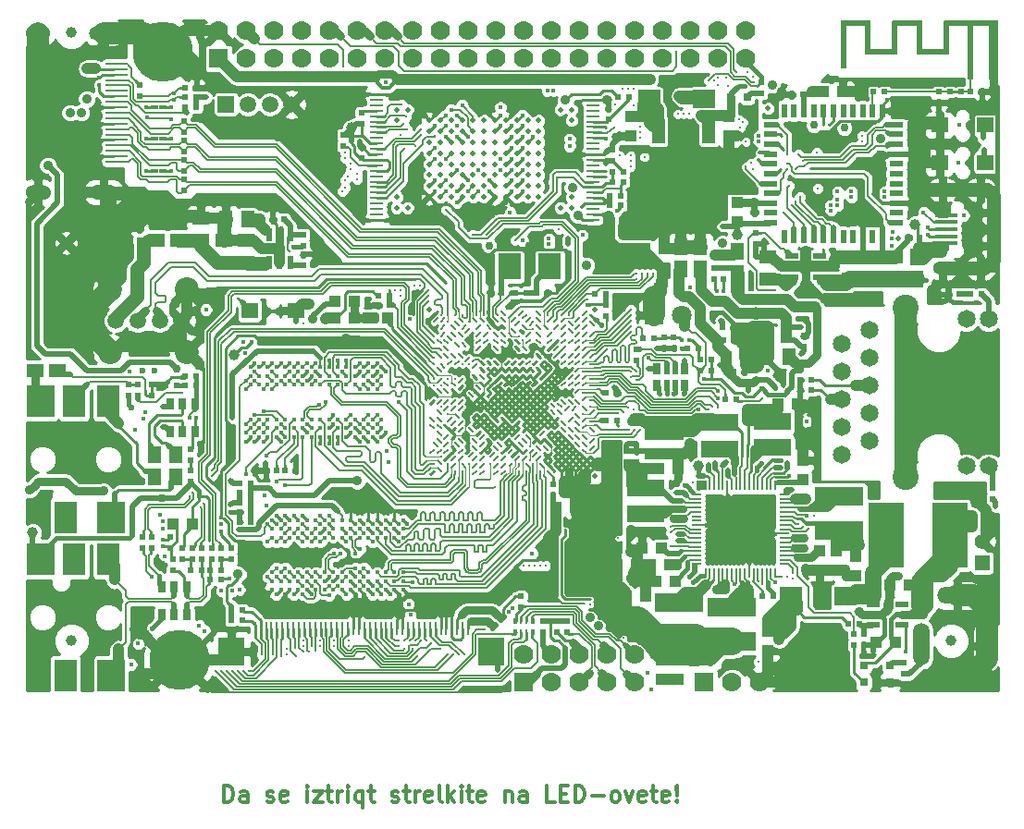
<source format=gbr>
G04 #@! TF.GenerationSoftware,KiCad,Pcbnew,no-vcs-found-ddec803~58~ubuntu14.04.1*
G04 #@! TF.CreationDate,2017-06-02T15:46:38+03:00*
G04 #@! TF.ProjectId,A64-OlinuXino_Rev_D,4136342D4F6C696E7558696E6F5F5265,D*
G04 #@! TF.FileFunction,Copper,L1,Top,Mixed*
G04 #@! TF.FilePolarity,Positive*
%FSLAX46Y46*%
G04 Gerber Fmt 4.6, Leading zero omitted, Abs format (unit mm)*
G04 Created by KiCad (PCBNEW no-vcs-found-ddec803~58~ubuntu14.04.1) date Fri Jun  2 15:46:38 2017*
%MOMM*%
%LPD*%
G01*
G04 APERTURE LIST*
%ADD10C,0.100000*%
%ADD11C,0.300000*%
%ADD12C,0.254000*%
%ADD13C,2.400000*%
%ADD14C,1.650000*%
%ADD15O,1.800000X1.200000*%
%ADD16R,1.000000X1.100000*%
%ADD17R,2.150000X0.325000*%
%ADD18C,0.500000*%
%ADD19R,1.300000X0.500000*%
%ADD20R,0.500000X1.300000*%
%ADD21R,1.219200X2.235200*%
%ADD22R,3.600000X2.200000*%
%ADD23C,0.400000*%
%ADD24C,0.300000*%
%ADD25R,2.100000X3.000000*%
%ADD26R,2.500000X3.000000*%
%ADD27R,2.400000X2.600000*%
%ADD28R,0.250000X1.300000*%
%ADD29R,1.422400X1.422400*%
%ADD30C,1.000000*%
%ADD31R,0.508000X1.016000*%
%ADD32R,0.762000X1.016000*%
%ADD33O,2.300000X1.300000*%
%ADD34R,2.000000X0.250000*%
%ADD35O,2.700000X1.300000*%
%ADD36R,0.400000X0.400000*%
%ADD37R,5.500000X5.500000*%
%ADD38R,0.900000X0.200000*%
%ADD39R,0.200000X0.900000*%
%ADD40R,3.500000X1.600000*%
%ADD41R,4.500000X1.750000*%
%ADD42R,3.200000X6.000000*%
%ADD43C,1.500000*%
%ADD44C,2.200000*%
%ADD45C,5.500000*%
%ADD46R,0.800000X0.800000*%
%ADD47R,0.500000X0.550000*%
%ADD48R,1.016000X1.016000*%
%ADD49R,0.550000X0.500000*%
%ADD50R,1.524000X1.270000*%
%ADD51R,1.270000X1.524000*%
%ADD52R,2.000000X1.700000*%
%ADD53R,1.200000X0.550000*%
%ADD54R,0.550000X1.200000*%
%ADD55R,0.900000X5.400000*%
%ADD56R,0.500000X5.400000*%
%ADD57R,5.000000X0.500000*%
%ADD58R,0.500000X3.140000*%
%ADD59R,0.500000X4.440000*%
%ADD60R,3.000000X0.500000*%
%ADD61R,2.700000X0.500000*%
%ADD62R,1.500000X1.400000*%
%ADD63R,1.500000X1.500000*%
%ADD64C,1.778000*%
%ADD65R,1.778000X1.778000*%
%ADD66R,1.200000X0.250000*%
%ADD67R,1.400000X1.400000*%
%ADD68C,1.400000*%
%ADD69R,1.800000X1.800000*%
%ADD70C,1.800000*%
%ADD71O,1.500000X3.900000*%
%ADD72O,1.500000X3.600000*%
%ADD73O,3.700000X1.500000*%
%ADD74R,0.325000X0.625000*%
%ADD75R,0.250000X0.625000*%
%ADD76R,0.675000X0.200000*%
%ADD77R,0.775000X0.300000*%
%ADD78R,2.100000X2.400000*%
%ADD79C,0.750000*%
%ADD80C,0.900000*%
%ADD81C,0.450000*%
%ADD82C,0.406400*%
%ADD83C,0.327000*%
%ADD84C,0.600000*%
%ADD85C,0.508000*%
%ADD86C,0.203200*%
%ADD87C,0.762000*%
%ADD88C,1.016000*%
%ADD89C,0.304800*%
%ADD90C,0.406400*%
%ADD91C,0.195580*%
%ADD92C,0.127000*%
%ADD93C,1.270000*%
%ADD94C,2.032000*%
%ADD95C,0.711200*%
%ADD96C,0.106600*%
%ADD97C,1.524000*%
%ADD98C,2.540000*%
%ADD99C,0.660400*%
%ADD100C,0.381000*%
G04 APERTURE END LIST*
D10*
D11*
X118604714Y-109644571D02*
X118604714Y-108144571D01*
X118961857Y-108144571D01*
X119176142Y-108216000D01*
X119319000Y-108358857D01*
X119390428Y-108501714D01*
X119461857Y-108787428D01*
X119461857Y-109001714D01*
X119390428Y-109287428D01*
X119319000Y-109430285D01*
X119176142Y-109573142D01*
X118961857Y-109644571D01*
X118604714Y-109644571D01*
X120747571Y-109644571D02*
X120747571Y-108858857D01*
X120676142Y-108716000D01*
X120533285Y-108644571D01*
X120247571Y-108644571D01*
X120104714Y-108716000D01*
X120747571Y-109573142D02*
X120604714Y-109644571D01*
X120247571Y-109644571D01*
X120104714Y-109573142D01*
X120033285Y-109430285D01*
X120033285Y-109287428D01*
X120104714Y-109144571D01*
X120247571Y-109073142D01*
X120604714Y-109073142D01*
X120747571Y-109001714D01*
X122533285Y-109573142D02*
X122676142Y-109644571D01*
X122961857Y-109644571D01*
X123104714Y-109573142D01*
X123176142Y-109430285D01*
X123176142Y-109358857D01*
X123104714Y-109216000D01*
X122961857Y-109144571D01*
X122747571Y-109144571D01*
X122604714Y-109073142D01*
X122533285Y-108930285D01*
X122533285Y-108858857D01*
X122604714Y-108716000D01*
X122747571Y-108644571D01*
X122961857Y-108644571D01*
X123104714Y-108716000D01*
X124390428Y-109573142D02*
X124247571Y-109644571D01*
X123961857Y-109644571D01*
X123819000Y-109573142D01*
X123747571Y-109430285D01*
X123747571Y-108858857D01*
X123819000Y-108716000D01*
X123961857Y-108644571D01*
X124247571Y-108644571D01*
X124390428Y-108716000D01*
X124461857Y-108858857D01*
X124461857Y-109001714D01*
X123747571Y-109144571D01*
X126247571Y-109644571D02*
X126247571Y-108644571D01*
X126247571Y-108144571D02*
X126176142Y-108216000D01*
X126247571Y-108287428D01*
X126319000Y-108216000D01*
X126247571Y-108144571D01*
X126247571Y-108287428D01*
X126819000Y-108644571D02*
X127604714Y-108644571D01*
X126819000Y-109644571D01*
X127604714Y-109644571D01*
X127961857Y-108644571D02*
X128533285Y-108644571D01*
X128176142Y-108144571D02*
X128176142Y-109430285D01*
X128247571Y-109573142D01*
X128390428Y-109644571D01*
X128533285Y-109644571D01*
X129033285Y-109644571D02*
X129033285Y-108644571D01*
X129033285Y-108930285D02*
X129104714Y-108787428D01*
X129176142Y-108716000D01*
X129319000Y-108644571D01*
X129461857Y-108644571D01*
X129961857Y-109644571D02*
X129961857Y-108644571D01*
X129961857Y-108144571D02*
X129890428Y-108216000D01*
X129961857Y-108287428D01*
X130033285Y-108216000D01*
X129961857Y-108144571D01*
X129961857Y-108287428D01*
X131319000Y-108644571D02*
X131319000Y-110144571D01*
X131319000Y-109573142D02*
X131176142Y-109644571D01*
X130890428Y-109644571D01*
X130747571Y-109573142D01*
X130676142Y-109501714D01*
X130604714Y-109358857D01*
X130604714Y-108930285D01*
X130676142Y-108787428D01*
X130747571Y-108716000D01*
X130890428Y-108644571D01*
X131176142Y-108644571D01*
X131319000Y-108716000D01*
X131819000Y-108644571D02*
X132390428Y-108644571D01*
X132033285Y-108144571D02*
X132033285Y-109430285D01*
X132104714Y-109573142D01*
X132247571Y-109644571D01*
X132390428Y-109644571D01*
X133961857Y-109573142D02*
X134104714Y-109644571D01*
X134390428Y-109644571D01*
X134533285Y-109573142D01*
X134604714Y-109430285D01*
X134604714Y-109358857D01*
X134533285Y-109216000D01*
X134390428Y-109144571D01*
X134176142Y-109144571D01*
X134033285Y-109073142D01*
X133961857Y-108930285D01*
X133961857Y-108858857D01*
X134033285Y-108716000D01*
X134176142Y-108644571D01*
X134390428Y-108644571D01*
X134533285Y-108716000D01*
X135033285Y-108644571D02*
X135604714Y-108644571D01*
X135247571Y-108144571D02*
X135247571Y-109430285D01*
X135319000Y-109573142D01*
X135461857Y-109644571D01*
X135604714Y-109644571D01*
X136104714Y-109644571D02*
X136104714Y-108644571D01*
X136104714Y-108930285D02*
X136176142Y-108787428D01*
X136247571Y-108716000D01*
X136390428Y-108644571D01*
X136533285Y-108644571D01*
X137604714Y-109573142D02*
X137461857Y-109644571D01*
X137176142Y-109644571D01*
X137033285Y-109573142D01*
X136961857Y-109430285D01*
X136961857Y-108858857D01*
X137033285Y-108716000D01*
X137176142Y-108644571D01*
X137461857Y-108644571D01*
X137604714Y-108716000D01*
X137676142Y-108858857D01*
X137676142Y-109001714D01*
X136961857Y-109144571D01*
X138533285Y-109644571D02*
X138390428Y-109573142D01*
X138319000Y-109430285D01*
X138319000Y-108144571D01*
X139104714Y-109644571D02*
X139104714Y-108144571D01*
X139247571Y-109073142D02*
X139676142Y-109644571D01*
X139676142Y-108644571D02*
X139104714Y-109216000D01*
X140319000Y-109644571D02*
X140319000Y-108644571D01*
X140319000Y-108144571D02*
X140247571Y-108216000D01*
X140319000Y-108287428D01*
X140390428Y-108216000D01*
X140319000Y-108144571D01*
X140319000Y-108287428D01*
X140819000Y-108644571D02*
X141390428Y-108644571D01*
X141033285Y-108144571D02*
X141033285Y-109430285D01*
X141104714Y-109573142D01*
X141247571Y-109644571D01*
X141390428Y-109644571D01*
X142461857Y-109573142D02*
X142319000Y-109644571D01*
X142033285Y-109644571D01*
X141890428Y-109573142D01*
X141819000Y-109430285D01*
X141819000Y-108858857D01*
X141890428Y-108716000D01*
X142033285Y-108644571D01*
X142319000Y-108644571D01*
X142461857Y-108716000D01*
X142533285Y-108858857D01*
X142533285Y-109001714D01*
X141819000Y-109144571D01*
X144319000Y-108644571D02*
X144319000Y-109644571D01*
X144319000Y-108787428D02*
X144390428Y-108716000D01*
X144533285Y-108644571D01*
X144747571Y-108644571D01*
X144890428Y-108716000D01*
X144961857Y-108858857D01*
X144961857Y-109644571D01*
X146319000Y-109644571D02*
X146319000Y-108858857D01*
X146247571Y-108716000D01*
X146104714Y-108644571D01*
X145819000Y-108644571D01*
X145676142Y-108716000D01*
X146319000Y-109573142D02*
X146176142Y-109644571D01*
X145819000Y-109644571D01*
X145676142Y-109573142D01*
X145604714Y-109430285D01*
X145604714Y-109287428D01*
X145676142Y-109144571D01*
X145819000Y-109073142D01*
X146176142Y-109073142D01*
X146319000Y-109001714D01*
X148890428Y-109644571D02*
X148176142Y-109644571D01*
X148176142Y-108144571D01*
X149390428Y-108858857D02*
X149890428Y-108858857D01*
X150104714Y-109644571D02*
X149390428Y-109644571D01*
X149390428Y-108144571D01*
X150104714Y-108144571D01*
X150747571Y-109644571D02*
X150747571Y-108144571D01*
X151104714Y-108144571D01*
X151319000Y-108216000D01*
X151461857Y-108358857D01*
X151533285Y-108501714D01*
X151604714Y-108787428D01*
X151604714Y-109001714D01*
X151533285Y-109287428D01*
X151461857Y-109430285D01*
X151319000Y-109573142D01*
X151104714Y-109644571D01*
X150747571Y-109644571D01*
X152247571Y-109073142D02*
X153390428Y-109073142D01*
X154319000Y-109644571D02*
X154176142Y-109573142D01*
X154104714Y-109501714D01*
X154033285Y-109358857D01*
X154033285Y-108930285D01*
X154104714Y-108787428D01*
X154176142Y-108716000D01*
X154319000Y-108644571D01*
X154533285Y-108644571D01*
X154676142Y-108716000D01*
X154747571Y-108787428D01*
X154819000Y-108930285D01*
X154819000Y-109358857D01*
X154747571Y-109501714D01*
X154676142Y-109573142D01*
X154533285Y-109644571D01*
X154319000Y-109644571D01*
X155319000Y-108644571D02*
X155676142Y-109644571D01*
X156033285Y-108644571D01*
X157176142Y-109573142D02*
X157033285Y-109644571D01*
X156747571Y-109644571D01*
X156604714Y-109573142D01*
X156533285Y-109430285D01*
X156533285Y-108858857D01*
X156604714Y-108716000D01*
X156747571Y-108644571D01*
X157033285Y-108644571D01*
X157176142Y-108716000D01*
X157247571Y-108858857D01*
X157247571Y-109001714D01*
X156533285Y-109144571D01*
X157676142Y-108644571D02*
X158247571Y-108644571D01*
X157890428Y-108144571D02*
X157890428Y-109430285D01*
X157961857Y-109573142D01*
X158104714Y-109644571D01*
X158247571Y-109644571D01*
X159319000Y-109573142D02*
X159176142Y-109644571D01*
X158890428Y-109644571D01*
X158747571Y-109573142D01*
X158676142Y-109430285D01*
X158676142Y-108858857D01*
X158747571Y-108716000D01*
X158890428Y-108644571D01*
X159176142Y-108644571D01*
X159319000Y-108716000D01*
X159390428Y-108858857D01*
X159390428Y-109001714D01*
X158676142Y-109144571D01*
X160033285Y-109501714D02*
X160104714Y-109573142D01*
X160033285Y-109644571D01*
X159961857Y-109573142D01*
X160033285Y-109501714D01*
X160033285Y-109644571D01*
X160033285Y-109073142D02*
X159961857Y-108216000D01*
X160033285Y-108144571D01*
X160104714Y-108216000D01*
X160033285Y-109073142D01*
X160033285Y-108144571D01*
D12*
X112014000Y-72390000D02*
X112014000Y-71374000D01*
X186055000Y-44577000D02*
X185039000Y-44577000D01*
X146304000Y-62992000D02*
X145288000Y-62992000D01*
D13*
X180975000Y-79883000D03*
X180975000Y-64389000D03*
D14*
X188595000Y-78867000D03*
X186563000Y-78867000D03*
X188595000Y-65405000D03*
X186563000Y-65405000D03*
X175133000Y-77851000D03*
X177673000Y-76581000D03*
X175133000Y-75311000D03*
X177673000Y-74041000D03*
X175133000Y-72771000D03*
X177673000Y-71501000D03*
X175133000Y-70231000D03*
X177673000Y-68961000D03*
X175133000Y-67691000D03*
X177673000Y-66421000D03*
D15*
X187842000Y-53550000D03*
X184372000Y-53550000D03*
X184372000Y-60750000D03*
X187842000Y-60750000D03*
D16*
X188992000Y-55650000D03*
X188992000Y-58650000D03*
D17*
X184692000Y-55850000D03*
X184692000Y-56500000D03*
X184692000Y-57150000D03*
X184692000Y-57800000D03*
X184692000Y-58450000D03*
D18*
X168402000Y-46101000D03*
D19*
X180146000Y-47570000D03*
X180146000Y-48470000D03*
X180146000Y-49370000D03*
X180146000Y-50270000D03*
X180146000Y-51170000D03*
X180146000Y-52070000D03*
X180146000Y-52970000D03*
X180146000Y-53870000D03*
X180146000Y-54770000D03*
X180146000Y-55670000D03*
X180146000Y-56570000D03*
D20*
X178871000Y-57845000D03*
X177971000Y-57845000D03*
X177071000Y-57845000D03*
X176171000Y-57845000D03*
X175271000Y-57845000D03*
X174371000Y-57845000D03*
X173471000Y-57845000D03*
X172571000Y-57845000D03*
X171671000Y-57845000D03*
X170771000Y-57845000D03*
X169871000Y-57845000D03*
D19*
X168596000Y-56570000D03*
X168596000Y-55670000D03*
X168596000Y-54770000D03*
X168596000Y-53870000D03*
X168596000Y-52970000D03*
X168596000Y-52070000D03*
X168596000Y-51170000D03*
X168596000Y-50270000D03*
X168596000Y-49370000D03*
X168596000Y-48470000D03*
X168596000Y-47570000D03*
D20*
X169871000Y-46295000D03*
X170771000Y-46295000D03*
X171671000Y-46295000D03*
X172571000Y-46295000D03*
X173471000Y-46295000D03*
X174371000Y-46295000D03*
X175271000Y-46295000D03*
X176171000Y-46295000D03*
X177071000Y-46295000D03*
X177971000Y-46295000D03*
X178871000Y-46295000D03*
D18*
X180340000Y-58039000D03*
D21*
X162966400Y-48209200D03*
X160655000Y-48209200D03*
X158343600Y-48209200D03*
D22*
X160655000Y-54406800D03*
D18*
X150400000Y-46200000D03*
X150400000Y-47200000D03*
X150400000Y-54200000D03*
X150400000Y-55200000D03*
X149400000Y-46200000D03*
X149400000Y-55200000D03*
X147400000Y-47200000D03*
X147400000Y-48200000D03*
X147400000Y-49200000D03*
X147400000Y-50200000D03*
X147400000Y-51200000D03*
X147400000Y-52200000D03*
X147400000Y-53200000D03*
X147400000Y-54200000D03*
X146400000Y-47200000D03*
X146400000Y-48200000D03*
X146400000Y-49200000D03*
X146400000Y-50200000D03*
X146400000Y-51200000D03*
X146400000Y-52200000D03*
X146400000Y-53200000D03*
X146400000Y-54200000D03*
X145400000Y-47200000D03*
X145400000Y-48200000D03*
X145400000Y-49200000D03*
X145400000Y-50200000D03*
X145400000Y-51200000D03*
X145400000Y-52200000D03*
X145400000Y-53200000D03*
X145400000Y-54200000D03*
D23*
X133400000Y-43700000D03*
X151400000Y-57700000D03*
D18*
X144400000Y-47200000D03*
X144400000Y-48200000D03*
X144400000Y-49200000D03*
X144400000Y-50200000D03*
X144400000Y-51200000D03*
X144400000Y-52200000D03*
X144400000Y-53200000D03*
X144400000Y-54200000D03*
X143400000Y-47200000D03*
X143400000Y-48200000D03*
X143400000Y-49200000D03*
X143400000Y-50200000D03*
X143400000Y-51200000D03*
X143400000Y-52200000D03*
X143400000Y-53200000D03*
X143400000Y-54200000D03*
X142400000Y-47200000D03*
X142400000Y-48200000D03*
X142400000Y-49200000D03*
X142400000Y-50200000D03*
X142400000Y-51200000D03*
X142400000Y-52200000D03*
X142400000Y-53200000D03*
X142400000Y-54200000D03*
X141400000Y-47200000D03*
X141400000Y-48200000D03*
X141400000Y-49200000D03*
X141400000Y-50200000D03*
X141400000Y-51200000D03*
X141400000Y-52200000D03*
X141400000Y-53200000D03*
X141400000Y-54200000D03*
X140400000Y-47200000D03*
X140400000Y-48200000D03*
X140400000Y-49200000D03*
X140400000Y-50200000D03*
X140400000Y-51200000D03*
X140400000Y-52200000D03*
X140400000Y-53200000D03*
X140400000Y-54200000D03*
X139400000Y-47200000D03*
X139400000Y-48200000D03*
X139400000Y-49200000D03*
X139400000Y-50200000D03*
X139400000Y-51200000D03*
X139400000Y-52200000D03*
X139400000Y-53200000D03*
X139400000Y-54200000D03*
X138400000Y-47200000D03*
X138400000Y-48200000D03*
X138400000Y-49200000D03*
X138400000Y-50200000D03*
X138400000Y-51200000D03*
X138400000Y-52200000D03*
X138400000Y-53200000D03*
X138400000Y-54200000D03*
X137400000Y-47200000D03*
X137400000Y-48200000D03*
X137400000Y-49200000D03*
X137400000Y-50200000D03*
X137400000Y-51200000D03*
X137400000Y-52200000D03*
X137400000Y-53200000D03*
X137400000Y-54200000D03*
X135400000Y-46200000D03*
X135400000Y-55200000D03*
X134400000Y-46200000D03*
X134400000Y-47200000D03*
X134400000Y-54200000D03*
X134400000Y-55200000D03*
X137350000Y-64550000D03*
X152550000Y-79750000D03*
D24*
X151450000Y-68250000D03*
X150800000Y-68250000D03*
X148850000Y-68250000D03*
X148200000Y-68250000D03*
X146250000Y-68250000D03*
X145600000Y-68250000D03*
X143650000Y-68250000D03*
X141700000Y-68250000D03*
X139100000Y-68250000D03*
X138450000Y-68250000D03*
X152100000Y-68900000D03*
X151450000Y-68900000D03*
X150800000Y-68900000D03*
X150150000Y-68900000D03*
X149500000Y-68900000D03*
X148850000Y-68900000D03*
X147550000Y-68900000D03*
X141050000Y-68900000D03*
X140400000Y-68900000D03*
X139750000Y-68900000D03*
X139100000Y-68900000D03*
X138450000Y-68900000D03*
X137800000Y-68900000D03*
X152100000Y-69550000D03*
X151450000Y-69550000D03*
X150800000Y-69550000D03*
X150150000Y-69550000D03*
X149500000Y-69550000D03*
X148200000Y-69550000D03*
X146900000Y-69550000D03*
X146250000Y-69550000D03*
X145600000Y-69550000D03*
X144950000Y-69550000D03*
X144300000Y-69550000D03*
X143650000Y-69550000D03*
X143000000Y-69550000D03*
X142350000Y-69550000D03*
X141700000Y-69550000D03*
X141050000Y-69550000D03*
X140400000Y-69550000D03*
X139750000Y-69550000D03*
X139100000Y-69550000D03*
X138450000Y-69550000D03*
X137800000Y-69550000D03*
X151450000Y-70200000D03*
X150800000Y-70200000D03*
X148200000Y-70200000D03*
X147550000Y-70200000D03*
X142350000Y-70200000D03*
X138450000Y-70200000D03*
X152100000Y-70850000D03*
X151450000Y-70850000D03*
X150800000Y-70850000D03*
X150150000Y-70850000D03*
X147550000Y-70850000D03*
X146900000Y-70850000D03*
X146250000Y-70850000D03*
X145600000Y-70850000D03*
X144950000Y-70850000D03*
X144300000Y-70850000D03*
X143650000Y-70850000D03*
X142350000Y-70850000D03*
X141700000Y-70850000D03*
X140400000Y-70850000D03*
X139750000Y-70850000D03*
X139100000Y-70850000D03*
X138450000Y-70850000D03*
X137800000Y-70850000D03*
X152100000Y-71500000D03*
X151450000Y-71500000D03*
X150800000Y-71500000D03*
X150150000Y-71500000D03*
X149500000Y-71500000D03*
X146900000Y-71500000D03*
X144950000Y-71500000D03*
X144300000Y-71500000D03*
X143000000Y-71500000D03*
X141700000Y-71500000D03*
X140400000Y-71500000D03*
X139750000Y-71500000D03*
X139100000Y-71500000D03*
X138450000Y-71500000D03*
X137800000Y-71500000D03*
X151450000Y-72150000D03*
X150800000Y-72150000D03*
X143000000Y-72150000D03*
X141050000Y-72150000D03*
X139100000Y-72150000D03*
X138450000Y-72150000D03*
X152100000Y-72800000D03*
X151450000Y-72800000D03*
X150800000Y-72800000D03*
X150150000Y-72800000D03*
X149500000Y-72800000D03*
X140400000Y-72800000D03*
X139750000Y-72800000D03*
X139100000Y-72800000D03*
X138450000Y-72800000D03*
X137800000Y-72800000D03*
X152100000Y-73450000D03*
X151450000Y-73450000D03*
X150800000Y-73450000D03*
X150150000Y-73450000D03*
X149500000Y-73450000D03*
X148850000Y-73450000D03*
X140400000Y-73450000D03*
X139750000Y-73450000D03*
X139100000Y-73450000D03*
X138450000Y-73450000D03*
X151450000Y-74100000D03*
X150800000Y-74100000D03*
X149500000Y-74100000D03*
X148850000Y-74100000D03*
X141700000Y-74100000D03*
X139100000Y-74100000D03*
X138450000Y-74100000D03*
X152100000Y-74750000D03*
X151450000Y-74750000D03*
X150800000Y-74750000D03*
X150150000Y-74750000D03*
X149500000Y-74750000D03*
X145600000Y-74750000D03*
X144300000Y-74750000D03*
X143000000Y-74750000D03*
X141700000Y-74750000D03*
X140400000Y-74750000D03*
X139750000Y-74750000D03*
X139100000Y-74750000D03*
X138450000Y-74750000D03*
X137800000Y-74750000D03*
X152100000Y-75400000D03*
X151450000Y-75400000D03*
X150800000Y-75400000D03*
X150150000Y-75400000D03*
X149500000Y-75400000D03*
X145600000Y-75400000D03*
X144300000Y-75400000D03*
X143650000Y-75400000D03*
X141700000Y-75400000D03*
X141050000Y-75400000D03*
X140400000Y-75400000D03*
X138450000Y-75400000D03*
X137800000Y-75400000D03*
X151450000Y-76050000D03*
X150800000Y-76050000D03*
X150150000Y-76050000D03*
X148850000Y-76050000D03*
X148200000Y-76050000D03*
X147550000Y-76050000D03*
X146250000Y-76050000D03*
X145600000Y-76050000D03*
X144300000Y-76050000D03*
X143650000Y-76050000D03*
X142350000Y-76050000D03*
X139100000Y-76050000D03*
X138450000Y-76050000D03*
X152100000Y-76700000D03*
X151450000Y-76700000D03*
X150800000Y-76700000D03*
X149500000Y-76700000D03*
X148850000Y-76700000D03*
X146250000Y-76700000D03*
X145600000Y-76700000D03*
X143650000Y-76700000D03*
X142350000Y-76700000D03*
X141700000Y-76700000D03*
X140400000Y-76700000D03*
X139750000Y-76700000D03*
X139100000Y-76700000D03*
X138450000Y-76700000D03*
X137800000Y-76700000D03*
X152100000Y-77350000D03*
X151450000Y-77350000D03*
X150150000Y-77350000D03*
X149500000Y-77350000D03*
X148850000Y-77350000D03*
X148200000Y-77350000D03*
X147550000Y-77350000D03*
X146900000Y-77350000D03*
X144950000Y-77350000D03*
X143650000Y-77350000D03*
X141700000Y-77350000D03*
X140400000Y-77350000D03*
X139100000Y-77350000D03*
X138450000Y-77350000D03*
X137800000Y-77350000D03*
X150800000Y-78000000D03*
X150150000Y-78000000D03*
X149500000Y-78000000D03*
X148850000Y-78000000D03*
X147550000Y-78000000D03*
X146900000Y-78000000D03*
X146250000Y-78000000D03*
X145600000Y-78000000D03*
X144300000Y-78000000D03*
X143650000Y-78000000D03*
X143000000Y-78000000D03*
X142350000Y-78000000D03*
X141700000Y-78000000D03*
X141050000Y-78000000D03*
X140400000Y-78000000D03*
X139750000Y-78000000D03*
X138450000Y-78000000D03*
X152100000Y-78650000D03*
X151450000Y-78650000D03*
X150150000Y-78650000D03*
X148850000Y-78650000D03*
X147550000Y-78650000D03*
X146900000Y-78650000D03*
X146250000Y-78650000D03*
X145600000Y-78650000D03*
X144950000Y-78650000D03*
X144300000Y-78650000D03*
X143650000Y-78650000D03*
X143000000Y-78650000D03*
X142350000Y-78650000D03*
X141700000Y-78650000D03*
X141050000Y-78650000D03*
X140400000Y-78650000D03*
X139750000Y-78650000D03*
X139100000Y-78650000D03*
X138450000Y-78650000D03*
X137800000Y-78650000D03*
X152100000Y-79300000D03*
X150800000Y-79300000D03*
X149500000Y-79300000D03*
X148200000Y-79300000D03*
X147550000Y-79300000D03*
X146250000Y-79300000D03*
X145600000Y-79300000D03*
X144300000Y-79300000D03*
X143650000Y-79300000D03*
X142350000Y-79300000D03*
X141700000Y-79300000D03*
X140400000Y-79300000D03*
X139750000Y-79300000D03*
X138450000Y-79300000D03*
X137800000Y-67600000D03*
X138450000Y-67600000D03*
X139100000Y-67600000D03*
X139750000Y-67600000D03*
X140400000Y-67600000D03*
X141700000Y-67600000D03*
X142350000Y-67600000D03*
X143650000Y-67600000D03*
X144300000Y-67600000D03*
X145600000Y-67600000D03*
X146250000Y-67600000D03*
X147550000Y-67600000D03*
X148200000Y-67600000D03*
X149500000Y-67600000D03*
X150150000Y-67600000D03*
X150800000Y-67600000D03*
X151450000Y-67600000D03*
X152100000Y-67600000D03*
X152100000Y-66950000D03*
X151450000Y-66950000D03*
X150800000Y-66950000D03*
X149500000Y-66950000D03*
X148200000Y-66950000D03*
X147550000Y-66950000D03*
X146250000Y-66950000D03*
X145600000Y-66950000D03*
X144300000Y-66950000D03*
X143650000Y-66950000D03*
X142350000Y-66950000D03*
X141700000Y-66950000D03*
X140400000Y-66950000D03*
X139750000Y-66950000D03*
X139100000Y-66950000D03*
X138450000Y-66950000D03*
X137800000Y-66950000D03*
X138450000Y-66300000D03*
X139750000Y-66300000D03*
X140400000Y-66300000D03*
X141050000Y-66300000D03*
X141700000Y-66300000D03*
X143000000Y-66300000D03*
X144950000Y-66300000D03*
X146900000Y-66300000D03*
X147550000Y-66300000D03*
X148200000Y-66300000D03*
X148850000Y-66300000D03*
X149500000Y-66300000D03*
X150150000Y-66300000D03*
X150800000Y-66300000D03*
X151450000Y-66300000D03*
X152100000Y-65650000D03*
X151450000Y-65650000D03*
X150800000Y-65650000D03*
X150150000Y-65650000D03*
X149500000Y-65650000D03*
X148850000Y-65650000D03*
X148200000Y-65650000D03*
X147550000Y-65650000D03*
X146900000Y-65650000D03*
X146250000Y-65650000D03*
X145600000Y-65650000D03*
X144950000Y-65650000D03*
X144300000Y-65650000D03*
X143650000Y-65650000D03*
X142350000Y-65650000D03*
X141700000Y-65650000D03*
X141050000Y-65650000D03*
X140400000Y-65650000D03*
X139750000Y-65650000D03*
X139100000Y-65650000D03*
X138450000Y-65650000D03*
X137800000Y-65650000D03*
X138450000Y-65000000D03*
X139750000Y-65000000D03*
X140400000Y-65000000D03*
X141700000Y-65000000D03*
X142350000Y-65000000D03*
X143650000Y-65000000D03*
X144300000Y-65000000D03*
X145600000Y-65000000D03*
X146250000Y-65000000D03*
X147550000Y-65000000D03*
X148200000Y-65000000D03*
X149500000Y-65000000D03*
X150150000Y-65000000D03*
X151450000Y-65000000D03*
X137800000Y-79300000D03*
X137800000Y-65000000D03*
X139100000Y-78000000D03*
X139100000Y-75400000D03*
X139750000Y-75400000D03*
X141700000Y-76050000D03*
X142350000Y-77350000D03*
X144300000Y-77350000D03*
X144300000Y-76700000D03*
X144950000Y-78000000D03*
X145600000Y-77350000D03*
X143000000Y-70200000D03*
X144300000Y-70200000D03*
X144950000Y-70200000D03*
X145600000Y-70200000D03*
X146900000Y-70200000D03*
X143000000Y-70850000D03*
X142350000Y-71500000D03*
X143650000Y-71500000D03*
X148850000Y-70850000D03*
X148200000Y-72150000D03*
X148200000Y-72800000D03*
X147550000Y-71500000D03*
X147550000Y-72150000D03*
X146900000Y-72150000D03*
X146900000Y-72800000D03*
X146250000Y-71500000D03*
X145600000Y-71500000D03*
X146250000Y-72150000D03*
X145600000Y-72150000D03*
X147550000Y-72800000D03*
X146250000Y-72800000D03*
X145600000Y-72800000D03*
X144950000Y-72800000D03*
X144300000Y-72800000D03*
X143650000Y-72800000D03*
X143000000Y-72800000D03*
X147550000Y-73450000D03*
X143000000Y-73450000D03*
X143650000Y-73450000D03*
X144300000Y-73450000D03*
X144950000Y-73450000D03*
X145600000Y-73450000D03*
X146250000Y-73450000D03*
X146900000Y-73450000D03*
X148200000Y-74100000D03*
X143000000Y-74100000D03*
X147550000Y-74100000D03*
X146900000Y-74100000D03*
X146250000Y-74100000D03*
X145600000Y-74100000D03*
X144950000Y-74100000D03*
X144300000Y-74100000D03*
X143650000Y-74100000D03*
X148850000Y-74750000D03*
X148200000Y-74750000D03*
X147550000Y-74750000D03*
X146900000Y-74750000D03*
X146250000Y-74750000D03*
X148200000Y-75400000D03*
X146900000Y-75400000D03*
X146250000Y-75400000D03*
X146900000Y-76700000D03*
X148200000Y-78650000D03*
X148200000Y-76700000D03*
X146900000Y-76050000D03*
X143650000Y-74750000D03*
X144950000Y-74750000D03*
X141700000Y-72800000D03*
X143650000Y-72150000D03*
X144300000Y-72150000D03*
X144950000Y-72150000D03*
X152100000Y-65000000D03*
D18*
X152550000Y-64550000D03*
D23*
X123000000Y-90200000D03*
X123000000Y-89400000D03*
X123000000Y-88600000D03*
X123000000Y-85400000D03*
X123000000Y-84600000D03*
X123000000Y-83800000D03*
X123800000Y-90200000D03*
X123800000Y-89400000D03*
X123800000Y-88600000D03*
X123800000Y-85400000D03*
X123800000Y-84600000D03*
X123800000Y-83800000D03*
X124600000Y-90200000D03*
X124600000Y-89400000D03*
X124600000Y-88600000D03*
X124600000Y-85400000D03*
X124600000Y-84600000D03*
X124600000Y-83800000D03*
X125400000Y-90200000D03*
X125400000Y-89400000D03*
X125400000Y-88600000D03*
X125400000Y-85400000D03*
X125400000Y-84600000D03*
X125400000Y-83800000D03*
X126200000Y-90200000D03*
X126200000Y-89400000D03*
X126200000Y-88600000D03*
X126200000Y-85400000D03*
X126200000Y-84600000D03*
X126200000Y-83800000D03*
X127000000Y-90200000D03*
X127000000Y-89400000D03*
X127000000Y-88600000D03*
X127000000Y-85400000D03*
X127000000Y-84600000D03*
X127000000Y-83800000D03*
X127800000Y-90200000D03*
X127800000Y-89400000D03*
X127800000Y-88600000D03*
X127800000Y-85400000D03*
X127800000Y-84600000D03*
X127800000Y-83800000D03*
X128600000Y-90200000D03*
X128600000Y-89400000D03*
X128600000Y-88600000D03*
X128600000Y-85400000D03*
X128600000Y-84600000D03*
X128600000Y-83800000D03*
X129400000Y-90200000D03*
X129400000Y-89400000D03*
X129400000Y-88600000D03*
X129400000Y-85400000D03*
X129400000Y-84600000D03*
X129400000Y-83800000D03*
X130200000Y-90200000D03*
X130200000Y-89400000D03*
X130200000Y-88600000D03*
X130200000Y-85400000D03*
X130200000Y-84600000D03*
X130200000Y-83800000D03*
X135650000Y-92500000D03*
X122350000Y-81500000D03*
X135500000Y-91500000D03*
X122500000Y-82500000D03*
X131000000Y-90200000D03*
X131000000Y-89400000D03*
X131000000Y-88600000D03*
X131000000Y-85400000D03*
X131000000Y-84600000D03*
X131000000Y-83800000D03*
X131800000Y-90200000D03*
X131800000Y-89400000D03*
X131800000Y-88600000D03*
X131800000Y-85400000D03*
X131800000Y-84600000D03*
X131800000Y-83800000D03*
X132600000Y-90200000D03*
X132600000Y-89400000D03*
X132600000Y-88600000D03*
X132600000Y-85400000D03*
X132600000Y-84600000D03*
X132600000Y-83800000D03*
X133400000Y-90200000D03*
X133400000Y-89400000D03*
X133400000Y-88600000D03*
X133400000Y-85400000D03*
X133400000Y-84600000D03*
X133400000Y-83800000D03*
X134200000Y-90200000D03*
X134200000Y-89400000D03*
X134200000Y-88600000D03*
X134200000Y-85400000D03*
X134200000Y-84600000D03*
X134200000Y-83800000D03*
X135000000Y-90200000D03*
X135000000Y-89400000D03*
X135000000Y-88600000D03*
X135000000Y-85400000D03*
X135000000Y-84600000D03*
X135000000Y-83800000D03*
X121000000Y-76200000D03*
X121000000Y-75400000D03*
X121000000Y-74600000D03*
X121000000Y-71400000D03*
X121000000Y-70600000D03*
X121000000Y-69800000D03*
X121800000Y-76200000D03*
X121800000Y-75400000D03*
X121800000Y-74600000D03*
X121800000Y-71400000D03*
X121800000Y-70600000D03*
X121800000Y-69800000D03*
X122600000Y-76200000D03*
X122600000Y-75400000D03*
X122600000Y-74600000D03*
X122600000Y-71400000D03*
X122600000Y-70600000D03*
X122600000Y-69800000D03*
X123400000Y-76200000D03*
X123400000Y-75400000D03*
X123400000Y-74600000D03*
X123400000Y-71400000D03*
X123400000Y-70600000D03*
X123400000Y-69800000D03*
X124200000Y-76200000D03*
X124200000Y-75400000D03*
X124200000Y-74600000D03*
X124200000Y-71400000D03*
X124200000Y-70600000D03*
X124200000Y-69800000D03*
X125000000Y-76200000D03*
X125000000Y-75400000D03*
X125000000Y-74600000D03*
X125000000Y-71400000D03*
X125000000Y-70600000D03*
X125000000Y-69800000D03*
X125800000Y-76200000D03*
X125800000Y-75400000D03*
X125800000Y-74600000D03*
X125800000Y-71400000D03*
X125800000Y-70600000D03*
X125800000Y-69800000D03*
X126600000Y-76200000D03*
X126600000Y-75400000D03*
X126600000Y-74600000D03*
X126600000Y-71400000D03*
X126600000Y-70600000D03*
X126600000Y-69800000D03*
X127400000Y-76200000D03*
X127400000Y-75400000D03*
X127400000Y-74600000D03*
X127400000Y-71400000D03*
X127400000Y-70600000D03*
X127400000Y-69800000D03*
X128200000Y-76200000D03*
X128200000Y-75400000D03*
X128200000Y-74600000D03*
X128200000Y-71400000D03*
X128200000Y-70600000D03*
X128200000Y-69800000D03*
X133650000Y-78500000D03*
X120350000Y-67500000D03*
X133500000Y-77500000D03*
X120500000Y-68500000D03*
X129000000Y-76200000D03*
X129000000Y-75400000D03*
X129000000Y-74600000D03*
X129000000Y-71400000D03*
X129000000Y-70600000D03*
X129000000Y-69800000D03*
X129800000Y-76200000D03*
X129800000Y-75400000D03*
X129800000Y-74600000D03*
X129800000Y-71400000D03*
X129800000Y-70600000D03*
X129800000Y-69800000D03*
X130600000Y-76200000D03*
X130600000Y-75400000D03*
X130600000Y-74600000D03*
X130600000Y-71400000D03*
X130600000Y-70600000D03*
X130600000Y-69800000D03*
X131400000Y-76200000D03*
X131400000Y-75400000D03*
X131400000Y-74600000D03*
X131400000Y-71400000D03*
X131400000Y-70600000D03*
X131400000Y-69800000D03*
X132200000Y-76200000D03*
X132200000Y-75400000D03*
X132200000Y-74600000D03*
X132200000Y-71400000D03*
X132200000Y-70600000D03*
X132200000Y-69800000D03*
X133000000Y-76200000D03*
X133000000Y-75400000D03*
X133000000Y-74600000D03*
X133000000Y-71400000D03*
X133000000Y-70600000D03*
X133000000Y-69800000D03*
D25*
X104881000Y-72932000D03*
X104081000Y-83532000D03*
X107981000Y-72932000D03*
D26*
X108281000Y-83532000D03*
X101781000Y-72932000D03*
D25*
X104881000Y-87410000D03*
X104081000Y-98010000D03*
X107981000Y-87410000D03*
D26*
X108281000Y-98010000D03*
X101781000Y-87410000D03*
D27*
X119291000Y-95870000D03*
X143091000Y-95870000D03*
D28*
X121441000Y-93770000D03*
X121941000Y-93770000D03*
X122441000Y-93770000D03*
X122941000Y-93770000D03*
X123441000Y-93770000D03*
X123941000Y-93770000D03*
X124441000Y-93770000D03*
X124941000Y-93770000D03*
X125441000Y-93770000D03*
X125941000Y-93770000D03*
X126441000Y-93770000D03*
X126941000Y-93770000D03*
X127441000Y-93770000D03*
X127941000Y-93770000D03*
X128441000Y-93770000D03*
X128941000Y-93770000D03*
X129441000Y-93770000D03*
X129941000Y-93770000D03*
X130441000Y-93770000D03*
X130941000Y-93770000D03*
X131441000Y-93770000D03*
X131941000Y-93770000D03*
X132441000Y-93770000D03*
X132941000Y-93770000D03*
X133441000Y-93770000D03*
X133941000Y-93770000D03*
X134441000Y-93770000D03*
X134941000Y-93770000D03*
X135441000Y-93770000D03*
X135941000Y-93770000D03*
X136441000Y-93770000D03*
X136941000Y-93770000D03*
X137441000Y-93770000D03*
X137941000Y-93770000D03*
X138441000Y-93770000D03*
X138941000Y-93770000D03*
X139441000Y-93770000D03*
X139941000Y-93770000D03*
X140441000Y-93770000D03*
X140941000Y-93770000D03*
D29*
X166624000Y-67310000D03*
D30*
X185166000Y-94869000D03*
X104648000Y-94869000D03*
X104648000Y-39116000D03*
D31*
X159893000Y-71501000D03*
X159131000Y-71501000D03*
X159893000Y-69977000D03*
X159131000Y-69977000D03*
D32*
X160782000Y-71501000D03*
X160782000Y-69977000D03*
X158242000Y-71501000D03*
X158242000Y-69977000D03*
D33*
X101547000Y-39182000D03*
D34*
X108747000Y-41982000D03*
X108747000Y-42482000D03*
X108747000Y-42982000D03*
X108747000Y-43482000D03*
X108747000Y-43982000D03*
X108747000Y-44482000D03*
X108747000Y-44982000D03*
X108747000Y-45482000D03*
X108747000Y-45982000D03*
X108747000Y-46482000D03*
X108747000Y-46982000D03*
X108747000Y-47482000D03*
X108747000Y-47982000D03*
X108747000Y-48482000D03*
X108747000Y-48982000D03*
X108747000Y-49482000D03*
X108747000Y-49982000D03*
X108747000Y-50482000D03*
X108747000Y-50982000D03*
D33*
X101547000Y-53782000D03*
D35*
X107597000Y-53782000D03*
X107597000Y-39182000D03*
D24*
X170180000Y-88963500D03*
D36*
X168062000Y-85445500D03*
X167362000Y-85445500D03*
X166662000Y-85445500D03*
X166662000Y-86145500D03*
X166662000Y-86845500D03*
X165062000Y-86845500D03*
X165062000Y-86145500D03*
X165062000Y-85445500D03*
X164362000Y-85445500D03*
X163662000Y-85445500D03*
X163662000Y-83845500D03*
X164362000Y-83845500D03*
X165062000Y-83845500D03*
X165062000Y-83145500D03*
X165062000Y-82445500D03*
X166662000Y-82445500D03*
X166662000Y-83145500D03*
X166662000Y-83845500D03*
X167362000Y-83845500D03*
X168062000Y-83845500D03*
D29*
X165862000Y-84645500D03*
D37*
X165862000Y-84645500D03*
D38*
X169862000Y-81445500D03*
X169862000Y-81845500D03*
X169862000Y-82245500D03*
X169862000Y-82645500D03*
X169862000Y-83045500D03*
X169862000Y-83445500D03*
X169862000Y-83845500D03*
X169862000Y-84245500D03*
X169862000Y-84645500D03*
X169862000Y-85045500D03*
X169862000Y-85445500D03*
X169862000Y-85845500D03*
X169862000Y-86245500D03*
X169862000Y-86645500D03*
X169862000Y-87045500D03*
X169862000Y-87445500D03*
X169862000Y-87845500D03*
D39*
X169062000Y-88645500D03*
X168662000Y-88645500D03*
X168262000Y-88645500D03*
X167862000Y-88645500D03*
X167462000Y-88645500D03*
X167062000Y-88645500D03*
X166662000Y-88645500D03*
X166262000Y-88645500D03*
X165862000Y-88645500D03*
X165462000Y-88645500D03*
X165062000Y-88645500D03*
X164662000Y-88645500D03*
X164262000Y-88645500D03*
X163862000Y-88645500D03*
X163462000Y-88645500D03*
X163062000Y-88645500D03*
X162662000Y-88645500D03*
D38*
X161862000Y-87845500D03*
X161862000Y-87445500D03*
X161862000Y-87045500D03*
X161862000Y-86645500D03*
X161862000Y-86245500D03*
X161862000Y-85845500D03*
X161862000Y-85445500D03*
X161862000Y-85045500D03*
X161862000Y-84645500D03*
X161862000Y-84245500D03*
X161862000Y-83845500D03*
X161862000Y-83445500D03*
X161862000Y-83045500D03*
X161862000Y-82645500D03*
X161862000Y-82245500D03*
X161862000Y-81845500D03*
X161862000Y-81445500D03*
D39*
X162662000Y-80645500D03*
X163062000Y-80645500D03*
X163462000Y-80645500D03*
X163862000Y-80645500D03*
X164262000Y-80645500D03*
X164662000Y-80645500D03*
X165062000Y-80645500D03*
X165462000Y-80645500D03*
X165862000Y-80645500D03*
X166262000Y-80645500D03*
X166662000Y-80645500D03*
X167062000Y-80645500D03*
X167462000Y-80645500D03*
X167862000Y-80645500D03*
X168262000Y-80645500D03*
X168662000Y-80645500D03*
X169062000Y-80645500D03*
D24*
X161544000Y-80327500D03*
D40*
X168783000Y-77146000D03*
X168783000Y-74746000D03*
X163957000Y-77273000D03*
X163957000Y-74873000D03*
X157226000Y-83242000D03*
X157226000Y-80842000D03*
D41*
X160274000Y-94564000D03*
X160274000Y-91364000D03*
X165100000Y-94945000D03*
X165100000Y-91745000D03*
X174879000Y-81585000D03*
X174879000Y-84785000D03*
D42*
X179218000Y-85217000D03*
X185018000Y-85217000D03*
D43*
X114712000Y-65532000D03*
X112712000Y-65532000D03*
X110712000Y-65532000D03*
X108712000Y-65532000D03*
D44*
X108212000Y-68382000D03*
X108212000Y-62682000D03*
X115212000Y-68382000D03*
X115212000Y-62682000D03*
D45*
X172800000Y-96600000D03*
D46*
X179578000Y-97155000D03*
X179578000Y-98679000D03*
D47*
X144018000Y-62992000D03*
X143002000Y-62992000D03*
D48*
X165608000Y-54737000D03*
X165608000Y-56515000D03*
D47*
X121008000Y-81300000D03*
X119992000Y-81300000D03*
X119992000Y-84000000D03*
X121008000Y-84000000D03*
D49*
X153797000Y-47117000D03*
X153797000Y-46101000D03*
X154178000Y-50927000D03*
X154178000Y-49911000D03*
X131191000Y-50673000D03*
X131191000Y-49657000D03*
D48*
X128778000Y-63754000D03*
X130556000Y-63754000D03*
D49*
X114808000Y-86360000D03*
X114808000Y-87376000D03*
D48*
X128778000Y-65278000D03*
X130556000Y-65278000D03*
D49*
X116586000Y-87376000D03*
X116586000Y-86360000D03*
D48*
X115697000Y-84201000D03*
X113919000Y-84201000D03*
D49*
X111125000Y-86360000D03*
X111125000Y-85344000D03*
X117475000Y-87376000D03*
X117475000Y-86360000D03*
X119253000Y-87376000D03*
X119253000Y-86360000D03*
D48*
X133604000Y-65278000D03*
X131826000Y-65278000D03*
D49*
X115570000Y-80264000D03*
X115570000Y-79248000D03*
D47*
X113284000Y-71501000D03*
X114300000Y-71501000D03*
X182245000Y-57912000D03*
X181229000Y-57912000D03*
D50*
X175895000Y-59690000D03*
X175895000Y-61722000D03*
X177927000Y-59690000D03*
X177927000Y-61722000D03*
X179959000Y-59690000D03*
X179959000Y-61722000D03*
X168402000Y-61722000D03*
X168402000Y-59690000D03*
D49*
X110871000Y-58166000D03*
X110871000Y-57150000D03*
D50*
X120650000Y-58166000D03*
X120650000Y-60198000D03*
X118618000Y-58166000D03*
X118618000Y-60198000D03*
X116459000Y-56134000D03*
X116459000Y-58166000D03*
D51*
X120777000Y-56261000D03*
X118745000Y-56261000D03*
D48*
X175260000Y-44577000D03*
X173482000Y-44577000D03*
D47*
X170561000Y-44831000D03*
X171577000Y-44831000D03*
D49*
X167132000Y-55626000D03*
X167132000Y-56642000D03*
D47*
X178054000Y-44577000D03*
X179070000Y-44577000D03*
D49*
X184023000Y-45593000D03*
X184023000Y-44577000D03*
D47*
X187960000Y-44577000D03*
X186944000Y-44577000D03*
D48*
X160147000Y-79121000D03*
X158369000Y-79121000D03*
X173101000Y-86614000D03*
X173101000Y-88392000D03*
X160147000Y-98425000D03*
X160147000Y-96647000D03*
X158623000Y-98425000D03*
X158623000Y-96647000D03*
X157226000Y-90805000D03*
X155448000Y-90805000D03*
X176403000Y-87122000D03*
X176403000Y-88900000D03*
X156337000Y-87884000D03*
X154559000Y-87884000D03*
X178308000Y-94996000D03*
X180086000Y-94996000D03*
X179578000Y-89789000D03*
X181356000Y-89789000D03*
X168402000Y-95758000D03*
X168402000Y-93980000D03*
X174625000Y-86614000D03*
X174625000Y-88392000D03*
X148971000Y-82677000D03*
X150749000Y-82677000D03*
X171069000Y-73152000D03*
X169291000Y-73152000D03*
X160147000Y-77724000D03*
X160147000Y-75946000D03*
X158877000Y-77724000D03*
X158877000Y-75946000D03*
X157607000Y-77724000D03*
X157607000Y-75946000D03*
X159385000Y-87884000D03*
X157607000Y-87884000D03*
X171577000Y-78359000D03*
X171577000Y-80137000D03*
X158623000Y-86360000D03*
X156845000Y-86360000D03*
X158115000Y-89408000D03*
X159893000Y-89408000D03*
D47*
X147193000Y-62992000D03*
X148209000Y-62992000D03*
D49*
X156337000Y-77470000D03*
X156337000Y-78486000D03*
D47*
X132715000Y-64135000D03*
X133731000Y-64135000D03*
D49*
X155448000Y-77470000D03*
X155448000Y-78486000D03*
D52*
X170474000Y-90805000D03*
X175474000Y-90805000D03*
D51*
X112268000Y-79883000D03*
X112268000Y-77851000D03*
D50*
X103378000Y-70104000D03*
X101346000Y-70104000D03*
D51*
X114173000Y-79883000D03*
X114173000Y-77851000D03*
X181991000Y-59690000D03*
X181991000Y-61722000D03*
D50*
X112395000Y-58166000D03*
X114427000Y-58166000D03*
D47*
X154940000Y-54102000D03*
X153924000Y-54102000D03*
X154559000Y-74676000D03*
X153543000Y-74676000D03*
D49*
X114935000Y-52578000D03*
X114935000Y-53594000D03*
X114935000Y-51816000D03*
X114935000Y-50800000D03*
X114935000Y-49022000D03*
X114935000Y-50038000D03*
X114935000Y-48260000D03*
X114935000Y-47244000D03*
D47*
X153543000Y-72136000D03*
X154559000Y-72136000D03*
D53*
X170531000Y-59629000D03*
X170531000Y-61529000D03*
X173131000Y-59629000D03*
X173131000Y-60579000D03*
X173131000Y-61529000D03*
D54*
X124648000Y-57628000D03*
X122748000Y-57628000D03*
X124648000Y-60228000D03*
X123698000Y-60228000D03*
X122748000Y-60228000D03*
D53*
X178023900Y-91506000D03*
X178023900Y-92456000D03*
X178023900Y-93406000D03*
X180624100Y-93406000D03*
X180624100Y-92456000D03*
X180624100Y-91506000D03*
D49*
X167259000Y-58547000D03*
X167259000Y-57531000D03*
D55*
X189052200Y-40733600D03*
D56*
X186944000Y-40733600D03*
D57*
X186994800Y-38277800D03*
D58*
X184734200Y-39598600D03*
X182219600Y-39598600D03*
X180009800Y-39598600D03*
D59*
X175285400Y-40233600D03*
D60*
X183476900Y-40919400D03*
D61*
X181114700Y-38277800D03*
D60*
X178752500Y-40919400D03*
D58*
X177495200Y-39598600D03*
D61*
X176390300Y-38265100D03*
D47*
X120269000Y-92075000D03*
X119253000Y-92075000D03*
X120269000Y-92964000D03*
X119253000Y-92964000D03*
D49*
X180848000Y-96901000D03*
X180848000Y-97917000D03*
X176276000Y-94234000D03*
X176276000Y-95250000D03*
X153543000Y-65151000D03*
X153543000Y-64135000D03*
D47*
X152527000Y-63119000D03*
X153543000Y-63119000D03*
X132715000Y-63246000D03*
X133731000Y-63246000D03*
X168910000Y-90805000D03*
X167894000Y-90805000D03*
X175768000Y-93345000D03*
X176784000Y-93345000D03*
D49*
X177165000Y-94234000D03*
X177165000Y-95250000D03*
X149987000Y-93091000D03*
X149987000Y-94107000D03*
X147828000Y-93091000D03*
X147828000Y-94107000D03*
X149098000Y-93091000D03*
X149098000Y-94107000D03*
X145796000Y-90805000D03*
X145796000Y-91821000D03*
X113665000Y-86360000D03*
X113665000Y-85344000D03*
D47*
X117348000Y-89281000D03*
X118364000Y-89281000D03*
D49*
X113919000Y-88392000D03*
X113919000Y-87376000D03*
X109855000Y-71374000D03*
X109855000Y-72390000D03*
D47*
X115062000Y-70612000D03*
X116078000Y-70612000D03*
X123063000Y-56261000D03*
X124079000Y-56261000D03*
D49*
X125857000Y-59436000D03*
X125857000Y-60452000D03*
D47*
X116078000Y-45974000D03*
X115062000Y-45974000D03*
X116078000Y-45085000D03*
X115062000Y-45085000D03*
D49*
X110871000Y-44958000D03*
X110871000Y-43942000D03*
D47*
X115062000Y-44196000D03*
X116078000Y-44196000D03*
X154178000Y-51943000D03*
X155194000Y-51943000D03*
X153924000Y-54991000D03*
X154940000Y-54991000D03*
D49*
X131191000Y-46482000D03*
X131191000Y-47498000D03*
D47*
X154178000Y-52832000D03*
X155194000Y-52832000D03*
X155702000Y-45085000D03*
X154686000Y-45085000D03*
D49*
X129540000Y-48514000D03*
X129540000Y-49530000D03*
X148717000Y-81534000D03*
X148717000Y-80518000D03*
D47*
X121008000Y-82200000D03*
X119992000Y-82200000D03*
X119992000Y-83100000D03*
X121008000Y-83100000D03*
X119992000Y-80400000D03*
X121008000Y-80400000D03*
X124206000Y-79248000D03*
X125222000Y-79248000D03*
X123444000Y-79248000D03*
X122428000Y-79248000D03*
D49*
X125857000Y-58674000D03*
X125857000Y-57658000D03*
D62*
X188282000Y-51054000D03*
X184082000Y-51054000D03*
X188282000Y-47625000D03*
X184082000Y-47625000D03*
X120963000Y-64643000D03*
X125163000Y-64643000D03*
D49*
X112014000Y-72390000D03*
X112014000Y-71374000D03*
D47*
X185039000Y-44577000D03*
X186055000Y-44577000D03*
X146304000Y-62992000D03*
X145288000Y-62992000D03*
D51*
X170307000Y-68834000D03*
X168275000Y-68834000D03*
D48*
X158496000Y-62611000D03*
X160274000Y-62611000D03*
X166370000Y-68834000D03*
X164592000Y-68834000D03*
X168275000Y-67056000D03*
X170053000Y-67056000D03*
X155829000Y-46863000D03*
X155829000Y-48641000D03*
X158877000Y-58928000D03*
X157099000Y-58928000D03*
D51*
X165608000Y-59182000D03*
X165608000Y-61214000D03*
X162179000Y-58801000D03*
X162179000Y-60833000D03*
X160401000Y-58801000D03*
X160401000Y-60833000D03*
D47*
X156972000Y-67183000D03*
X157988000Y-67183000D03*
X161036000Y-68072000D03*
X162052000Y-68072000D03*
X163195000Y-69088000D03*
X162179000Y-69088000D03*
D49*
X158877000Y-68072000D03*
X158877000Y-67056000D03*
X163449000Y-61722000D03*
X163449000Y-60706000D03*
X188976000Y-80899000D03*
X188976000Y-81915000D03*
D47*
X187960000Y-63119000D03*
X186944000Y-63119000D03*
X184912000Y-63119000D03*
X185928000Y-63119000D03*
X162179000Y-70104000D03*
X163195000Y-70104000D03*
D49*
X156337000Y-68199000D03*
X156337000Y-69215000D03*
D47*
X164465000Y-72771000D03*
X165481000Y-72771000D03*
D49*
X164338000Y-61722000D03*
X164338000Y-60706000D03*
D48*
X164846000Y-48641000D03*
X164846000Y-46863000D03*
D47*
X171323000Y-70993000D03*
X172339000Y-70993000D03*
X171323000Y-71882000D03*
X172339000Y-71882000D03*
X166878000Y-62611000D03*
X165862000Y-62611000D03*
X165354000Y-67310000D03*
X164338000Y-67310000D03*
D49*
X171704000Y-66929000D03*
X171704000Y-67945000D03*
X167259000Y-69977000D03*
X167259000Y-70993000D03*
D47*
X166243000Y-70231000D03*
X165227000Y-70231000D03*
D49*
X166497000Y-66040000D03*
X166497000Y-65024000D03*
D47*
X165227000Y-66167000D03*
X164211000Y-66167000D03*
D49*
X159766000Y-67056000D03*
X159766000Y-68072000D03*
D52*
X157520000Y-45212000D03*
X162520000Y-45212000D03*
D49*
X167767000Y-43688000D03*
X167767000Y-44704000D03*
D30*
X119507000Y-68707000D03*
X165608000Y-57658000D03*
X181864000Y-56769000D03*
X163068000Y-96647000D03*
X130302000Y-47879000D03*
X162052000Y-78867000D03*
X155194000Y-57658000D03*
X104140000Y-58420000D03*
D49*
X110744000Y-71374000D03*
X110744000Y-72390000D03*
X115570000Y-78359000D03*
X115570000Y-77343000D03*
D47*
X115062000Y-71501000D03*
X116078000Y-71501000D03*
D63*
X118793000Y-45720000D03*
D43*
X120793000Y-45720000D03*
X122793000Y-45720000D03*
X124793000Y-45720000D03*
D64*
X166370000Y-38989000D03*
X166370000Y-41529000D03*
X163830000Y-38989000D03*
X163830000Y-41529000D03*
X161290000Y-38989000D03*
X161290000Y-41529000D03*
X158750000Y-38989000D03*
X158750000Y-41529000D03*
X156210000Y-38989000D03*
X156210000Y-41529000D03*
X146050000Y-38989000D03*
X146050000Y-41529000D03*
X143510000Y-38989000D03*
X143510000Y-41529000D03*
X148590000Y-41529000D03*
X148590000Y-38989000D03*
X151130000Y-38989000D03*
X151130000Y-41529000D03*
X153670000Y-41529000D03*
X153670000Y-38989000D03*
X128270000Y-38989000D03*
X128270000Y-41529000D03*
X125730000Y-41529000D03*
X125730000Y-38989000D03*
X123190000Y-38989000D03*
X123190000Y-41529000D03*
D65*
X118110000Y-41529000D03*
D64*
X118110000Y-38989000D03*
X120650000Y-41529000D03*
X120650000Y-38989000D03*
X130810000Y-41529000D03*
X130810000Y-38989000D03*
X133350000Y-41529000D03*
X133350000Y-38989000D03*
X135890000Y-41529000D03*
X135890000Y-38989000D03*
X138430000Y-41529000D03*
X138430000Y-38989000D03*
X140970000Y-41529000D03*
X140970000Y-38989000D03*
D66*
X152394000Y-56296000D03*
X152394000Y-55796000D03*
X152394000Y-55296000D03*
X152394000Y-54796000D03*
X152394000Y-54296000D03*
X152394000Y-53796000D03*
X152394000Y-53296000D03*
X152394000Y-52796000D03*
X152394000Y-52296000D03*
X152394000Y-51796000D03*
X152394000Y-51296000D03*
X152394000Y-50796000D03*
X152394000Y-50296000D03*
X152394000Y-49796000D03*
X152394000Y-49296000D03*
X152394000Y-48796000D03*
X152394000Y-48296000D03*
X152394000Y-47796000D03*
X152394000Y-47296000D03*
X152394000Y-46796000D03*
X152394000Y-46296000D03*
X152394000Y-45796000D03*
X152394000Y-45296000D03*
X152394000Y-44796000D03*
X132594000Y-44796000D03*
X132594000Y-45296000D03*
X132594000Y-45796000D03*
X132594000Y-46296000D03*
X132594000Y-46796000D03*
X132594000Y-47296000D03*
X132594000Y-47796000D03*
X132594000Y-48296000D03*
X132594000Y-48796000D03*
X132594000Y-49296000D03*
X132594000Y-49796000D03*
X132594000Y-50296000D03*
X132594000Y-50796000D03*
X132594000Y-51296000D03*
X132594000Y-51796000D03*
X132594000Y-52296000D03*
X132594000Y-52796000D03*
X132594000Y-53296000D03*
X132594000Y-53796000D03*
X132594000Y-54296000D03*
X132594000Y-54796000D03*
X132594000Y-55296000D03*
X132594000Y-55796000D03*
X132594000Y-56296000D03*
D64*
X156210000Y-96139000D03*
X156210000Y-98679000D03*
X153670000Y-98679000D03*
X153670000Y-96139000D03*
X151130000Y-96139000D03*
X151130000Y-98679000D03*
D65*
X146050000Y-98679000D03*
D64*
X146050000Y-96139000D03*
X148590000Y-98679000D03*
X148590000Y-96139000D03*
D65*
X162560000Y-98679000D03*
D64*
X165100000Y-98679000D03*
X167640000Y-98679000D03*
D67*
X187982860Y-87749380D03*
D68*
X187980320Y-85737700D03*
D69*
X157988000Y-65024000D03*
D70*
X160528000Y-65024000D03*
D49*
X112014000Y-86360000D03*
X112014000Y-85344000D03*
X115697000Y-87376000D03*
X115697000Y-86360000D03*
X118364000Y-87376000D03*
X118364000Y-86360000D03*
D47*
X116586000Y-88392000D03*
X115570000Y-88392000D03*
X117348000Y-88392000D03*
X118364000Y-88392000D03*
D30*
X101092000Y-84963000D03*
D71*
X182441000Y-95174000D03*
D72*
X188441000Y-95324000D03*
D73*
X185695000Y-90724000D03*
D45*
X114500000Y-96600000D03*
D32*
X112903000Y-92456000D03*
X114046000Y-92456000D03*
X115189000Y-92456000D03*
X115189000Y-89916000D03*
X114046000Y-89916000D03*
X112903000Y-89916000D03*
X113665000Y-75692000D03*
X114808000Y-75692000D03*
X115951000Y-75692000D03*
X115951000Y-73152000D03*
X114808000Y-73152000D03*
X113665000Y-73152000D03*
D45*
X113000000Y-40900000D03*
D46*
X166497000Y-45085000D03*
X164973000Y-45085000D03*
X177165000Y-97155000D03*
X177165000Y-98679000D03*
D74*
X146840000Y-93086500D03*
X146840000Y-94111500D03*
D75*
X146300000Y-93086500D03*
X146300000Y-94111500D03*
X145800000Y-93086500D03*
X145800000Y-94111500D03*
D74*
X145260000Y-93086500D03*
X145260000Y-94111500D03*
D76*
X112211500Y-52816000D03*
X112211500Y-52316000D03*
D77*
X112261500Y-51816000D03*
D76*
X112211500Y-51316000D03*
X112211500Y-50816000D03*
X113086500Y-50816000D03*
X113086500Y-51316000D03*
D77*
X113036500Y-51816000D03*
D76*
X113086500Y-52316000D03*
X113086500Y-52816000D03*
X113086500Y-49895000D03*
X113086500Y-49395000D03*
D77*
X113036500Y-48895000D03*
D76*
X113086500Y-48395000D03*
X113086500Y-47895000D03*
X112211500Y-47895000D03*
X112211500Y-48395000D03*
D77*
X112261500Y-48895000D03*
D76*
X112211500Y-49395000D03*
X112211500Y-49895000D03*
X112211500Y-46974000D03*
X112211500Y-46474000D03*
D77*
X112261500Y-45974000D03*
D76*
X112211500Y-45474000D03*
X112211500Y-44974000D03*
X113086500Y-44974000D03*
X113086500Y-45474000D03*
D77*
X113036500Y-45974000D03*
D76*
X113086500Y-46474000D03*
X113086500Y-46974000D03*
D78*
X148408000Y-60579000D03*
X144708000Y-60579000D03*
D79*
X170815000Y-85471000D03*
X171704000Y-85471000D03*
D80*
X170058510Y-62357000D03*
X157607000Y-43434000D03*
X178689000Y-48895000D03*
X105537000Y-46482000D03*
X104521000Y-46482000D03*
X121911591Y-56269409D03*
X106045000Y-45212000D03*
D81*
X116967000Y-45085000D03*
D80*
X152908000Y-93472000D03*
X152146000Y-92710000D03*
D81*
X143129000Y-93726000D03*
X143459200Y-93395800D03*
X116840000Y-93980000D03*
X116332000Y-93472000D03*
D80*
X127635000Y-59944000D03*
X128524000Y-59944000D03*
X127635000Y-58928000D03*
D81*
X143637000Y-97536000D03*
D79*
X146558000Y-58674000D03*
D80*
X147447000Y-58674000D03*
D81*
X179451000Y-90678000D03*
D79*
X112903000Y-87884000D03*
D80*
X101092000Y-94361000D03*
X101092000Y-96774000D03*
X102235000Y-97917000D03*
X101092000Y-99060000D03*
X110490000Y-93853000D03*
X107188000Y-89662000D03*
X107188000Y-90551000D03*
D81*
X116459000Y-76962000D03*
X116459000Y-77470000D03*
X118364000Y-83566000D03*
X132080000Y-64262000D03*
X126200000Y-71000000D03*
X123000000Y-69400000D03*
X120600000Y-76600000D03*
X132200000Y-89800000D03*
X129000000Y-89000000D03*
X125800000Y-83400000D03*
X124200000Y-90600000D03*
X159385000Y-98171000D03*
X159385000Y-98679000D03*
D80*
X101092000Y-42672000D03*
X101092000Y-41021000D03*
X106299000Y-50038000D03*
X106299000Y-51943000D03*
X101092000Y-51562000D03*
X101092000Y-49784000D03*
X101092000Y-48006000D03*
X101092000Y-46101000D03*
X101092000Y-44323000D03*
D82*
X147875000Y-75075000D03*
D81*
X174752000Y-49657000D03*
X175260000Y-49657000D03*
X161290000Y-62484000D03*
D80*
X162306000Y-46741510D03*
X163322000Y-46741510D03*
D81*
X100838000Y-83185000D03*
D80*
X128143000Y-46863000D03*
X129921000Y-46863000D03*
X129032000Y-46863000D03*
X130810000Y-44577000D03*
X129921000Y-44577000D03*
D81*
X184912000Y-62484000D03*
X148971000Y-50673000D03*
D80*
X177927000Y-63500000D03*
X176911000Y-63500000D03*
D81*
X178689000Y-56261000D03*
X154813000Y-48895000D03*
X153543000Y-50165000D03*
D80*
X153670000Y-45339000D03*
D81*
X148971000Y-48133000D03*
X148971000Y-49149000D03*
X149606000Y-50927000D03*
D80*
X153797000Y-56007000D03*
X146500000Y-59600000D03*
X146500000Y-60600000D03*
D81*
X137900000Y-46700000D03*
X138900000Y-48700000D03*
X140900000Y-48700000D03*
X143900000Y-46700000D03*
X142900000Y-53700000D03*
X144900000Y-46700000D03*
X144900000Y-47700000D03*
X144900000Y-48700000D03*
X144900000Y-49700000D03*
X144900000Y-50700000D03*
X144900000Y-51700000D03*
X144900000Y-53700000D03*
X144900000Y-52700000D03*
X139900000Y-51700000D03*
X139900000Y-53700000D03*
D80*
X122555000Y-58928000D03*
D81*
X137900000Y-53700000D03*
X131064000Y-49149000D03*
X123825000Y-48514000D03*
D80*
X121793000Y-48260000D03*
X120142000Y-48260000D03*
X118364000Y-48260000D03*
D81*
X122809000Y-48514000D03*
X132600000Y-76600000D03*
X125222000Y-65659000D03*
X131800000Y-71000000D03*
D83*
X138125000Y-64675000D03*
D81*
X132600000Y-69400000D03*
D83*
X145925000Y-66625000D03*
D80*
X164211000Y-58420000D03*
D81*
X158242000Y-68072000D03*
D80*
X161290000Y-76835000D03*
D81*
X166878000Y-61341000D03*
X117602000Y-44196000D03*
X124714000Y-49403000D03*
X126365000Y-51054000D03*
X172085000Y-66167000D03*
D80*
X114681000Y-55880000D03*
X113538000Y-55880000D03*
X107188000Y-91440000D03*
X129794000Y-67183000D03*
D81*
X122200000Y-76600000D03*
X123800000Y-75800000D03*
X131000000Y-69400000D03*
X128200000Y-76800000D03*
X131000000Y-75800000D03*
D80*
X182626000Y-47371000D03*
D81*
X184023000Y-46355000D03*
X182499000Y-45974000D03*
X181229000Y-45974000D03*
X179959000Y-45974000D03*
X179324000Y-45339000D03*
X180594000Y-45339000D03*
X181864000Y-45339000D03*
X183134000Y-45339000D03*
X186436000Y-45593000D03*
X185039000Y-45593000D03*
X177292000Y-43815000D03*
X178689000Y-43815000D03*
X179959000Y-43815000D03*
X181229000Y-43815000D03*
X182499000Y-43815000D03*
X183769000Y-43815000D03*
X185039000Y-43815000D03*
X179324000Y-43434000D03*
X178054000Y-43434000D03*
D80*
X167132000Y-54737000D03*
X174503225Y-60584225D03*
D81*
X144272000Y-99314000D03*
D80*
X148971000Y-84836000D03*
X137922000Y-91053480D03*
X139446000Y-91053480D03*
X101092000Y-76327000D03*
X102362000Y-94361000D03*
X102362000Y-95504000D03*
X107569000Y-80010000D03*
X111379000Y-94234000D03*
X123571000Y-58928000D03*
D81*
X154305000Y-71628000D03*
D80*
X183642000Y-55118000D03*
X184658000Y-55118000D03*
D83*
X140725000Y-67275000D03*
X138775000Y-75075000D03*
X139425000Y-75725000D03*
X152425000Y-65325000D03*
X145925000Y-74425000D03*
D81*
X107188000Y-43307000D03*
X107188000Y-50800000D03*
X107188000Y-49276000D03*
X107188000Y-47752000D03*
X107188000Y-46228000D03*
X111506000Y-51816000D03*
X111506000Y-48895000D03*
X111506000Y-45974000D03*
X113792000Y-45974000D03*
X113792000Y-51816000D03*
X113792000Y-48895000D03*
D80*
X102108000Y-76327000D03*
D81*
X119200000Y-83100000D03*
X132200000Y-84200000D03*
X130600000Y-84200000D03*
D83*
X145275000Y-74425000D03*
X143325000Y-74425000D03*
D82*
X147225000Y-75075000D03*
X146575000Y-75075000D03*
X146575000Y-74425000D03*
X147225000Y-74425000D03*
X147875000Y-74425000D03*
X143325000Y-73775000D03*
X143975000Y-73775000D03*
X144625000Y-73775000D03*
X145275000Y-73775000D03*
X145925000Y-73775000D03*
X146575000Y-73775000D03*
X147225000Y-73775000D03*
X146575000Y-73125000D03*
X145925000Y-73125000D03*
X145275000Y-73125000D03*
X144625000Y-73125000D03*
X143975000Y-73125000D03*
X142675000Y-73125000D03*
X143325000Y-73125000D03*
X147875000Y-73775000D03*
D83*
X149175000Y-74425000D03*
X148525000Y-74425000D03*
D82*
X147875000Y-72475000D03*
X147225000Y-72475000D03*
X146575000Y-72475000D03*
X145925000Y-72475000D03*
X145275000Y-72475000D03*
X144625000Y-72475000D03*
D83*
X143325000Y-72475000D03*
D82*
X143975000Y-72475000D03*
X147875000Y-73125000D03*
X147225000Y-73125000D03*
D83*
X148525000Y-72475000D03*
X147875000Y-71825000D03*
X147225000Y-71825000D03*
X146575000Y-71825000D03*
X143975000Y-71175000D03*
X143325000Y-71825000D03*
X143975000Y-71825000D03*
X144625000Y-71825000D03*
X145275000Y-71825000D03*
X145925000Y-71175000D03*
X146575000Y-71175000D03*
X145925000Y-71825000D03*
X146575000Y-69875000D03*
X145925000Y-69875000D03*
X144625000Y-69875000D03*
X145275000Y-69875000D03*
D80*
X182753000Y-49657000D03*
X169672000Y-44577000D03*
X181610000Y-54991000D03*
X187325000Y-46101000D03*
X189103000Y-46101000D03*
D81*
X171831000Y-73025000D03*
X171831000Y-73533000D03*
X168021000Y-58166000D03*
D84*
X168021000Y-58801000D03*
D80*
X155829000Y-86741000D03*
X172085000Y-75819000D03*
X155829000Y-84709000D03*
X187452000Y-81026000D03*
X187452000Y-82169000D03*
D81*
X175514000Y-89027000D03*
X175514000Y-88265000D03*
X179832000Y-88900000D03*
X180340000Y-88900000D03*
D80*
X176784000Y-92202000D03*
X148971000Y-83820000D03*
D83*
X147225000Y-75725000D03*
X148525000Y-77025000D03*
X147225000Y-76375000D03*
X147875000Y-78325000D03*
D80*
X156083000Y-89408000D03*
X157099000Y-89408000D03*
X171831000Y-88265000D03*
D83*
X149175000Y-71175000D03*
D81*
X176530000Y-43434000D03*
X173990000Y-43434000D03*
X175260000Y-43434000D03*
D80*
X176530000Y-44577000D03*
D81*
X185674000Y-43434000D03*
X184404000Y-43434000D03*
X183134000Y-43434000D03*
X181864000Y-43434000D03*
X180594000Y-43434000D03*
D80*
X188976000Y-44450000D03*
X181737000Y-49657000D03*
D81*
X178689000Y-56769000D03*
D83*
X143975000Y-65975000D03*
X142675000Y-71175000D03*
X143325000Y-70525000D03*
X142025000Y-71175000D03*
X142025000Y-73775000D03*
D81*
X128200000Y-69200000D03*
X124600000Y-69400000D03*
X121400000Y-69400000D03*
X126200000Y-75000000D03*
X122428000Y-78613000D03*
X125222000Y-78613000D03*
X129400000Y-70200000D03*
X129800000Y-69200000D03*
X128600000Y-75000000D03*
X129000000Y-76800000D03*
X130200000Y-75000000D03*
X133400000Y-75800000D03*
X124200000Y-83400000D03*
X123400000Y-84200000D03*
X122600000Y-90600000D03*
X126600000Y-90600000D03*
X128200000Y-84200000D03*
D83*
X142025000Y-75725000D03*
X137475000Y-79625000D03*
X138775000Y-78325000D03*
X142025000Y-77675000D03*
X144625000Y-77025000D03*
X143975000Y-77675000D03*
X145275000Y-77675000D03*
X145275000Y-77025000D03*
D81*
X133000000Y-84200000D03*
X131400000Y-90600000D03*
X135400000Y-90600000D03*
X133000000Y-89800000D03*
X134600000Y-84200000D03*
X130600000Y-90600000D03*
X134600000Y-90600000D03*
X130600000Y-89800000D03*
X134600000Y-85800000D03*
X132200000Y-85000000D03*
D82*
X142675000Y-73775000D03*
D83*
X148525000Y-75075000D03*
D81*
X127254000Y-67437000D03*
X125349000Y-67437000D03*
X123444000Y-67437000D03*
X121885000Y-67437000D03*
X121100000Y-67500000D03*
X128200000Y-89000000D03*
X146812000Y-86868000D03*
X121400000Y-76600000D03*
X123800000Y-76600000D03*
X129000000Y-69200000D03*
D80*
X166497000Y-73660000D03*
D83*
X143975000Y-74425000D03*
D81*
X134600000Y-85000000D03*
X133800000Y-84200000D03*
X131400000Y-84200000D03*
D83*
X142675000Y-75075000D03*
X143325000Y-75075000D03*
X143975000Y-75725000D03*
X143975000Y-76375000D03*
X143975000Y-75075000D03*
X145275000Y-75075000D03*
X145275000Y-75725000D03*
D80*
X166497000Y-74676000D03*
D83*
X141375000Y-74425000D03*
X142025000Y-74425000D03*
D81*
X119200000Y-82400000D03*
X126200000Y-70200000D03*
X127000000Y-70200000D03*
X123800000Y-69400000D03*
X122200000Y-69400000D03*
X126200000Y-75800000D03*
X133400000Y-70200000D03*
X132600000Y-70200000D03*
X131000000Y-70200000D03*
X131800000Y-69400000D03*
X128600000Y-74200000D03*
X127400000Y-76800000D03*
X130200000Y-75800000D03*
X132600000Y-75800000D03*
X131000000Y-76600000D03*
X125000000Y-83400000D03*
X123400000Y-83400000D03*
X127400000Y-85000000D03*
X123400000Y-90600000D03*
X125000000Y-90600000D03*
X135900000Y-89500000D03*
X129800000Y-85000000D03*
X133000000Y-85000000D03*
X132200000Y-90600000D03*
X135354607Y-84148773D03*
X133800000Y-90600000D03*
X133000000Y-90600000D03*
X130600000Y-89000000D03*
X129800000Y-90600000D03*
X131800000Y-76600000D03*
X119380000Y-74422000D03*
X119200000Y-80200000D03*
X119900000Y-84700000D03*
X123800000Y-75000000D03*
X126600000Y-89800000D03*
X127400000Y-68900000D03*
D80*
X130800000Y-80200000D03*
D83*
X141375000Y-76375000D03*
D81*
X124968000Y-58801000D03*
D80*
X107569000Y-81153000D03*
X100838000Y-81026000D03*
D81*
X118364000Y-84201000D03*
X157734000Y-99314000D03*
D80*
X149860000Y-45333490D03*
X160274000Y-44958000D03*
X161163000Y-44952490D03*
D81*
X154559000Y-55499000D03*
X153543000Y-51181000D03*
D80*
X151003000Y-55880000D03*
D81*
X130302000Y-49149000D03*
D83*
X147875000Y-69875000D03*
D80*
X163576000Y-59563000D03*
D81*
X143891000Y-92964000D03*
X144221200Y-92633800D03*
X186309000Y-55880000D03*
D80*
X119888000Y-88773000D03*
D83*
X144625000Y-69225000D03*
X147875000Y-70525000D03*
D79*
X142875000Y-58674000D03*
D80*
X172466000Y-44577000D03*
D81*
X180975000Y-95885000D03*
D83*
X148525000Y-69875000D03*
X145275000Y-67925000D03*
X145275000Y-67275000D03*
D80*
X156839490Y-79502000D03*
X155956000Y-79502000D03*
D81*
X146900000Y-48700000D03*
X118364000Y-84836000D03*
D79*
X112903000Y-81788000D03*
D84*
X112649000Y-71755000D03*
D81*
X132588000Y-65024000D03*
X132588000Y-65532000D03*
D83*
X137475000Y-73125000D03*
D81*
X113030000Y-85598000D03*
D83*
X140075000Y-71175000D03*
D84*
X110109000Y-73533000D03*
D80*
X127889000Y-65405000D03*
D81*
X160147000Y-86868000D03*
X159639000Y-86868000D03*
D83*
X145925000Y-69225000D03*
X141375000Y-70525000D03*
D79*
X172593000Y-47625000D03*
D84*
X111125000Y-70104000D03*
D80*
X126746000Y-65405000D03*
D83*
X140075000Y-71825000D03*
D81*
X170053000Y-81026000D03*
X170561000Y-81026000D03*
D83*
X138775000Y-73125000D03*
X116713000Y-82296000D03*
X138125000Y-69875000D03*
X141375000Y-72475000D03*
X142025000Y-71825000D03*
D81*
X135636000Y-65405000D03*
D83*
X138125000Y-71825000D03*
D81*
X119126000Y-89154000D03*
X113030000Y-86233000D03*
D83*
X138125000Y-73125000D03*
X116459000Y-82677000D03*
X138775000Y-69875000D03*
X140075000Y-73125000D03*
X140075000Y-73775000D03*
D80*
X184277000Y-59309000D03*
D79*
X171069000Y-87249000D03*
X171958000Y-87249000D03*
D80*
X183261000Y-59309000D03*
D83*
X182880000Y-61849000D03*
D81*
X179705000Y-58674000D03*
D83*
X156718000Y-75565000D03*
X172974000Y-53467000D03*
D80*
X102489000Y-51308000D03*
D79*
X114300000Y-69977000D03*
D81*
X162052000Y-80899000D03*
X162052000Y-80391000D03*
D83*
X145275000Y-69225000D03*
D81*
X174752000Y-53721000D03*
X164211000Y-56896000D03*
X164719000Y-56896000D03*
X150114000Y-58547000D03*
X150114000Y-58039000D03*
D83*
X147225000Y-68575000D03*
D81*
X164211000Y-78867000D03*
X164592000Y-78486000D03*
X176022000Y-54229000D03*
X176022000Y-53721000D03*
D83*
X142675000Y-69225000D03*
D81*
X160147000Y-85725000D03*
X160655000Y-85725000D03*
X179070000Y-53721000D03*
X179070000Y-54229000D03*
X144780000Y-55626000D03*
X169545000Y-78359000D03*
X169037000Y-78359000D03*
D83*
X142025000Y-69875000D03*
D80*
X150749000Y-80269520D03*
X149733000Y-81280000D03*
X149733000Y-80264000D03*
D83*
X149175000Y-77025000D03*
X149825000Y-77025000D03*
X148525000Y-75725000D03*
X149175000Y-76375000D03*
X150475000Y-77675000D03*
X149825000Y-77675000D03*
X149175000Y-77675000D03*
X151775000Y-78975000D03*
X151775000Y-78325000D03*
X150475000Y-78975000D03*
X151125000Y-78975000D03*
X151125000Y-78325000D03*
X150475000Y-78325000D03*
X149825000Y-78325000D03*
X149175000Y-78325000D03*
X149175000Y-78975000D03*
D80*
X150749000Y-81280000D03*
D81*
X160782000Y-80645000D03*
D80*
X163703000Y-90170000D03*
D81*
X160528000Y-81280000D03*
X160020000Y-81280000D03*
D80*
X187071000Y-84455000D03*
X187071000Y-83439000D03*
D81*
X169545000Y-78994000D03*
X169037000Y-78994000D03*
X167386000Y-78994000D03*
X167767000Y-78613000D03*
X164719000Y-79756000D03*
X164719000Y-79248000D03*
X162941000Y-79248000D03*
X162941000Y-78740000D03*
D79*
X159766000Y-83693000D03*
X160655000Y-83693000D03*
D81*
X160274000Y-88138000D03*
X160274000Y-87630000D03*
D80*
X164465000Y-89662000D03*
D79*
X171704000Y-86360000D03*
X170815000Y-86360000D03*
D80*
X171831000Y-81915000D03*
X170942000Y-81915000D03*
X175895000Y-86106000D03*
X176784000Y-86106000D03*
D81*
X171958000Y-83439000D03*
D80*
X169418000Y-94742000D03*
X170053000Y-93980000D03*
D81*
X161925000Y-89154000D03*
X161544000Y-89535000D03*
D84*
X112268000Y-70104000D03*
D81*
X116967000Y-64516000D03*
X168402000Y-90043000D03*
X168402000Y-89535000D03*
D83*
X141375000Y-69225000D03*
D80*
X156972000Y-74803000D03*
X155956000Y-74803000D03*
D83*
X144625000Y-71175000D03*
X145275000Y-71175000D03*
X147225000Y-71175000D03*
X147225000Y-69875000D03*
X147225000Y-70525000D03*
X146575000Y-70525000D03*
X145925000Y-70525000D03*
X144625000Y-70525000D03*
X145275000Y-70525000D03*
X142675000Y-72475000D03*
X143325000Y-71175000D03*
X142675000Y-71825000D03*
X177038000Y-48641000D03*
D81*
X185928000Y-47625000D03*
D83*
X129540000Y-42291000D03*
X140075000Y-68575000D03*
X167894000Y-72644000D03*
X167005000Y-89408000D03*
D81*
X144653000Y-92202000D03*
X144983200Y-91871800D03*
X162560000Y-79756000D03*
X162052000Y-79756000D03*
X174752000Y-54483000D03*
X163576000Y-79121000D03*
X163576000Y-78613000D03*
X174752000Y-54991000D03*
D80*
X151759490Y-60452000D03*
D81*
X174117000Y-55499000D03*
X174117000Y-54991000D03*
X160147000Y-85090000D03*
X160655000Y-85090000D03*
X170053000Y-80391000D03*
X170561000Y-80391000D03*
D80*
X168783000Y-43942000D03*
D81*
X170307000Y-79756000D03*
D83*
X177038000Y-49149000D03*
D81*
X185801000Y-51054000D03*
D83*
X172085000Y-84582000D03*
D81*
X148209000Y-44450000D03*
X148717000Y-44450000D03*
X148336000Y-58039000D03*
X148336000Y-58547000D03*
D79*
X175387000Y-47879000D03*
D83*
X143325000Y-69225000D03*
D81*
X170180000Y-79121000D03*
X170180000Y-78613000D03*
X169037000Y-89535000D03*
D83*
X138125000Y-67275000D03*
X136525000Y-62357000D03*
X136017000Y-62357000D03*
X138775000Y-67925000D03*
D81*
X145923000Y-58166000D03*
D83*
X146575000Y-69225000D03*
X141375000Y-69875000D03*
X133731000Y-62738000D03*
X167513000Y-96774000D03*
D81*
X157353000Y-97790000D03*
D83*
X150475000Y-75725000D03*
X148525000Y-73125000D03*
D81*
X107188000Y-43942000D03*
X113792000Y-47117000D03*
X111569500Y-46926500D03*
D83*
X140725000Y-66625000D03*
D80*
X106045000Y-42418000D03*
D83*
X163830000Y-43942000D03*
X151775000Y-65975000D03*
X157861000Y-61214000D03*
X140075000Y-65975000D03*
X152425000Y-66625000D03*
X139425000Y-67275000D03*
X150475000Y-65975000D03*
X139425000Y-65975000D03*
X164719000Y-44069000D03*
X151775000Y-66625000D03*
X139425000Y-66625000D03*
X156083000Y-44323000D03*
X149825000Y-65975000D03*
X138775000Y-65975000D03*
X163449000Y-43561000D03*
X151775000Y-65325000D03*
X138775000Y-67275000D03*
X150475000Y-68575000D03*
X164592000Y-43307000D03*
X155575000Y-44323000D03*
X151257000Y-55118000D03*
X147225000Y-67275000D03*
X163830000Y-43307000D03*
X152425000Y-65975000D03*
X166370000Y-49149000D03*
X151125000Y-67925000D03*
X140725000Y-69225000D03*
X119888000Y-63500000D03*
X134747000Y-63246000D03*
X161163000Y-46609000D03*
X151775000Y-64675000D03*
X160147000Y-46609000D03*
X151125000Y-65325000D03*
X160020000Y-40894000D03*
X148525000Y-73775000D03*
X160655000Y-46609000D03*
X151125000Y-65975000D03*
X167132000Y-43688000D03*
X155702000Y-75565000D03*
X151125000Y-67275000D03*
X165862000Y-47879000D03*
X165481000Y-42799000D03*
X149175000Y-73125000D03*
X166116000Y-47371000D03*
X149825000Y-68575000D03*
X167005000Y-43180000D03*
X156210000Y-75565000D03*
X156083000Y-45847000D03*
X149825000Y-66625000D03*
X166497000Y-42799000D03*
X149825000Y-75725000D03*
X165735000Y-47117000D03*
X150475000Y-67275000D03*
X155067000Y-44323000D03*
X154813000Y-50419000D03*
X147225000Y-66625000D03*
D81*
X115189000Y-46482000D03*
D83*
X142025000Y-65975000D03*
D81*
X114046000Y-45339000D03*
D83*
X140075000Y-66625000D03*
D81*
X115443000Y-74422000D03*
D83*
X138775000Y-71825000D03*
X111379000Y-71882000D03*
X125857000Y-65786000D03*
X138775000Y-73775000D03*
D81*
X116078000Y-74422000D03*
D83*
X138775000Y-71175000D03*
X122051034Y-96134966D03*
X150475000Y-73775000D03*
X149825000Y-73125000D03*
X120904000Y-97663000D03*
X149825000Y-73775000D03*
X120396000Y-97663000D03*
X123063000Y-96139000D03*
X148082000Y-88011000D03*
X152425000Y-76375000D03*
X150475000Y-71175000D03*
X156083000Y-73660000D03*
X119888000Y-97663000D03*
X123825000Y-96266000D03*
X155194000Y-73914000D03*
D81*
X163703000Y-62865000D03*
D83*
X151125000Y-77025000D03*
X147574000Y-88011000D03*
X125222000Y-96266000D03*
X125095000Y-95504000D03*
X150475000Y-74425000D03*
X125857000Y-95885000D03*
X162941000Y-73660000D03*
X126365000Y-95885000D03*
X163830000Y-73533000D03*
X127000000Y-95758000D03*
D81*
X162052000Y-73660000D03*
D83*
X142494000Y-93853000D03*
X156337000Y-70231000D03*
X149175000Y-67925000D03*
X139573000Y-96139000D03*
X151125000Y-70525000D03*
X131495800Y-96342200D03*
X149825000Y-67275000D03*
X139065000Y-96139000D03*
X151125000Y-68575000D03*
X138430000Y-95631000D03*
X151125000Y-66625000D03*
X136271000Y-96266000D03*
X140589000Y-96139000D03*
X154178000Y-68453000D03*
X140081000Y-96139000D03*
X153670000Y-68199000D03*
D81*
X160528000Y-68072000D03*
D83*
X137160000Y-94869000D03*
X155829000Y-70231000D03*
X136144000Y-94869000D03*
D81*
X163830000Y-72009000D03*
D83*
X135636000Y-94869000D03*
D81*
X163830000Y-72644000D03*
D83*
X135128000Y-94869000D03*
X163322000Y-73406000D03*
X150475000Y-73125000D03*
X154686000Y-85471000D03*
X134620000Y-94869000D03*
X151125000Y-69225000D03*
X134620000Y-95377000D03*
X135128000Y-95631000D03*
D81*
X160782000Y-69215000D03*
D83*
X149825000Y-67925000D03*
X136652000Y-94869000D03*
X156337000Y-70993000D03*
X151125000Y-71175000D03*
X135890000Y-95631000D03*
D81*
X157480000Y-68961000D03*
D83*
X149825000Y-69225000D03*
X137541000Y-95123000D03*
X150475000Y-69225000D03*
D81*
X157480000Y-69977000D03*
X112776000Y-83312000D03*
D83*
X152425000Y-73775000D03*
D81*
X113030000Y-83947000D03*
D83*
X151775000Y-76375000D03*
X149175000Y-73775000D03*
D81*
X113030000Y-84582000D03*
X113157000Y-87122000D03*
D83*
X154686000Y-75184000D03*
D81*
X120015000Y-90170000D03*
D83*
X149825000Y-71175000D03*
D81*
X119380000Y-90297000D03*
D83*
X151775000Y-73775000D03*
X154686000Y-74041000D03*
D81*
X118364000Y-90297000D03*
D83*
X147066000Y-88011000D03*
X151125000Y-76375000D03*
X146050000Y-88011000D03*
X149825000Y-75075000D03*
X147225000Y-64675000D03*
X124333000Y-95631000D03*
X129667000Y-50673000D03*
X146558000Y-88011000D03*
X150475000Y-76375000D03*
X124333000Y-96139000D03*
X147225000Y-65325000D03*
X129667000Y-50165000D03*
X129992889Y-94811792D03*
X145925000Y-65325000D03*
X130810000Y-52578000D03*
X125857000Y-94869000D03*
X146575000Y-65975000D03*
X130175000Y-51689000D03*
X129988170Y-95317170D03*
X145925000Y-64675000D03*
X130810000Y-52070000D03*
X125857000Y-95377000D03*
X146575000Y-65325000D03*
X130175000Y-51181000D03*
X128651000Y-94869000D03*
X129413000Y-53721000D03*
X143975000Y-65325000D03*
X145275000Y-65975000D03*
X127381000Y-94869000D03*
X129667000Y-52705000D03*
X128651000Y-95377000D03*
X129667000Y-53340000D03*
X143975000Y-64675000D03*
X145275000Y-65325000D03*
X127381000Y-95377000D03*
X129921000Y-52324000D03*
X153543000Y-52324000D03*
D81*
X188214000Y-49911000D03*
X120600000Y-71000000D03*
D83*
X139425000Y-73775000D03*
D81*
X122600000Y-84200000D03*
D83*
X141375000Y-78975000D03*
X141375000Y-78325000D03*
D81*
X128200000Y-90700000D03*
X125800000Y-90600000D03*
D83*
X149100000Y-52400000D03*
D81*
X143900000Y-50700000D03*
D83*
X142621000Y-57658000D03*
X143325000Y-67275000D03*
D81*
X182626000Y-55626000D03*
D83*
X151125000Y-75075000D03*
X172847000Y-50165000D03*
X169037000Y-62738000D03*
X169672000Y-89027000D03*
X173431200Y-58978800D03*
X124587000Y-59182000D03*
X138938000Y-55372000D03*
D81*
X114046000Y-44704000D03*
D83*
X140725000Y-65975000D03*
X169545000Y-51689000D03*
X149175000Y-65975000D03*
X155829000Y-50927000D03*
X166877994Y-51054000D03*
X169799000Y-55626000D03*
X137287000Y-62738000D03*
X167005000Y-51689000D03*
X155829000Y-70739000D03*
X150475000Y-70525000D03*
X152425000Y-77025000D03*
X152425000Y-75725000D03*
X151125000Y-74425000D03*
X159512000Y-86233000D03*
X171196000Y-84201000D03*
X134747000Y-48514000D03*
D81*
X110744000Y-95123000D03*
D83*
X170688000Y-89154000D03*
X171577000Y-84455000D03*
X142025000Y-67925000D03*
X159512000Y-84455000D03*
D81*
X179832000Y-57404000D03*
X179705000Y-58039000D03*
D83*
X159512000Y-84963000D03*
D81*
X110490000Y-75565000D03*
D83*
X134747000Y-62738000D03*
X139425000Y-68575000D03*
X152146000Y-91567000D03*
X167513000Y-89408000D03*
D81*
X188087000Y-48768000D03*
X109982000Y-70231000D03*
D83*
X134239000Y-62738000D03*
X138775000Y-68575000D03*
D81*
X110109000Y-97028000D03*
D83*
X167894000Y-89662000D03*
X155194000Y-94615000D03*
X142025000Y-70525000D03*
X151125000Y-73125000D03*
X134874000Y-45720000D03*
X145275000Y-66625000D03*
X135255000Y-46863000D03*
X143975000Y-67275000D03*
X135001000Y-47498000D03*
X143325000Y-66625000D03*
X135382000Y-48006000D03*
X142675000Y-66625000D03*
X136652000Y-48514000D03*
X145925000Y-67275000D03*
D81*
X138900000Y-53700000D03*
D83*
X136144000Y-49530000D03*
X143975000Y-66625000D03*
D81*
X138900000Y-52700000D03*
D83*
X142675000Y-65975000D03*
X135128000Y-49784000D03*
D81*
X140900000Y-53700000D03*
D83*
X137922000Y-48641000D03*
X145925000Y-65975000D03*
D81*
X141900000Y-53700000D03*
D83*
X148717000Y-52832000D03*
D81*
X143900000Y-51700000D03*
D83*
X141351000Y-57658000D03*
X142025000Y-66625000D03*
X136652000Y-48006000D03*
X145288000Y-58166000D03*
D81*
X141900000Y-51700000D03*
D83*
X114808000Y-72136000D03*
X139425000Y-73125000D03*
X167640000Y-50165000D03*
X157353000Y-61214000D03*
X155829000Y-51435000D03*
X166370004Y-51435000D03*
X148525000Y-67275000D03*
X169799000Y-49911000D03*
X157099000Y-50546000D03*
X150475000Y-66625000D03*
X170180000Y-51689000D03*
X156845000Y-61214000D03*
X155829000Y-50419000D03*
X167513000Y-50800000D03*
X148525000Y-66625000D03*
X171577000Y-50927000D03*
X155829000Y-66040000D03*
X137287000Y-63246000D03*
X170180000Y-50292000D03*
X170180000Y-51181000D03*
X137287000Y-63754000D03*
X154305000Y-47879000D03*
X149225000Y-57150000D03*
X117856000Y-97663000D03*
X143325000Y-67925000D03*
X118872000Y-97663000D03*
D81*
X153543000Y-48895000D03*
D83*
X146575000Y-66625000D03*
X153543000Y-47879000D03*
X118364000Y-97663000D03*
X147225000Y-65975000D03*
X119380000Y-97663000D03*
X154432000Y-45720000D03*
X153543000Y-51816000D03*
X146575000Y-67275000D03*
X170688000Y-88646000D03*
X172593000Y-83439000D03*
X170942000Y-51689000D03*
X156337000Y-61214000D03*
X170307000Y-53213000D03*
X156337000Y-61722000D03*
X156718000Y-47752000D03*
X138775000Y-66625000D03*
X173990000Y-47625000D03*
X170942000Y-54610000D03*
X155829000Y-65024000D03*
X171323000Y-54229000D03*
X155829000Y-64516000D03*
X156718000Y-48768000D03*
X140725000Y-67925000D03*
X169672000Y-48641000D03*
X173482000Y-47625000D03*
X156718000Y-48260000D03*
X140075000Y-67925000D03*
D81*
X130600000Y-85000000D03*
D83*
X141375000Y-79625000D03*
X142025000Y-79625000D03*
D81*
X129800000Y-85800000D03*
D83*
X143325000Y-79625000D03*
D81*
X130600000Y-88200000D03*
X129800000Y-89000000D03*
D83*
X143975000Y-79625000D03*
D81*
X134620000Y-73025000D03*
X130200000Y-74200000D03*
X132200000Y-85800000D03*
D83*
X142025000Y-78975000D03*
D81*
X131400000Y-88200000D03*
D83*
X143383000Y-80772000D03*
D81*
X131400000Y-89800000D03*
D83*
X143975000Y-78975000D03*
D81*
X120600000Y-75800000D03*
D83*
X139425000Y-78325000D03*
D81*
X122600000Y-89000000D03*
X121400000Y-75800000D03*
D83*
X141375000Y-77675000D03*
D81*
X123400000Y-89000000D03*
X131400000Y-85000000D03*
D83*
X142025000Y-78325000D03*
D81*
X123400000Y-80300000D03*
D83*
X143325000Y-77675000D03*
D81*
X128200000Y-89800000D03*
X131400000Y-89000000D03*
D83*
X143975000Y-78325000D03*
D81*
X120600000Y-79600000D03*
D83*
X147225000Y-77675000D03*
D81*
X125800000Y-89800000D03*
D83*
X137475000Y-77675000D03*
D81*
X131000000Y-75000000D03*
D83*
X138125000Y-77675000D03*
D81*
X131800000Y-75800000D03*
X121400000Y-71000000D03*
X123400000Y-85800000D03*
D83*
X138775000Y-77675000D03*
D81*
X121400000Y-70200000D03*
X124200000Y-84200000D03*
D83*
X140075000Y-77675000D03*
D81*
X123000000Y-71000000D03*
X124200000Y-85000000D03*
D83*
X141375000Y-77025000D03*
D81*
X120600000Y-75000000D03*
D83*
X143325000Y-77025000D03*
D81*
X123400000Y-88200000D03*
X122500000Y-77900000D03*
X127400000Y-89000000D03*
D83*
X144625000Y-77675000D03*
D81*
X122200000Y-75000000D03*
X125000000Y-89000000D03*
D83*
X146575000Y-78325000D03*
D81*
X122200000Y-73800000D03*
X126600000Y-89000000D03*
D83*
X147225000Y-77025000D03*
D81*
X121400000Y-75000000D03*
D83*
X147875000Y-77025000D03*
D81*
X124200000Y-88200000D03*
X131800000Y-75000000D03*
D83*
X138125000Y-77025000D03*
D81*
X132600000Y-75000000D03*
D83*
X138775000Y-77025000D03*
D81*
X126200000Y-69400000D03*
X127400000Y-83400000D03*
D83*
X140075000Y-77025000D03*
D81*
X125400000Y-70200000D03*
X126600000Y-85000000D03*
D83*
X140075000Y-76375000D03*
D81*
X125400000Y-69400000D03*
X127400000Y-84200000D03*
D83*
X142025000Y-77025000D03*
D81*
X121400000Y-74200000D03*
X125800000Y-89000000D03*
D83*
X143975000Y-77025000D03*
D81*
X122200000Y-71800000D03*
D83*
X145925000Y-77025000D03*
D81*
X124200000Y-85800000D03*
X123000000Y-71800000D03*
D83*
X145925000Y-76375000D03*
D81*
X125800000Y-85800000D03*
D83*
X151775000Y-77025000D03*
D81*
X123800000Y-71000000D03*
D83*
X138775000Y-76375000D03*
D81*
X125800000Y-85000000D03*
X124200000Y-80600000D03*
D83*
X142025000Y-76375000D03*
D81*
X129000000Y-89800000D03*
D83*
X145275000Y-76375000D03*
D81*
X123000000Y-70200000D03*
X125000000Y-85000000D03*
X122200000Y-75800000D03*
X124200000Y-89000000D03*
D83*
X146575000Y-77025000D03*
X152146000Y-91059000D03*
X149860000Y-84709000D03*
D81*
X165354000Y-89662000D03*
D83*
X147875000Y-75725000D03*
D81*
X132600000Y-71800000D03*
D83*
X137475000Y-75075000D03*
X138125000Y-75075000D03*
D81*
X131000000Y-71800000D03*
X127000000Y-69400000D03*
X128200000Y-83400000D03*
D83*
X140075000Y-75725000D03*
D81*
X127000000Y-71000000D03*
D83*
X141375000Y-75725000D03*
D81*
X128200000Y-85000000D03*
X131800000Y-71800000D03*
D83*
X137475000Y-74425000D03*
D81*
X132600000Y-71000000D03*
D83*
X138125000Y-74425000D03*
D81*
X124600000Y-71000000D03*
D83*
X139425000Y-74425000D03*
D81*
X126600000Y-85800000D03*
X124600000Y-70200000D03*
D83*
X139425000Y-75075000D03*
D81*
X125800000Y-84200000D03*
X120600000Y-71800000D03*
X122600000Y-85800000D03*
D83*
X140075000Y-75075000D03*
X138125000Y-73775000D03*
D81*
X131800000Y-70200000D03*
X125400000Y-71000000D03*
D83*
X140075000Y-74425000D03*
D81*
X127400000Y-85800000D03*
D83*
X155829000Y-66548000D03*
X171196000Y-50292000D03*
X170561000Y-54991000D03*
X155829000Y-65532000D03*
X126619000Y-95377000D03*
X155575000Y-73533000D03*
X142675000Y-67275000D03*
X142025000Y-67275000D03*
D81*
X130644024Y-86835010D03*
D83*
X143325000Y-78975000D03*
D81*
X131052024Y-86427010D03*
D83*
X143325000Y-78325000D03*
D81*
X127300000Y-73200000D03*
X128676400Y-86842600D03*
X127889000Y-73025000D03*
X129260600Y-86842600D03*
D83*
X138125000Y-76375000D03*
D81*
X132600000Y-74200000D03*
X131800000Y-74200000D03*
D83*
X138125000Y-75725000D03*
D81*
X151892000Y-64135000D03*
D83*
X149175000Y-67275000D03*
D80*
X181610000Y-69215000D03*
X184785000Y-69215000D03*
X187325000Y-69215000D03*
X188595000Y-70485000D03*
X185420000Y-70485000D03*
X182245000Y-70485000D03*
X180975000Y-71755000D03*
X184150000Y-71755000D03*
X187325000Y-71755000D03*
X188595000Y-73025000D03*
X185420000Y-73025000D03*
X182245000Y-73025000D03*
X180975000Y-74295000D03*
X184150000Y-74295000D03*
X187325000Y-74295000D03*
X188595000Y-75565000D03*
X185420000Y-75565000D03*
X182245000Y-75565000D03*
D81*
X160528000Y-67310000D03*
X162560000Y-70866000D03*
X167767000Y-71755000D03*
X164084000Y-65532000D03*
X165354000Y-62611000D03*
D80*
X172720000Y-64262000D03*
D81*
X171450000Y-70104000D03*
X166624000Y-72009000D03*
X169037000Y-71755000D03*
X164465000Y-69977000D03*
X163957000Y-69596000D03*
X163830000Y-67564000D03*
X161671000Y-63500000D03*
X167259000Y-64516000D03*
X171450000Y-68580000D03*
X171450000Y-66167000D03*
X161163000Y-67310000D03*
X189230000Y-82550000D03*
X171958000Y-74803000D03*
X186436000Y-63119000D03*
X168402000Y-70104000D03*
X164338000Y-62865000D03*
X158496000Y-72263000D03*
X160655000Y-72263000D03*
X159131000Y-72263000D03*
X159766000Y-72263000D03*
X167513000Y-49149000D03*
X167513000Y-48641000D03*
X139900000Y-47700000D03*
X150241000Y-49530000D03*
X150241000Y-48895000D03*
X143900000Y-46000000D03*
D80*
X150495000Y-53340000D03*
D81*
X139900000Y-46700000D03*
X137900000Y-47700000D03*
X139900000Y-48700000D03*
X143900000Y-47700000D03*
X142900000Y-52700000D03*
X139900000Y-54700000D03*
X140900000Y-52700000D03*
X137900000Y-52700000D03*
D83*
X147225000Y-69225000D03*
D81*
X145900000Y-53700000D03*
X145900000Y-52700000D03*
X145900000Y-51700000D03*
X145900000Y-50700000D03*
X145900000Y-49700000D03*
X145900000Y-48700000D03*
X145900000Y-47700000D03*
X145900000Y-46700000D03*
X137900000Y-49700000D03*
X138900000Y-50700000D03*
X140400000Y-45800000D03*
X138900000Y-47700000D03*
X139400000Y-46200000D03*
X138900000Y-46700000D03*
X137900000Y-50700000D03*
D83*
X117475000Y-79756000D03*
X115443000Y-81661000D03*
X117475000Y-79248000D03*
X115697000Y-81280000D03*
D81*
X183007000Y-57023000D03*
D83*
X138125000Y-65325000D03*
D81*
X183007000Y-57658000D03*
D83*
X138775000Y-65325000D03*
D81*
X112014000Y-89027000D03*
X112014000Y-93726000D03*
X111379000Y-73914000D03*
D83*
X139425000Y-69225000D03*
D81*
X113030000Y-73406000D03*
X111252000Y-74549000D03*
D83*
X140075000Y-69225000D03*
D81*
X113030000Y-75311000D03*
X161163000Y-89027000D03*
X161671000Y-88519000D03*
D83*
X151892000Y-63627000D03*
X162941000Y-43561000D03*
D85*
X182441000Y-95174000D02*
X182441000Y-96832000D01*
X182441000Y-96832000D02*
X181356000Y-97917000D01*
X181356000Y-97917000D02*
X180848000Y-97917000D01*
D86*
X169862000Y-85845500D02*
X170440500Y-85845500D01*
X170440500Y-85845500D02*
X170815000Y-85471000D01*
D87*
X170815000Y-85471000D02*
X171704000Y-85471000D01*
D86*
X170789500Y-85445500D02*
X170815000Y-85471000D01*
X170789500Y-85445500D02*
X169862000Y-85445500D01*
D88*
X157607000Y-43434000D02*
X134493000Y-43434000D01*
D87*
X134366000Y-43307000D02*
X134493000Y-43434000D01*
D89*
X134366000Y-43307000D02*
X134366000Y-43561000D01*
X134366000Y-43561000D02*
X133731000Y-44196000D01*
X133731000Y-44196000D02*
X133096000Y-44196000D01*
X133096000Y-44196000D02*
X132456000Y-43556000D01*
X132456000Y-43556000D02*
X132456000Y-43180000D01*
D87*
X134366000Y-43307000D02*
X133985000Y-42926000D01*
X133985000Y-42926000D02*
X132710000Y-42926000D01*
X132710000Y-42926000D02*
X132456000Y-43180000D01*
D88*
X118110000Y-41529000D02*
X119761000Y-43180000D01*
X119761000Y-43180000D02*
X132456000Y-43180000D01*
X170053000Y-62357000D02*
X170058510Y-62357000D01*
X169799000Y-62103000D02*
X170053000Y-62357000D01*
X170531000Y-61884510D02*
X170508509Y-61907001D01*
D85*
X170531000Y-61529000D02*
X170531000Y-61879000D01*
D88*
X170508509Y-61907001D02*
X170058510Y-62357000D01*
X170531000Y-61879000D02*
X170531000Y-61884510D01*
D85*
X168402000Y-61722000D02*
X168783000Y-62103000D01*
X168783000Y-62103000D02*
X169799000Y-62103000D01*
X170531000Y-61529000D02*
X169611000Y-61529000D01*
X169611000Y-61529000D02*
X169418000Y-61722000D01*
D88*
X168402000Y-61722000D02*
X169418000Y-61722000D01*
X169418000Y-61722000D02*
X169799000Y-62103000D01*
D12*
X140941000Y-93770000D02*
X140941000Y-93374000D01*
X140941000Y-93374000D02*
X141224000Y-93091000D01*
D87*
X141224000Y-93091000D02*
X142748000Y-93091000D01*
D88*
X121903182Y-56261000D02*
X121911591Y-56269409D01*
X121903182Y-56261000D02*
X121920000Y-56261000D01*
D85*
X121920000Y-56769000D02*
X121285000Y-56769000D01*
X121285000Y-56769000D02*
X120777000Y-56261000D01*
X122748000Y-57597000D02*
X122428000Y-57277000D01*
X122748000Y-57628000D02*
X122748000Y-57597000D01*
D88*
X120777000Y-56261000D02*
X121920000Y-56261000D01*
X121920000Y-56261000D02*
X121920000Y-56769000D01*
X121920000Y-56769000D02*
X122428000Y-57277000D01*
D85*
X116078000Y-45085000D02*
X116967000Y-45085000D01*
X116078000Y-45085000D02*
X116078000Y-45974000D01*
D90*
X143408400Y-93345000D02*
X143002000Y-93345000D01*
D87*
X142748000Y-93091000D02*
X143002000Y-93345000D01*
D90*
X143459200Y-93395800D02*
X143408400Y-93345000D01*
X143129000Y-93726000D02*
X143459200Y-93395800D01*
D91*
X186944000Y-40733600D02*
X186944000Y-44577000D01*
X186055000Y-44577000D02*
X186944000Y-44577000D01*
D90*
X165608000Y-44196000D02*
X165735000Y-44069000D01*
D85*
X164973000Y-44831000D02*
X165608000Y-44196000D01*
D90*
X165735000Y-44069000D02*
X166243000Y-44069000D01*
D85*
X125857000Y-59436000D02*
X126492000Y-59436000D01*
D88*
X127635000Y-58928000D02*
X127635000Y-59055000D01*
X127635000Y-59055000D02*
X128524000Y-59944000D01*
X127635000Y-59944000D02*
X127635000Y-58928000D01*
X127635000Y-59944000D02*
X128524000Y-59944000D01*
D92*
X117094000Y-99194000D02*
X117468000Y-99568000D01*
D87*
X114500000Y-96600000D02*
X117094000Y-99194000D01*
D92*
X117468000Y-99568000D02*
X144018000Y-99568000D01*
X144018000Y-99568000D02*
X144272000Y-99314000D01*
D88*
X114500000Y-96600000D02*
X114547000Y-96647000D01*
X114547000Y-96647000D02*
X118514000Y-96647000D01*
X118514000Y-96647000D02*
X119291000Y-95870000D01*
D85*
X143091000Y-95870000D02*
X143637000Y-96416000D01*
X143637000Y-96416000D02*
X143637000Y-97536000D01*
D12*
X148209000Y-62992000D02*
X148209000Y-63119000D01*
X148209000Y-63119000D02*
X147574000Y-63754000D01*
X147574000Y-63754000D02*
X146685000Y-63754000D01*
X148971000Y-62992000D02*
X148209000Y-62992000D01*
X143002000Y-59452000D02*
X143399000Y-59055000D01*
X143002000Y-62992000D02*
X143002000Y-59452000D01*
X142800000Y-63321000D02*
X143002000Y-63119000D01*
X143002000Y-63119000D02*
X143002000Y-62992000D01*
D85*
X167259000Y-58547000D02*
X167259000Y-59690000D01*
X168402000Y-59690000D02*
X167259000Y-59690000D01*
X168021000Y-58420000D02*
X167894000Y-58547000D01*
X167894000Y-58547000D02*
X167259000Y-58547000D01*
X168402000Y-59690000D02*
X168021000Y-59309000D01*
X168021000Y-59309000D02*
X168021000Y-58801000D01*
D87*
X147447000Y-58674000D02*
X146558000Y-58674000D01*
D12*
X147447000Y-58674000D02*
X147447000Y-59055000D01*
X148971000Y-62992000D02*
X150114000Y-61849000D01*
X150114000Y-61849000D02*
X150114000Y-59309000D01*
X150114000Y-59309000D02*
X149860000Y-59055000D01*
X149860000Y-59055000D02*
X147447000Y-59055000D01*
X147045000Y-59055000D02*
X146500000Y-59600000D01*
X147447000Y-59055000D02*
X147045000Y-59055000D01*
X143399000Y-59055000D02*
X145955000Y-59055000D01*
X145955000Y-59055000D02*
X146500000Y-59600000D01*
D87*
X101547000Y-53782000D02*
X100711000Y-54618000D01*
D85*
X100711000Y-54618000D02*
X100711000Y-68072000D01*
D93*
X102072000Y-53782000D02*
X102047000Y-53757000D01*
X102047000Y-53757000D02*
X101747000Y-53782000D01*
D85*
X170561000Y-44831000D02*
X169926000Y-44831000D01*
X169926000Y-44831000D02*
X169672000Y-44577000D01*
X164973000Y-45085000D02*
X164973000Y-44831000D01*
D88*
X168402000Y-95758000D02*
X168402000Y-97917000D01*
X168402000Y-97917000D02*
X167640000Y-98679000D01*
D85*
X148971000Y-84836000D02*
X148971000Y-86995000D01*
X148971000Y-86995000D02*
X148844000Y-87122000D01*
D90*
X189103000Y-46101000D02*
X189382400Y-46380400D01*
X189382400Y-46380400D02*
X189382400Y-52171600D01*
X189382400Y-52171600D02*
X189128400Y-52425600D01*
D94*
X188441000Y-95324000D02*
X188441000Y-96547000D01*
X188441000Y-96547000D02*
X186690000Y-98298000D01*
X185695000Y-90724000D02*
X187244000Y-90724000D01*
X187244000Y-90724000D02*
X188441000Y-91921000D01*
X188441000Y-91921000D02*
X188441000Y-95324000D01*
D88*
X172800000Y-96600000D02*
X170721000Y-98679000D01*
X170721000Y-98679000D02*
X167640000Y-98679000D01*
D85*
X178054000Y-95250000D02*
X178054000Y-95885000D01*
X178308000Y-94996000D02*
X178054000Y-95250000D01*
X179578000Y-98679000D02*
X179705000Y-98806000D01*
X179705000Y-98806000D02*
X183007000Y-98806000D01*
D87*
X164973000Y-46736000D02*
X164846000Y-46863000D01*
X164973000Y-45085000D02*
X164973000Y-46736000D01*
D94*
X113000000Y-40900000D02*
X114306000Y-40900000D01*
X114306000Y-40900000D02*
X115951000Y-42545000D01*
X113000000Y-40900000D02*
X111282000Y-39182000D01*
X111282000Y-39182000D02*
X107597000Y-39182000D01*
D88*
X113000000Y-40900000D02*
X114911000Y-38989000D01*
X114911000Y-38989000D02*
X118110000Y-38989000D01*
X107597000Y-53782000D02*
X105857000Y-53782000D01*
X105857000Y-53782000D02*
X105029000Y-54610000D01*
D12*
X117983000Y-62484000D02*
X127254000Y-62484000D01*
X117348000Y-63119000D02*
X117983000Y-62484000D01*
X117094000Y-63119000D02*
X117348000Y-63119000D01*
D88*
X115649000Y-63119000D02*
X117094000Y-63119000D01*
X115212000Y-62682000D02*
X115649000Y-63119000D01*
X108212000Y-68382000D02*
X108712000Y-67882000D01*
X108712000Y-67882000D02*
X114712000Y-67882000D01*
X114712000Y-67882000D02*
X115212000Y-68382000D01*
X114712000Y-65532000D02*
X114712000Y-67882000D01*
X114712000Y-67882000D02*
X115212000Y-68382000D01*
X115212000Y-62682000D02*
X115212000Y-65032000D01*
X115212000Y-65032000D02*
X114712000Y-65532000D01*
D94*
X108212000Y-62682000D02*
X108077000Y-62547000D01*
X108077000Y-62547000D02*
X108077000Y-58420000D01*
X108212000Y-68382000D02*
X106045000Y-66215000D01*
X106045000Y-66215000D02*
X106045000Y-64849000D01*
X106045000Y-64849000D02*
X108212000Y-62682000D01*
D85*
X112903000Y-87884000D02*
X112522000Y-87503000D01*
D87*
X101092000Y-94361000D02*
X101092000Y-96774000D01*
X102235000Y-97917000D02*
X101092000Y-99060000D01*
D88*
X114500000Y-96600000D02*
X113183000Y-97917000D01*
X113183000Y-97917000D02*
X110871000Y-97917000D01*
D94*
X101547000Y-39182000D02*
X101547000Y-40968000D01*
X101547000Y-40968000D02*
X101981000Y-41402000D01*
D88*
X105791000Y-40838000D02*
X105354000Y-41275000D01*
X107597000Y-40358000D02*
X107117000Y-40838000D01*
X107117000Y-40838000D02*
X105791000Y-40838000D01*
X107597000Y-39182000D02*
X107597000Y-40358000D01*
D93*
X105354000Y-41275000D02*
X103840000Y-41275000D01*
D85*
X114500000Y-96600000D02*
X115236000Y-96600000D01*
X115236000Y-96600000D02*
X117729000Y-94107000D01*
X117729000Y-94107000D02*
X117729000Y-93472000D01*
D88*
X114500000Y-96600000D02*
X113491000Y-96600000D01*
X113491000Y-96600000D02*
X111760000Y-94869000D01*
D87*
X111760000Y-94869000D02*
X111760000Y-94615000D01*
X111760000Y-94615000D02*
X111379000Y-94234000D01*
X111379000Y-94234000D02*
X110871000Y-94234000D01*
D88*
X110871000Y-94234000D02*
X110490000Y-93853000D01*
D86*
X136144000Y-62992000D02*
X136017000Y-62865000D01*
X135890000Y-63246000D02*
X135890000Y-64516000D01*
X135890000Y-64516000D02*
X135763000Y-64643000D01*
X136601200Y-62865000D02*
X136271000Y-62865000D01*
X136271000Y-62865000D02*
X136144000Y-62992000D01*
X136144000Y-62992000D02*
X135890000Y-63246000D01*
X136144000Y-61722000D02*
X136525000Y-61722000D01*
X136525000Y-61722000D02*
X136982200Y-62179200D01*
X136982200Y-62179200D02*
X136982200Y-62484000D01*
X136982200Y-62484000D02*
X136601200Y-62865000D01*
D12*
X137800000Y-65000000D02*
X137287000Y-65513000D01*
X137287000Y-65513000D02*
X137287000Y-65786000D01*
X137287000Y-65786000D02*
X137668000Y-66167000D01*
D85*
X132715000Y-64135000D02*
X132207000Y-64135000D01*
X132207000Y-64135000D02*
X132080000Y-64262000D01*
X116459000Y-77470000D02*
X116459000Y-77089000D01*
X116459000Y-77089000D02*
X116459000Y-76962000D01*
D12*
X118364000Y-79248000D02*
X118364000Y-80391000D01*
X118364000Y-80391000D02*
X118364000Y-82804000D01*
X117475000Y-80391000D02*
X117856000Y-80391000D01*
X117856000Y-80391000D02*
X118364000Y-80391000D01*
X116967000Y-78867000D02*
X116967000Y-79883000D01*
X116967000Y-79883000D02*
X117475000Y-80391000D01*
X120396000Y-85725000D02*
X120904000Y-86233000D01*
X118999000Y-85090000D02*
X119634000Y-85725000D01*
X119634000Y-85725000D02*
X120396000Y-85725000D01*
X118364000Y-83566000D02*
X118618000Y-83693000D01*
X118618000Y-83693000D02*
X118999000Y-84074000D01*
X118999000Y-84074000D02*
X118999000Y-85090000D01*
X118999000Y-85090000D02*
X118999000Y-85090000D01*
X121885000Y-67437000D02*
X121377000Y-66929000D01*
X121377000Y-66929000D02*
X119888000Y-66929000D01*
X119888000Y-66929000D02*
X118745000Y-68072000D01*
X118364000Y-82804000D02*
X118364000Y-83566000D01*
X118745000Y-68072000D02*
X118745000Y-74676000D01*
X118745000Y-74676000D02*
X119380000Y-75311000D01*
X119380000Y-75311000D02*
X119380000Y-78232000D01*
X119380000Y-78232000D02*
X118364000Y-79248000D01*
X116713000Y-76708000D02*
X116459000Y-76962000D01*
X117729000Y-78105000D02*
X116967000Y-78867000D01*
D88*
X115212000Y-68382000D02*
X116205000Y-69375000D01*
D12*
X116205000Y-69375000D02*
X116713000Y-69883000D01*
X116713000Y-69883000D02*
X116713000Y-76708000D01*
X125163000Y-64643000D02*
X122936000Y-64643000D01*
X122936000Y-64643000D02*
X121793000Y-65786000D01*
X121793000Y-65786000D02*
X118999000Y-65786000D01*
X118999000Y-65786000D02*
X117729000Y-67056000D01*
X117729000Y-67056000D02*
X117729000Y-78105000D01*
D88*
X125163000Y-64643000D02*
X125798000Y-64008000D01*
X125798000Y-64008000D02*
X126365000Y-64008000D01*
D12*
X128016000Y-61722000D02*
X136144000Y-61722000D01*
X126600000Y-70600000D02*
X126200000Y-71000000D01*
X123000000Y-69400000D02*
X122600000Y-69800000D01*
X121000000Y-76200000D02*
X120600000Y-76600000D01*
X132200000Y-89800000D02*
X131800000Y-89400000D01*
X129000000Y-89000000D02*
X128600000Y-89400000D01*
X126200000Y-83800000D02*
X125800000Y-83400000D01*
D92*
X149606000Y-91440000D02*
X151638000Y-91440000D01*
X148844000Y-90678000D02*
X149606000Y-91440000D01*
D87*
X148844000Y-87122000D02*
X148844000Y-90678000D01*
X148844000Y-87122000D02*
X148336000Y-86614000D01*
D12*
X121285000Y-89281000D02*
X121285000Y-88138000D01*
D90*
X122600000Y-90600000D02*
X121600000Y-89600000D01*
D85*
X121600000Y-89600000D02*
X121285000Y-89281000D01*
D12*
X130048000Y-87376000D02*
X132461000Y-87376000D01*
X129921000Y-87249000D02*
X130048000Y-87376000D01*
X129921000Y-86741000D02*
X129921000Y-87249000D01*
X129286000Y-86106000D02*
X129921000Y-86741000D01*
X128143000Y-86106000D02*
X129286000Y-86106000D01*
X127254000Y-86995000D02*
X128143000Y-86106000D01*
X122428000Y-86995000D02*
X127254000Y-86995000D01*
X121285000Y-88138000D02*
X122428000Y-86995000D01*
X137400000Y-47200000D02*
X136779000Y-46579000D01*
X136779000Y-46579000D02*
X136779000Y-46228000D01*
X143400000Y-47200000D02*
X142621000Y-46421000D01*
X142621000Y-46421000D02*
X142621000Y-45974000D01*
X137922000Y-54864000D02*
X139192000Y-54864000D01*
X139192000Y-54864000D02*
X139827000Y-55499000D01*
X137400000Y-54200000D02*
X136794000Y-53594000D01*
X136794000Y-53594000D02*
X136398000Y-53594000D01*
X137400000Y-54200000D02*
X137922000Y-54722000D01*
X137922000Y-54722000D02*
X137922000Y-54864000D01*
X137922000Y-54864000D02*
X137922000Y-55499000D01*
D85*
X137400000Y-54200000D02*
X136652000Y-54948000D01*
X136652000Y-54948000D02*
X136652000Y-55372000D01*
D90*
X143400000Y-54200000D02*
X142355000Y-55245000D01*
D85*
X142355000Y-55245000D02*
X142240000Y-55245000D01*
X144400000Y-54200000D02*
X144400000Y-54609000D01*
X144400000Y-54609000D02*
X143764000Y-55245000D01*
D12*
X144400000Y-54200000D02*
X145318000Y-55118000D01*
X145318000Y-55118000D02*
X145923000Y-55118000D01*
D85*
X155829000Y-48641000D02*
X155067000Y-48641000D01*
X155067000Y-48641000D02*
X154813000Y-48895000D01*
X184912000Y-63500000D02*
X184658000Y-63754000D01*
X184658000Y-63754000D02*
X184023000Y-63754000D01*
X184912000Y-62484000D02*
X184785000Y-62357000D01*
X184785000Y-62357000D02*
X184023000Y-62357000D01*
D12*
X152425000Y-65325000D02*
X153013000Y-65913000D01*
X153013000Y-65913000D02*
X153162000Y-65913000D01*
X140716000Y-67266000D02*
X140926000Y-67056000D01*
X140926000Y-67056000D02*
X141097000Y-67056000D01*
X142875000Y-68707000D02*
X142875000Y-68199000D01*
X144780000Y-68707000D02*
X144780000Y-68199000D01*
D85*
X160147000Y-98425000D02*
X159893000Y-98679000D01*
X159893000Y-98679000D02*
X159385000Y-98679000D01*
X160147000Y-98425000D02*
X159893000Y-98171000D01*
X159893000Y-98171000D02*
X159385000Y-98171000D01*
X158623000Y-98425000D02*
X158877000Y-98679000D01*
X158877000Y-98679000D02*
X159385000Y-98679000D01*
X159385000Y-98679000D02*
X159385000Y-98171000D01*
X158623000Y-98425000D02*
X158877000Y-98171000D01*
X158877000Y-98171000D02*
X159385000Y-98171000D01*
D88*
X163322000Y-46741510D02*
X164724510Y-46741510D01*
X164724510Y-46741510D02*
X164846000Y-46863000D01*
X156083000Y-89408000D02*
X156083000Y-88646000D01*
X156083000Y-88646000D02*
X156210000Y-88519000D01*
X156210000Y-88519000D02*
X157607000Y-88519000D01*
X156337000Y-87884000D02*
X157607000Y-87884000D01*
X156337000Y-87884000D02*
X156464000Y-87757000D01*
X156464000Y-87757000D02*
X156464000Y-86741000D01*
X156464000Y-86741000D02*
X156845000Y-86360000D01*
X157099000Y-89408000D02*
X157226000Y-89535000D01*
X157226000Y-89535000D02*
X157226000Y-90805000D01*
D87*
X101092000Y-44323000D02*
X101092000Y-42672000D01*
X106299000Y-50038000D02*
X106299000Y-51943000D01*
D95*
X101092000Y-51562000D02*
X101092000Y-49784000D01*
X101092000Y-48006000D02*
X101092000Y-46101000D01*
D12*
X148971000Y-83820000D02*
X149352000Y-84201000D01*
X134200000Y-83800000D02*
X134200000Y-83100000D01*
X132600000Y-83800000D02*
X132600000Y-83100000D01*
X131800000Y-83800000D02*
X131800000Y-83000000D01*
X130200000Y-83800000D02*
X130200000Y-82900000D01*
X147550000Y-76700000D02*
X147875000Y-76375000D01*
X147875000Y-76375000D02*
X148200000Y-76700000D01*
X144300000Y-76700000D02*
X144625000Y-76375000D01*
X144625000Y-76375000D02*
X144950000Y-76700000D01*
X145275000Y-77675000D02*
X145600000Y-77350000D01*
X144625000Y-77025000D02*
X144950000Y-76700000D01*
X144950000Y-76700000D02*
X145275000Y-77025000D01*
X144300000Y-77350000D02*
X144625000Y-77025000D01*
D96*
X148525000Y-77025000D02*
X148525000Y-77675000D01*
D12*
X148200000Y-76700000D02*
X148525000Y-77025000D01*
D85*
X173355000Y-48895000D02*
X174117000Y-49657000D01*
X174117000Y-49657000D02*
X174752000Y-49657000D01*
X175260000Y-49657000D02*
X174752000Y-49657000D01*
D12*
X137096489Y-60261489D02*
X128592999Y-60261489D01*
X138938000Y-62103000D02*
X137096489Y-60261489D01*
X128592999Y-60261489D02*
X128524000Y-59944000D01*
D88*
X162966400Y-48209200D02*
X162966400Y-47401910D01*
X162755999Y-47191509D02*
X162306000Y-46741510D01*
X162966400Y-47401910D02*
X162755999Y-47191509D01*
X163322000Y-46741510D02*
X163322000Y-46741510D01*
X163322000Y-46741510D02*
X162306000Y-46741510D01*
D85*
X100838000Y-83185000D02*
X100838000Y-82804000D01*
D96*
X140075000Y-72475000D02*
X138134000Y-72475000D01*
X138134000Y-72475000D02*
X137922000Y-72263000D01*
D12*
X137033000Y-72263000D02*
X137922000Y-72263000D01*
D87*
X171196000Y-74295000D02*
X171196000Y-73279000D01*
X171196000Y-73279000D02*
X171069000Y-73152000D01*
D85*
X156337000Y-77470000D02*
X156337000Y-76835000D01*
X156337000Y-76835000D02*
X155575000Y-76835000D01*
X155448000Y-77470000D02*
X155448000Y-76962000D01*
X155448000Y-76962000D02*
X155575000Y-76835000D01*
X171831000Y-73533000D02*
X171831000Y-73660000D01*
X171831000Y-73660000D02*
X171196000Y-74295000D01*
X172085000Y-66167000D02*
X172085000Y-65786000D01*
X172085000Y-65786000D02*
X171704000Y-65405000D01*
X166243000Y-70231000D02*
X166370000Y-70104000D01*
X166370000Y-70104000D02*
X167132000Y-70104000D01*
X167132000Y-70104000D02*
X167259000Y-69977000D01*
D90*
X165227000Y-66167000D02*
X165227000Y-65786000D01*
X165227000Y-65786000D02*
X164211000Y-64770000D01*
X164211000Y-64770000D02*
X163830000Y-64770000D01*
D85*
X177071000Y-57845000D02*
X177071000Y-59690000D01*
X177071000Y-59690000D02*
X177038000Y-59690000D01*
X178871000Y-57845000D02*
X178871000Y-59690000D01*
X178871000Y-59690000D02*
X178943000Y-59618000D01*
X178943000Y-59618000D02*
X178943000Y-59563000D01*
X178943000Y-59563000D02*
X178943000Y-59690000D01*
D90*
X184912000Y-63119000D02*
X184912000Y-63500000D01*
X184912000Y-63500000D02*
X185293000Y-63881000D01*
X185293000Y-63881000D02*
X186055000Y-63881000D01*
X184912000Y-62484000D02*
X185039000Y-62357000D01*
X185039000Y-62357000D02*
X188722000Y-62357000D01*
X188722000Y-62357000D02*
X189230000Y-62865000D01*
X187071000Y-46355000D02*
X187071000Y-49276000D01*
X187325000Y-46101000D02*
X187071000Y-46355000D01*
D89*
X180146000Y-54770000D02*
X178849000Y-54770000D01*
X178849000Y-54770000D02*
X178054000Y-53975000D01*
D90*
X177038000Y-56896000D02*
X176276000Y-56134000D01*
X176276000Y-56134000D02*
X173863000Y-56134000D01*
X173863000Y-56134000D02*
X173101000Y-55372000D01*
D85*
X178689000Y-56769000D02*
X178612800Y-56692800D01*
X177241200Y-56692800D02*
X177038000Y-56896000D01*
X177038000Y-56896000D02*
X177071000Y-56863000D01*
X178612800Y-56692800D02*
X177241200Y-56692800D01*
X177071000Y-56863000D02*
X177071000Y-57845000D01*
X178871000Y-57845000D02*
X178871000Y-56951000D01*
X178871000Y-56951000D02*
X178689000Y-56769000D01*
X180146000Y-50270000D02*
X179346000Y-50270000D01*
X179346000Y-50270000D02*
X178308000Y-51308000D01*
D12*
X142800000Y-65500000D02*
X143400000Y-66100000D01*
X142800000Y-63321000D02*
X142800000Y-65500000D01*
X143400000Y-66100000D02*
X143850000Y-66100000D01*
X143850000Y-66100000D02*
X143975000Y-65975000D01*
X152394000Y-50296000D02*
X153412000Y-50296000D01*
X153412000Y-50296000D02*
X153543000Y-50165000D01*
X134839000Y-56296000D02*
X135001000Y-56134000D01*
X132594000Y-56296000D02*
X134839000Y-56296000D01*
X152394000Y-50296000D02*
X151261000Y-50296000D01*
X151261000Y-50296000D02*
X151130000Y-50165000D01*
X152394000Y-45296000D02*
X151427000Y-45296000D01*
X151427000Y-45296000D02*
X151130000Y-45593000D01*
X132594000Y-44796000D02*
X134204000Y-44796000D01*
X134204000Y-44796000D02*
X134366000Y-44958000D01*
X129921000Y-44577000D02*
X129921000Y-46355000D01*
X129921000Y-46355000D02*
X129921000Y-46863000D01*
X129032000Y-46863000D02*
X128143000Y-46863000D01*
X132594000Y-44796000D02*
X131029000Y-44796000D01*
X131029000Y-44796000D02*
X130810000Y-44577000D01*
D85*
X184912000Y-63119000D02*
X184912000Y-62484000D01*
D87*
X171196000Y-75565000D02*
X171196000Y-74295000D01*
X171767500Y-76136500D02*
X171196000Y-75565000D01*
D88*
X171767500Y-76136500D02*
X172085000Y-75819000D01*
D85*
X172593000Y-74295000D02*
X171831000Y-73533000D01*
X172593000Y-75311000D02*
X172593000Y-74295000D01*
X172085000Y-75819000D02*
X172593000Y-75311000D01*
D88*
X157861000Y-59944000D02*
X155575000Y-59944000D01*
X155575000Y-59944000D02*
X153797000Y-58166000D01*
X157861000Y-59944000D02*
X157099000Y-59182000D01*
X157099000Y-59182000D02*
X157099000Y-58928000D01*
X157099000Y-58928000D02*
X154813000Y-58928000D01*
D85*
X173609000Y-63500000D02*
X173482000Y-63500000D01*
X173482000Y-63500000D02*
X171831000Y-61849000D01*
D88*
X176911000Y-63500000D02*
X173609000Y-63500000D01*
X177927000Y-63500000D02*
X176911000Y-63500000D01*
D90*
X178689000Y-56769000D02*
X178689000Y-56261000D01*
D88*
X153797000Y-58166000D02*
X153797000Y-57023000D01*
X158750000Y-60833000D02*
X157861000Y-59944000D01*
X153797000Y-56007000D02*
X153797000Y-57023000D01*
D85*
X154178000Y-49911000D02*
X154178000Y-49403000D01*
X154178000Y-49403000D02*
X154686000Y-48895000D01*
X154686000Y-48895000D02*
X154813000Y-48895000D01*
X153543000Y-50165000D02*
X153797000Y-49911000D01*
X153797000Y-49911000D02*
X154178000Y-49911000D01*
D12*
X152394000Y-55796000D02*
X153586000Y-55796000D01*
X153586000Y-55796000D02*
X153797000Y-56007000D01*
D85*
X153797000Y-46101000D02*
X153797000Y-45466000D01*
X153797000Y-45466000D02*
X153670000Y-45339000D01*
D12*
X152394000Y-45296000D02*
X153627000Y-45296000D01*
X153627000Y-45296000D02*
X153670000Y-45339000D01*
X148971000Y-48133000D02*
X148971000Y-49149000D01*
D88*
X158750000Y-62357000D02*
X158750000Y-60833000D01*
X158750000Y-60833000D02*
X158750000Y-60960000D01*
X158496000Y-62611000D02*
X158750000Y-62357000D01*
D85*
X146500000Y-60600000D02*
X146500000Y-59800000D01*
D12*
X132594000Y-50296000D02*
X131896000Y-50296000D01*
X131896000Y-50296000D02*
X131257000Y-49657000D01*
X131257000Y-49657000D02*
X131191000Y-49657000D01*
X137400000Y-47200000D02*
X137900000Y-46700000D01*
X139400000Y-49200000D02*
X138900000Y-48700000D01*
X140900000Y-48700000D02*
X140400000Y-48200000D01*
X143400000Y-47200000D02*
X143900000Y-46700000D01*
X143400000Y-54200000D02*
X142900000Y-53700000D01*
X144900000Y-46700000D02*
X144400000Y-47200000D01*
X144400000Y-48200000D02*
X144900000Y-47700000D01*
X144900000Y-48700000D02*
X144400000Y-49200000D01*
X144400000Y-50200000D02*
X144900000Y-49700000D01*
X144900000Y-50700000D02*
X144400000Y-51200000D01*
X144400000Y-52200000D02*
X144900000Y-51700000D01*
X144400000Y-54200000D02*
X144900000Y-53700000D01*
X144900000Y-52700000D02*
X144400000Y-53200000D01*
X139400000Y-52200000D02*
X139900000Y-51700000D01*
X139900000Y-53700000D02*
X140400000Y-53200000D01*
D85*
X123952000Y-59182000D02*
X123698000Y-58928000D01*
D12*
X127635000Y-58293000D02*
X127635000Y-58928000D01*
D88*
X120650000Y-58166000D02*
X118618000Y-58166000D01*
X122555000Y-58928000D02*
X122047000Y-58928000D01*
X122047000Y-58928000D02*
X121285000Y-58166000D01*
X121285000Y-58166000D02*
X120650000Y-58166000D01*
X123698000Y-58928000D02*
X122555000Y-58928000D01*
D12*
X137400000Y-54200000D02*
X137900000Y-53700000D01*
D85*
X131191000Y-49657000D02*
X131064000Y-49530000D01*
X131064000Y-49530000D02*
X131064000Y-49149000D01*
D12*
X121793000Y-48260000D02*
X120142000Y-48260000D01*
X118364000Y-48260000D02*
X117729000Y-47625000D01*
X123127198Y-48514000D02*
X122809000Y-48514000D01*
X123825000Y-48514000D02*
X123127198Y-48514000D01*
X124714000Y-49403000D02*
X123825000Y-48514000D01*
X123825000Y-48514000D02*
X123825000Y-48514000D01*
X125163000Y-64643000D02*
X125349000Y-64643000D01*
X127254000Y-62484000D02*
X128016000Y-61722000D01*
D85*
X132715000Y-64135000D02*
X132715000Y-64135000D01*
D12*
X132200000Y-76200000D02*
X132600000Y-76600000D01*
D85*
X125163000Y-64643000D02*
X125163000Y-65600000D01*
X125163000Y-65600000D02*
X125222000Y-65659000D01*
D12*
X125163000Y-64643000D02*
X125349000Y-64643000D01*
X131800000Y-71000000D02*
X132200000Y-71400000D01*
X138125000Y-64675000D02*
X137800000Y-65000000D01*
X133096000Y-67437000D02*
X137033000Y-71374000D01*
X132200000Y-69800000D02*
X132600000Y-69400000D01*
X130937000Y-67183000D02*
X131191000Y-67437000D01*
X131191000Y-67437000D02*
X133096000Y-67437000D01*
X137033000Y-71374000D02*
X137033000Y-72263000D01*
X137033000Y-72263000D02*
X137033000Y-72771000D01*
D93*
X157988000Y-63373000D02*
X158496000Y-62865000D01*
X158496000Y-62865000D02*
X158496000Y-62611000D01*
D94*
X157988000Y-65024000D02*
X157988000Y-63373000D01*
X157988000Y-63373000D02*
X157988000Y-63627000D01*
D85*
X166878000Y-62611000D02*
X166878000Y-61341000D01*
X168402000Y-59690000D02*
X168275000Y-59817000D01*
D88*
X168700998Y-59690000D02*
X168402000Y-59690000D01*
D85*
X171323000Y-71882000D02*
X171323000Y-73025000D01*
X171323000Y-73025000D02*
X171323000Y-72898000D01*
X171323000Y-72898000D02*
X171323000Y-73025000D01*
X171323000Y-70993000D02*
X171323000Y-71882000D01*
X171069000Y-73152000D02*
X171196000Y-73025000D01*
X171196000Y-73025000D02*
X171323000Y-73025000D01*
X171323000Y-73025000D02*
X171831000Y-73025000D01*
X157607000Y-77724000D02*
X157353000Y-77470000D01*
X157353000Y-77470000D02*
X156337000Y-77470000D01*
X156337000Y-77470000D02*
X155448000Y-77470000D01*
D88*
X160147000Y-77724000D02*
X160147000Y-79121000D01*
X158877000Y-77724000D02*
X157607000Y-77724000D01*
X160147000Y-77724000D02*
X158877000Y-77724000D01*
D85*
X169291000Y-70104000D02*
X169291000Y-70866000D01*
X168275000Y-68834000D02*
X168275000Y-69088000D01*
X168275000Y-69088000D02*
X169291000Y-70104000D01*
D87*
X165862000Y-67691000D02*
X165862000Y-66040000D01*
X165862000Y-66040000D02*
X165608000Y-66294000D01*
X165608000Y-66294000D02*
X165354000Y-66294000D01*
X165354000Y-66294000D02*
X165227000Y-66167000D01*
X166497000Y-66040000D02*
X165354000Y-66040000D01*
X165354000Y-66040000D02*
X165227000Y-66167000D01*
X165354000Y-67310000D02*
X165354000Y-66294000D01*
X165354000Y-66294000D02*
X165227000Y-66167000D01*
D93*
X166624000Y-67310000D02*
X166624000Y-66548000D01*
X166624000Y-66548000D02*
X167005000Y-66167000D01*
X167005000Y-66167000D02*
X168275000Y-66167000D01*
X168275000Y-66167000D02*
X168275000Y-67056000D01*
X166624000Y-67310000D02*
X166370000Y-67056000D01*
D85*
X166624000Y-67310000D02*
X166497000Y-67183000D01*
X166497000Y-67183000D02*
X166497000Y-66040000D01*
X166624000Y-67310000D02*
X166243000Y-67691000D01*
X166243000Y-67691000D02*
X165862000Y-67691000D01*
X165862000Y-67691000D02*
X165354000Y-67310000D01*
D93*
X167386000Y-67310000D02*
X167386000Y-69596000D01*
X166624000Y-67310000D02*
X166370000Y-67564000D01*
X166370000Y-67564000D02*
X166370000Y-68834000D01*
X168275000Y-68834000D02*
X168275000Y-67056000D01*
X166624000Y-67310000D02*
X167386000Y-67310000D01*
X167386000Y-67310000D02*
X168021000Y-67310000D01*
X168021000Y-67310000D02*
X168275000Y-67056000D01*
D88*
X168275000Y-68834000D02*
X166370000Y-68834000D01*
D85*
X166243000Y-70231000D02*
X166243000Y-69977000D01*
X166243000Y-69977000D02*
X166370000Y-69596000D01*
D88*
X166370000Y-69596000D02*
X166370000Y-68834000D01*
X161290000Y-76835000D02*
X161290000Y-77216000D01*
X161290000Y-77216000D02*
X160782000Y-77724000D01*
X160782000Y-77724000D02*
X160147000Y-77724000D01*
D85*
X158877000Y-68072000D02*
X159766000Y-68072000D01*
X154559000Y-72136000D02*
X154559000Y-71882000D01*
X154559000Y-71882000D02*
X154305000Y-71628000D01*
X158877000Y-68072000D02*
X158242000Y-68072000D01*
D12*
X132594000Y-56296000D02*
X131226000Y-56296000D01*
D85*
X117602000Y-44196000D02*
X116078000Y-44196000D01*
D12*
X126365000Y-51054000D02*
X126365000Y-51435000D01*
X126365000Y-51435000D02*
X127254000Y-52324000D01*
X131226000Y-56296000D02*
X127254000Y-52324000D01*
X149000000Y-69700000D02*
X149000000Y-69300000D01*
D85*
X171831000Y-66929000D02*
X172085000Y-66675000D01*
X172085000Y-66675000D02*
X172085000Y-66167000D01*
X171704000Y-66929000D02*
X171831000Y-66929000D01*
D88*
X171831000Y-60579000D02*
X169672000Y-60579000D01*
X169672000Y-60579000D02*
X168700998Y-59690000D01*
D12*
X148971000Y-84328000D02*
X149098000Y-84328000D01*
X149098000Y-84328000D02*
X148971000Y-84328000D01*
D88*
X118745000Y-56261000D02*
X118618000Y-56134000D01*
X118618000Y-56134000D02*
X116459000Y-56134000D01*
D93*
X118745000Y-56261000D02*
X118618000Y-56388000D01*
X118618000Y-56388000D02*
X118618000Y-58166000D01*
D88*
X114681000Y-55880000D02*
X113538000Y-55880000D01*
X111633000Y-55880000D02*
X113538000Y-55880000D01*
X110871000Y-56642000D02*
X111633000Y-55880000D01*
X114681000Y-55880000D02*
X116205000Y-55880000D01*
X116459000Y-56134000D02*
X116205000Y-55880000D01*
D85*
X110871000Y-57150000D02*
X110871000Y-56642000D01*
D88*
X110871000Y-56642000D02*
X108077000Y-56642000D01*
D93*
X107847000Y-53782000D02*
X108077000Y-54012000D01*
X108077000Y-54012000D02*
X108077000Y-56642000D01*
X108077000Y-56642000D02*
X108077000Y-58420000D01*
D12*
X122600000Y-76200000D02*
X122200000Y-76600000D01*
X124200000Y-76200000D02*
X123800000Y-75800000D01*
X130600000Y-69800000D02*
X131000000Y-69400000D01*
X128200000Y-76200000D02*
X128200000Y-76800000D01*
X130600000Y-75400000D02*
X131000000Y-75800000D01*
D88*
X184082000Y-47625000D02*
X183828000Y-47371000D01*
X183828000Y-47371000D02*
X182626000Y-47371000D01*
D12*
X184023000Y-45593000D02*
X184023000Y-46355000D01*
X179638000Y-46295000D02*
X179959000Y-45974000D01*
D85*
X178871000Y-46295000D02*
X179638000Y-46295000D01*
D12*
X183134000Y-45339000D02*
X182499000Y-45974000D01*
X181229000Y-45974000D02*
X179959000Y-45974000D01*
X178871000Y-46295000D02*
X178871000Y-45792000D01*
X178871000Y-45792000D02*
X179324000Y-45339000D01*
X180594000Y-45339000D02*
X181864000Y-45339000D01*
X183134000Y-45339000D02*
X183261000Y-45339000D01*
X183261000Y-45339000D02*
X183515000Y-45593000D01*
D92*
X177292000Y-43434000D02*
X177292000Y-43815000D01*
X178689000Y-43815000D02*
X179959000Y-43815000D01*
X181229000Y-43815000D02*
X182499000Y-43815000D01*
X183769000Y-43815000D02*
X185039000Y-43815000D01*
X179324000Y-43434000D02*
X180594000Y-43434000D01*
D12*
X123571000Y-58928000D02*
X123952000Y-59309000D01*
X170815000Y-48895000D02*
X170815000Y-47879000D01*
X171196000Y-49276000D02*
X170815000Y-48895000D01*
X172974000Y-49276000D02*
X171196000Y-49276000D01*
X173355000Y-48895000D02*
X172974000Y-49276000D01*
X178871000Y-46295000D02*
X178871000Y-46808000D01*
X178871000Y-46808000D02*
X178435000Y-47244000D01*
X178435000Y-47244000D02*
X175006000Y-47244000D01*
X175006000Y-47244000D02*
X173355000Y-48895000D01*
D88*
X174503225Y-59938775D02*
X174503225Y-59947829D01*
X174503225Y-59947829D02*
X174503225Y-60584225D01*
X174752000Y-59690000D02*
X174503225Y-59938775D01*
X173131000Y-60579000D02*
X173136225Y-60584225D01*
X173136225Y-60584225D02*
X173866829Y-60584225D01*
X173866829Y-60584225D02*
X174503225Y-60584225D01*
X148971000Y-84836000D02*
X148971000Y-84328000D01*
X148971000Y-84328000D02*
X148971000Y-83820000D01*
X148336000Y-86360000D02*
X148336000Y-86614000D01*
X148336000Y-86614000D02*
X148336000Y-85471000D01*
D12*
X148336000Y-86360000D02*
X147193000Y-87503000D01*
X147193000Y-87503000D02*
X145923000Y-87503000D01*
X145923000Y-87503000D02*
X142748000Y-90678000D01*
D88*
X148336000Y-85471000D02*
X148971000Y-84836000D01*
D12*
X138441000Y-91572480D02*
X138371999Y-91503479D01*
X138371999Y-91503479D02*
X137922000Y-91053480D01*
D90*
X136300000Y-91000000D02*
X136353480Y-91053480D01*
X137285604Y-91053480D02*
X137922000Y-91053480D01*
D88*
X139446000Y-91053480D02*
X137922000Y-91053480D01*
X139446000Y-91567000D02*
X139446000Y-91053480D01*
D12*
X138441000Y-93770000D02*
X138441000Y-91572480D01*
D90*
X136353480Y-91053480D02*
X137285604Y-91053480D01*
D12*
X123444000Y-56769000D02*
X123063000Y-56388000D01*
X123444000Y-58420000D02*
X123444000Y-56769000D01*
X123571000Y-58547000D02*
X123444000Y-58420000D01*
X123571000Y-58928000D02*
X123571000Y-58547000D01*
D87*
X101092000Y-76327000D02*
X101092000Y-75692000D01*
D12*
X123063000Y-56388000D02*
X123063000Y-56261000D01*
D93*
X107847000Y-53782000D02*
X107913000Y-53848000D01*
X107913000Y-53848000D02*
X110236000Y-53848000D01*
X110236000Y-53848000D02*
X110363000Y-53848000D01*
D85*
X102108000Y-76327000D02*
X105791000Y-80010000D01*
X105791000Y-80010000D02*
X107569000Y-80010000D01*
D88*
X156845000Y-86360000D02*
X156464000Y-86741000D01*
X156464000Y-86741000D02*
X155829000Y-86741000D01*
D90*
X131400000Y-90600000D02*
X131400000Y-92000000D01*
X131400000Y-92000000D02*
X131400000Y-91900000D01*
X131400000Y-91900000D02*
X131400000Y-92000000D01*
X130600000Y-90600000D02*
X130600000Y-92000000D01*
D85*
X130600000Y-92000000D02*
X130400000Y-92000000D01*
D90*
X124200000Y-90600000D02*
X124200000Y-91800000D01*
D85*
X124200000Y-91800000D02*
X124400000Y-92000000D01*
D90*
X122600000Y-90600000D02*
X122600000Y-91100000D01*
D85*
X122600000Y-91100000D02*
X123500000Y-92000000D01*
D12*
X130441000Y-92600000D02*
X130441000Y-92000000D01*
X130441000Y-92000000D02*
X130400000Y-92000000D01*
X130441000Y-93770000D02*
X130441000Y-92600000D01*
X130441000Y-92600000D02*
X130441000Y-92595000D01*
X130941000Y-92600000D02*
X130941000Y-92000000D01*
X130941000Y-92000000D02*
X130900000Y-92041000D01*
X130900000Y-92041000D02*
X130900000Y-92100000D01*
X130900000Y-92100000D02*
X130900000Y-92000000D01*
D85*
X134700000Y-92000000D02*
X131400000Y-92000000D01*
X131400000Y-92000000D02*
X130900000Y-92000000D01*
X130900000Y-92000000D02*
X130400000Y-92000000D01*
X130400000Y-92000000D02*
X124400000Y-92000000D01*
X124400000Y-92000000D02*
X123500000Y-92000000D01*
D12*
X134700000Y-92000000D02*
X136000000Y-92000000D01*
X136000000Y-92000000D02*
X136300000Y-91700000D01*
X136300000Y-91700000D02*
X136300000Y-91000000D01*
X134441000Y-93770000D02*
X134441000Y-92859000D01*
X134441000Y-92859000D02*
X134700000Y-92600000D01*
X134941000Y-93770000D02*
X134941000Y-92841000D01*
X134941000Y-92841000D02*
X134700000Y-92600000D01*
D85*
X134700000Y-91000000D02*
X134700000Y-92000000D01*
X134700000Y-92000000D02*
X134700000Y-92600000D01*
D90*
X135400000Y-90600000D02*
X135900000Y-90600000D01*
X135900000Y-90600000D02*
X136300000Y-91000000D01*
X135400000Y-90600000D02*
X135000000Y-91000000D01*
X135000000Y-91000000D02*
X134700000Y-91000000D01*
X134700000Y-91000000D02*
X134600000Y-90900000D01*
X134600000Y-90900000D02*
X134600000Y-90600000D01*
D12*
X139441000Y-92461000D02*
X139441000Y-91572000D01*
X139441000Y-91572000D02*
X139446000Y-91567000D01*
X138941000Y-92202000D02*
X138941000Y-92072000D01*
X138941000Y-92072000D02*
X139446000Y-91567000D01*
D85*
X123063000Y-56261000D02*
X123063000Y-55372000D01*
X122682000Y-54991000D02*
X122682000Y-54229000D01*
X123063000Y-55372000D02*
X122682000Y-54991000D01*
X118745000Y-56261000D02*
X118745000Y-54610000D01*
D12*
X127635000Y-58293000D02*
X123571000Y-54229000D01*
X123571000Y-54229000D02*
X122682000Y-54229000D01*
D85*
X122682000Y-54229000D02*
X121412000Y-54229000D01*
X119126000Y-54229000D02*
X121412000Y-54229000D01*
X118745000Y-54610000D02*
X119126000Y-54229000D01*
D88*
X123698000Y-60228000D02*
X123698000Y-58928000D01*
X123698000Y-58928000D02*
X123698000Y-59055000D01*
X123698000Y-59055000D02*
X123571000Y-58928000D01*
D12*
X130941000Y-93770000D02*
X130941000Y-92600000D01*
X130941000Y-92600000D02*
X130941000Y-92579000D01*
X138941000Y-93770000D02*
X138941000Y-92202000D01*
X138941000Y-92202000D02*
X138941000Y-92205000D01*
X139441000Y-93770000D02*
X139441000Y-92461000D01*
X139441000Y-93770000D02*
X139441000Y-94483000D01*
X140234006Y-94742000D02*
X140441000Y-94535006D01*
X140234006Y-94742000D02*
X139700000Y-94742000D01*
X139441000Y-94483000D02*
X139700000Y-94742000D01*
X140441000Y-93770000D02*
X140441000Y-94535006D01*
D90*
X184682000Y-55850000D02*
X184458000Y-55626000D01*
X184458000Y-55626000D02*
X184150000Y-55626000D01*
X184150000Y-55626000D02*
X183642000Y-55118000D01*
D88*
X183642000Y-55118000D02*
X184658000Y-55118000D01*
D90*
X184682000Y-55850000D02*
X184120000Y-55850000D01*
X183993000Y-55850000D02*
X183642000Y-55499000D01*
X183642000Y-55499000D02*
X183642000Y-55118000D01*
X184682000Y-55850000D02*
X184658000Y-55826000D01*
X184658000Y-55826000D02*
X184658000Y-55118000D01*
D12*
X140400000Y-74100000D02*
X140725000Y-73775000D01*
X144399000Y-68801000D02*
X144493000Y-68707000D01*
X144493000Y-68707000D02*
X144780000Y-68707000D01*
X144780000Y-68707000D02*
X146443000Y-68707000D01*
X146443000Y-68707000D02*
X147225000Y-67925000D01*
X143975000Y-69225000D02*
X143650000Y-68900000D01*
X143975000Y-69225000D02*
X144399000Y-68801000D01*
X144399000Y-68801000D02*
X144300000Y-68900000D01*
X142113000Y-68707000D02*
X142875000Y-68707000D01*
X142875000Y-68707000D02*
X143457000Y-68707000D01*
X143457000Y-68707000D02*
X143650000Y-68900000D01*
X141507000Y-68707000D02*
X142113000Y-68707000D01*
X141177000Y-68377000D02*
X141507000Y-68707000D01*
X141177000Y-68250000D02*
X141177000Y-68377000D01*
D96*
X143975000Y-69875000D02*
X143975000Y-69225000D01*
D12*
X140400000Y-72150000D02*
X140075000Y-72475000D01*
X140075000Y-72475000D02*
X139425000Y-71825000D01*
X140075000Y-70200000D02*
X140075000Y-70525000D01*
X140075000Y-70200000D02*
X140075000Y-69875000D01*
X140725000Y-70200000D02*
X141050000Y-70200000D01*
X140725000Y-70200000D02*
X140075000Y-70200000D01*
X141050000Y-70850000D02*
X140725000Y-70525000D01*
X140725000Y-70525000D02*
X140725000Y-70200000D01*
X140725000Y-70200000D02*
X140725000Y-69875000D01*
D96*
X141700000Y-76050000D02*
X141050000Y-76050000D01*
X139425000Y-77025000D02*
X139425000Y-76375000D01*
D12*
X139750000Y-77350000D02*
X139425000Y-77025000D01*
X139100000Y-78000000D02*
X139425000Y-77675000D01*
X139425000Y-77675000D02*
X139750000Y-77350000D01*
X141050000Y-77350000D02*
X140725000Y-77675000D01*
X140725000Y-77025000D02*
X141050000Y-77350000D01*
X141050000Y-76700000D02*
X140725000Y-77025000D01*
X140725000Y-76375000D02*
X141050000Y-76700000D01*
X140725000Y-76375000D02*
X140400000Y-76050000D01*
X141050000Y-76050000D02*
X140725000Y-76375000D01*
X140725000Y-75725000D02*
X141050000Y-76050000D01*
X140725000Y-75725000D02*
X140400000Y-76050000D01*
D96*
X139750000Y-76050000D02*
X140400000Y-76050000D01*
X140725000Y-74425000D02*
X140725000Y-75725000D01*
X142025000Y-71175000D02*
X141375000Y-71175000D01*
X142350000Y-71500000D02*
X142350000Y-72150000D01*
D12*
X141050000Y-71500000D02*
X140725000Y-71175000D01*
X140725000Y-71175000D02*
X141050000Y-70850000D01*
X141050000Y-70850000D02*
X141375000Y-71175000D01*
X141375000Y-71175000D02*
X141050000Y-71500000D01*
X141050000Y-74100000D02*
X140725000Y-74425000D01*
X140725000Y-74425000D02*
X140400000Y-74100000D01*
X141375000Y-73775000D02*
X141050000Y-74100000D01*
X141050000Y-74100000D02*
X140725000Y-73775000D01*
X140725000Y-73775000D02*
X141050000Y-73450000D01*
X141050000Y-73450000D02*
X140725000Y-73125000D01*
X140725000Y-73125000D02*
X141050000Y-72800000D01*
X141700000Y-73450000D02*
X141375000Y-73775000D01*
X141375000Y-73775000D02*
X141050000Y-73450000D01*
X141050000Y-73450000D02*
X141375000Y-73125000D01*
X140400000Y-72150000D02*
X141050000Y-71500000D01*
X141375000Y-73125000D02*
X141050000Y-72800000D01*
X141050000Y-72800000D02*
X140400000Y-72150000D01*
X143650000Y-71500000D02*
X143975000Y-71825000D01*
X142025000Y-72475000D02*
X141050000Y-71500000D01*
X142025000Y-72475000D02*
X142350000Y-72150000D01*
X143325000Y-73125000D02*
X143000000Y-72800000D01*
X143325000Y-72475000D02*
X143650000Y-72800000D01*
X143975000Y-72475000D02*
X143650000Y-72150000D01*
X149175000Y-69875000D02*
X149000000Y-69700000D01*
X150150000Y-70200000D02*
X150475000Y-69875000D01*
X149500000Y-70200000D02*
X149825000Y-69875000D01*
X149825000Y-69875000D02*
X150150000Y-70200000D01*
X150150000Y-70200000D02*
X149825000Y-70525000D01*
X143000000Y-73450000D02*
X143325000Y-73775000D01*
X143975000Y-73125000D02*
X143650000Y-72800000D01*
X143975000Y-72475000D02*
X144300000Y-72800000D01*
X144625000Y-72475000D02*
X144300000Y-72150000D01*
X143975000Y-73775000D02*
X143650000Y-73450000D01*
X145275000Y-73125000D02*
X144950000Y-72800000D01*
X145600000Y-72800000D02*
X145275000Y-72475000D01*
X145925000Y-72475000D02*
X145600000Y-72150000D01*
X146250000Y-71500000D02*
X145925000Y-71175000D01*
X145925000Y-71825000D02*
X145600000Y-71500000D01*
X144950000Y-72150000D02*
X145275000Y-72475000D01*
X144950000Y-72800000D02*
X144625000Y-72475000D01*
X144300000Y-72800000D02*
X144625000Y-73125000D01*
X144625000Y-73775000D02*
X144300000Y-73450000D01*
X146575000Y-72475000D02*
X146250000Y-72150000D01*
X145925000Y-72475000D02*
X146250000Y-72800000D01*
X145925000Y-73125000D02*
X145600000Y-72800000D01*
X145275000Y-73775000D02*
X144950000Y-73450000D01*
X145925000Y-73775000D02*
X145600000Y-73450000D01*
X145275000Y-74425000D02*
X144950000Y-74100000D01*
X147225000Y-73125000D02*
X146900000Y-72800000D01*
X147550000Y-72800000D02*
X147225000Y-72475000D01*
X149825000Y-72150000D02*
X149825000Y-71825000D01*
X149825000Y-72150000D02*
X149825000Y-72475000D01*
X150150000Y-72150000D02*
X150475000Y-71825000D01*
X150150000Y-72150000D02*
X150475000Y-72475000D01*
X148200000Y-72150000D02*
X147875000Y-71825000D01*
X147875000Y-72475000D02*
X147550000Y-72150000D01*
X147225000Y-72475000D02*
X146900000Y-72150000D01*
X146575000Y-72475000D02*
X146900000Y-72800000D01*
X146575000Y-73125000D02*
X146250000Y-72800000D01*
X146575000Y-73775000D02*
X146250000Y-73450000D01*
X145925000Y-74425000D02*
X145600000Y-74100000D01*
X147875000Y-72475000D02*
X148200000Y-72800000D01*
X147875000Y-73125000D02*
X147550000Y-72800000D01*
X147225000Y-74425000D02*
X146900000Y-74100000D01*
X146575000Y-74425000D02*
X146250000Y-74100000D01*
X147225000Y-73775000D02*
X146900000Y-73450000D01*
X147875000Y-73775000D02*
X147550000Y-73450000D01*
X147875000Y-73775000D02*
X148200000Y-73450000D01*
X148200000Y-73450000D02*
X147875000Y-73125000D01*
X147875000Y-74425000D02*
X148200000Y-74100000D01*
X147225000Y-75075000D02*
X146900000Y-74750000D01*
X143000000Y-76700000D02*
X142675000Y-76375000D01*
X142675000Y-77025000D02*
X143000000Y-76700000D01*
X142350000Y-77350000D02*
X142675000Y-77025000D01*
X142675000Y-77025000D02*
X143000000Y-77350000D01*
X143000000Y-77350000D02*
X142675000Y-77675000D01*
X142350000Y-77350000D02*
X142675000Y-77675000D01*
X145600000Y-77350000D02*
X145925000Y-77675000D01*
X145925000Y-77675000D02*
X146250000Y-77350000D01*
X148525000Y-78325000D02*
X148200000Y-78000000D01*
X148525000Y-78975000D02*
X148850000Y-79300000D01*
X148200000Y-78650000D02*
X148525000Y-78975000D01*
X148200000Y-78000000D02*
X148525000Y-77675000D01*
X148200000Y-78000000D02*
X147875000Y-77675000D01*
X147875000Y-78325000D02*
X148200000Y-78000000D01*
X148200000Y-78650000D02*
X148525000Y-78325000D01*
X146250000Y-74750000D02*
X145925000Y-74425000D01*
X146250000Y-75400000D02*
X145925000Y-75075000D01*
X145925000Y-75075000D02*
X146250000Y-74750000D01*
X146250000Y-75400000D02*
X145925000Y-75725000D01*
X147225000Y-76375000D02*
X146900000Y-76050000D01*
X147550000Y-76700000D02*
X147225000Y-76375000D01*
X147875000Y-68575000D02*
X147225000Y-67925000D01*
X140725000Y-67275000D02*
X140716000Y-67266000D01*
X140716000Y-67266000D02*
X141177000Y-67727000D01*
X141177000Y-67727000D02*
X141177000Y-68250000D01*
X139750000Y-76050000D02*
X139425000Y-76375000D01*
X139425000Y-75725000D02*
X139750000Y-76050000D01*
X139100000Y-75400000D02*
X139425000Y-75725000D01*
X143000000Y-70200000D02*
X142675000Y-69875000D01*
X143325000Y-71825000D02*
X143650000Y-71500000D01*
X142350000Y-72800000D02*
X142025000Y-72475000D01*
X142025000Y-72475000D02*
X141700000Y-72800000D01*
X142025000Y-73125000D02*
X142350000Y-72800000D01*
X142350000Y-72800000D02*
X142675000Y-73125000D01*
X142025000Y-73125000D02*
X141700000Y-73450000D01*
X142025000Y-73775000D02*
X141700000Y-73450000D01*
X141700000Y-73450000D02*
X141375000Y-73125000D01*
X141375000Y-73125000D02*
X141700000Y-72800000D01*
X142025000Y-73125000D02*
X142350000Y-73450000D01*
X142350000Y-73450000D02*
X142025000Y-73775000D01*
X142350000Y-73450000D02*
X142675000Y-73775000D01*
X142675000Y-73125000D02*
X142350000Y-73450000D01*
X143000000Y-72800000D02*
X142675000Y-73125000D01*
X143650000Y-72150000D02*
X143325000Y-72475000D01*
X143975000Y-71825000D02*
X143650000Y-72150000D01*
X144300000Y-72150000D02*
X144625000Y-71825000D01*
X143975000Y-72475000D02*
X144300000Y-72150000D01*
X143325000Y-73125000D02*
X143650000Y-72800000D01*
X143000000Y-73450000D02*
X143325000Y-73125000D01*
X142675000Y-73775000D02*
X143000000Y-73450000D01*
X142675000Y-71175000D02*
X142350000Y-71500000D01*
X143000000Y-70200000D02*
X142675000Y-70525000D01*
X142675000Y-70525000D02*
X143000000Y-70850000D01*
X143325000Y-70525000D02*
X143650000Y-70200000D01*
X143650000Y-70200000D02*
X143325000Y-69875000D01*
X143325000Y-69875000D02*
X143000000Y-70200000D01*
X143975000Y-69875000D02*
X143650000Y-70200000D01*
X144300000Y-70200000D02*
X143975000Y-69875000D01*
X144950000Y-70200000D02*
X144625000Y-69875000D01*
X146250000Y-70200000D02*
X146575000Y-69875000D01*
X145925000Y-69875000D02*
X146250000Y-70200000D01*
X145275000Y-69875000D02*
X145600000Y-70200000D01*
X145275000Y-71825000D02*
X145600000Y-71500000D01*
X144950000Y-72150000D02*
X145275000Y-71825000D01*
X144625000Y-72475000D02*
X144950000Y-72150000D01*
X143975000Y-73125000D02*
X144300000Y-72800000D01*
X143650000Y-73450000D02*
X143975000Y-73125000D01*
X143325000Y-73775000D02*
X143650000Y-73450000D01*
X143000000Y-74100000D02*
X143325000Y-73775000D01*
X143000000Y-74100000D02*
X143325000Y-74425000D01*
X143650000Y-74100000D02*
X143325000Y-74425000D01*
X143975000Y-73775000D02*
X143650000Y-74100000D01*
X144300000Y-73450000D02*
X143975000Y-73775000D01*
X144625000Y-73125000D02*
X144300000Y-73450000D01*
X144950000Y-72800000D02*
X144625000Y-73125000D01*
X145600000Y-72150000D02*
X145275000Y-72475000D01*
X145925000Y-71825000D02*
X145600000Y-72150000D01*
X146250000Y-71500000D02*
X145925000Y-71825000D01*
X146575000Y-71825000D02*
X146250000Y-71500000D01*
X146250000Y-72150000D02*
X146575000Y-71825000D01*
X145925000Y-72475000D02*
X146250000Y-72150000D01*
X145275000Y-73125000D02*
X145600000Y-72800000D01*
X144950000Y-73450000D02*
X145275000Y-73125000D01*
X144625000Y-73775000D02*
X144950000Y-73450000D01*
X144300000Y-74100000D02*
X144625000Y-73775000D01*
X147225000Y-71825000D02*
X147550000Y-71500000D01*
X146900000Y-72150000D02*
X147225000Y-71825000D01*
X146575000Y-72475000D02*
X146900000Y-72150000D01*
X145925000Y-73125000D02*
X146250000Y-72800000D01*
X145600000Y-73450000D02*
X145925000Y-73125000D01*
X145275000Y-73775000D02*
X145600000Y-73450000D01*
X144950000Y-74100000D02*
X145275000Y-73775000D01*
X144625000Y-74425000D02*
X144300000Y-74100000D01*
X144950000Y-74100000D02*
X144625000Y-74425000D01*
X144625000Y-74425000D02*
X144950000Y-74750000D01*
X149825000Y-70525000D02*
X149500000Y-70850000D01*
X149500000Y-70200000D02*
X149825000Y-70525000D01*
X149500000Y-70200000D02*
X149175000Y-70525000D01*
X149175000Y-69875000D02*
X149500000Y-70200000D01*
X148850000Y-70200000D02*
X149175000Y-69875000D01*
X149175000Y-70525000D02*
X148850000Y-70200000D01*
X148850000Y-70200000D02*
X148525000Y-70525000D01*
X148850000Y-70850000D02*
X149175000Y-70525000D01*
X149175000Y-70525000D02*
X149500000Y-70850000D01*
X149500000Y-70850000D02*
X149175000Y-71175000D01*
X149500000Y-72150000D02*
X149825000Y-72150000D01*
X149825000Y-72150000D02*
X150150000Y-72150000D01*
X149175000Y-72475000D02*
X148850000Y-72800000D01*
X148850000Y-72800000D02*
X148525000Y-72475000D01*
X149175000Y-71825000D02*
X149500000Y-72150000D01*
X149500000Y-72150000D02*
X149175000Y-72475000D01*
X149175000Y-72475000D02*
X148850000Y-72150000D01*
X148850000Y-72150000D02*
X149175000Y-71825000D01*
X149175000Y-71825000D02*
X148850000Y-71500000D01*
X148525000Y-71175000D02*
X148200000Y-70850000D01*
X148850000Y-71500000D02*
X148525000Y-71175000D01*
X148850000Y-70850000D02*
X148525000Y-71175000D01*
X148525000Y-71175000D02*
X148200000Y-71500000D01*
X147875000Y-71175000D02*
X148200000Y-70850000D01*
X148200000Y-70850000D02*
X148525000Y-70525000D01*
X148525000Y-70525000D02*
X148850000Y-70850000D01*
X147550000Y-71500000D02*
X147875000Y-71175000D01*
X147875000Y-71175000D02*
X148200000Y-71500000D01*
X148525000Y-71825000D02*
X148200000Y-71500000D01*
X148200000Y-71500000D02*
X147875000Y-71825000D01*
X148525000Y-71825000D02*
X148850000Y-72150000D01*
X148850000Y-72150000D02*
X148525000Y-72475000D01*
X148200000Y-72150000D02*
X148525000Y-71825000D01*
X148525000Y-71825000D02*
X148850000Y-71500000D01*
X148850000Y-71500000D02*
X149175000Y-71175000D01*
X147550000Y-72150000D02*
X147875000Y-71825000D01*
X147225000Y-72475000D02*
X147550000Y-72150000D01*
X146575000Y-73125000D02*
X146900000Y-72800000D01*
X146250000Y-73450000D02*
X146575000Y-73125000D01*
X145925000Y-73775000D02*
X146250000Y-73450000D01*
X145600000Y-74100000D02*
X145925000Y-73775000D01*
X145275000Y-74425000D02*
X145600000Y-74100000D01*
X146250000Y-74100000D02*
X145925000Y-74425000D01*
X146575000Y-73775000D02*
X146250000Y-74100000D01*
X146900000Y-73450000D02*
X146575000Y-73775000D01*
X147225000Y-73125000D02*
X146900000Y-73450000D01*
X147550000Y-72800000D02*
X147225000Y-73125000D01*
X148200000Y-72150000D02*
X147875000Y-72475000D01*
X148200000Y-72800000D02*
X148525000Y-72475000D01*
X147550000Y-73450000D02*
X147875000Y-73125000D01*
X147225000Y-73775000D02*
X147550000Y-73450000D01*
X146900000Y-74100000D02*
X147225000Y-73775000D01*
X146575000Y-74425000D02*
X146900000Y-74100000D01*
X146575000Y-74425000D02*
X146900000Y-74750000D01*
X146575000Y-75075000D02*
X146250000Y-74750000D01*
X148850000Y-75400000D02*
X148525000Y-75075000D01*
X148850000Y-74750000D02*
X149175000Y-75075000D01*
X149175000Y-75075000D02*
X148850000Y-75400000D01*
X148525000Y-75075000D02*
X148850000Y-74750000D01*
X147550000Y-74100000D02*
X147875000Y-73775000D01*
X147550000Y-74100000D02*
X147225000Y-74425000D01*
X147875000Y-74425000D02*
X147550000Y-74100000D01*
X147875000Y-74425000D02*
X148200000Y-74750000D01*
X148525000Y-74425000D02*
X148200000Y-74100000D01*
X148525000Y-74425000D02*
X148850000Y-74750000D01*
X148200000Y-74750000D02*
X148525000Y-75075000D01*
X147550000Y-75400000D02*
X147225000Y-75075000D01*
X146900000Y-75400000D02*
X146575000Y-75075000D01*
X146900000Y-75400000D02*
X147225000Y-75725000D01*
X147550000Y-74750000D02*
X147225000Y-75075000D01*
X147550000Y-74750000D02*
X147225000Y-74425000D01*
X146575000Y-75075000D02*
X146900000Y-74750000D01*
X146575000Y-75725000D02*
X146250000Y-75400000D01*
X146900000Y-76050000D02*
X146575000Y-75725000D01*
X146575000Y-75725000D02*
X146900000Y-75400000D01*
X147550000Y-74750000D02*
X147875000Y-75075000D01*
X147875000Y-75075000D02*
X148200000Y-75400000D01*
X148200000Y-74750000D02*
X147550000Y-75400000D01*
X147225000Y-75725000D02*
X147550000Y-75400000D01*
X138775000Y-75075000D02*
X139100000Y-75400000D01*
X139750000Y-75400000D02*
X139425000Y-75725000D01*
X152100000Y-65000000D02*
X152425000Y-65325000D01*
D88*
X171577000Y-76327000D02*
X171767500Y-76136500D01*
X171577000Y-78359000D02*
X171577000Y-76327000D01*
D12*
X108547000Y-42982000D02*
X107513000Y-42982000D01*
X107513000Y-42982000D02*
X107188000Y-43307000D01*
X108547000Y-50482000D02*
X107506000Y-50482000D01*
X107506000Y-50482000D02*
X107188000Y-50800000D01*
X108547000Y-48982000D02*
X107482000Y-48982000D01*
X107482000Y-48982000D02*
X107188000Y-49276000D01*
X108547000Y-47482000D02*
X107458000Y-47482000D01*
X107458000Y-47482000D02*
X107188000Y-47752000D01*
X108547000Y-45982000D02*
X107434000Y-45982000D01*
X107434000Y-45982000D02*
X107188000Y-46228000D01*
X112261500Y-51816000D02*
X111506000Y-51816000D01*
X112261500Y-48895000D02*
X111506000Y-48895000D01*
X112261500Y-45974000D02*
X111506000Y-45974000D01*
X113036500Y-45974000D02*
X113792000Y-45974000D01*
X113036500Y-51816000D02*
X113792000Y-51816000D01*
X113036500Y-48895000D02*
X113792000Y-48895000D01*
D85*
X119992000Y-83100000D02*
X119992000Y-84000000D01*
D90*
X119992000Y-83100000D02*
X119200000Y-83100000D01*
D12*
X132200000Y-84200000D02*
X131800000Y-83800000D01*
X130600000Y-84200000D02*
X130200000Y-83800000D01*
D85*
X148717000Y-81534000D02*
X148717000Y-82423000D01*
X148717000Y-82423000D02*
X148971000Y-82677000D01*
D12*
X144950000Y-74750000D02*
X145275000Y-74425000D01*
X143650000Y-74750000D02*
X143325000Y-74425000D01*
X146900000Y-75400000D02*
X147225000Y-75075000D01*
X146250000Y-75400000D02*
X146575000Y-75075000D01*
X146250000Y-74750000D02*
X146575000Y-74425000D01*
X146900000Y-74750000D02*
X147225000Y-74425000D01*
X147550000Y-74750000D02*
X147875000Y-74425000D01*
X143650000Y-74100000D02*
X143325000Y-73775000D01*
X144300000Y-74100000D02*
X143975000Y-73775000D01*
X144950000Y-74100000D02*
X144625000Y-73775000D01*
X145600000Y-74100000D02*
X145275000Y-73775000D01*
X146250000Y-74100000D02*
X145925000Y-73775000D01*
X146900000Y-74100000D02*
X146575000Y-73775000D01*
X147550000Y-74100000D02*
X147225000Y-73775000D01*
X146900000Y-73450000D02*
X146575000Y-73125000D01*
X146250000Y-73450000D02*
X145925000Y-73125000D01*
X145600000Y-73450000D02*
X145275000Y-73125000D01*
X144950000Y-73450000D02*
X144625000Y-73125000D01*
X144300000Y-73450000D02*
X143975000Y-73125000D01*
X141700000Y-72800000D02*
X142025000Y-73125000D01*
X143000000Y-73450000D02*
X142675000Y-73125000D01*
X143325000Y-73125000D02*
X143650000Y-73450000D01*
X148200000Y-74100000D02*
X147875000Y-73775000D01*
X148850000Y-74750000D02*
X149175000Y-74425000D01*
X148525000Y-74425000D02*
X148200000Y-74750000D01*
X147550000Y-72800000D02*
X147875000Y-72475000D01*
X146900000Y-72800000D02*
X147225000Y-72475000D01*
X146250000Y-72800000D02*
X146575000Y-72475000D01*
X145600000Y-72800000D02*
X145925000Y-72475000D01*
X144950000Y-72800000D02*
X145275000Y-72475000D01*
X144300000Y-72800000D02*
X144625000Y-72475000D01*
X143000000Y-72800000D02*
X143325000Y-72475000D01*
X143975000Y-72475000D02*
X143650000Y-72800000D01*
X148200000Y-72800000D02*
X147875000Y-73125000D01*
X147225000Y-73125000D02*
X147550000Y-73450000D01*
X148200000Y-72150000D02*
X148525000Y-72475000D01*
X147550000Y-71500000D02*
X147875000Y-71825000D01*
X147550000Y-72150000D02*
X147225000Y-71825000D01*
X146900000Y-72150000D02*
X146575000Y-71825000D01*
X143650000Y-71500000D02*
X143975000Y-71175000D01*
D89*
X143650000Y-72150000D02*
X143325000Y-71825000D01*
X144300000Y-72150000D02*
X143975000Y-71825000D01*
X144950000Y-72150000D02*
X144625000Y-71825000D01*
X145600000Y-72150000D02*
X145275000Y-71825000D01*
X145600000Y-71500000D02*
X145925000Y-71175000D01*
X146250000Y-71500000D02*
X146575000Y-71175000D01*
X145925000Y-71825000D02*
X146250000Y-72150000D01*
D12*
X146900000Y-70200000D02*
X146575000Y-69875000D01*
X145600000Y-70200000D02*
X145925000Y-69875000D01*
X144300000Y-70200000D02*
X144625000Y-69875000D01*
X145275000Y-69875000D02*
X144950000Y-70200000D01*
D85*
X167132000Y-55626000D02*
X167132000Y-54737000D01*
X168596000Y-54770000D02*
X167165000Y-54770000D01*
X167165000Y-54770000D02*
X167132000Y-54737000D01*
D87*
X167132000Y-54737000D02*
X165608000Y-54737000D01*
D85*
X181389000Y-54770000D02*
X181610000Y-54991000D01*
X180146000Y-54770000D02*
X181389000Y-54770000D01*
X181546500Y-55054500D02*
X181610000Y-54991000D01*
X179959000Y-59690000D02*
X179959000Y-59436000D01*
X179959000Y-59436000D02*
X181229000Y-58166000D01*
X181229000Y-58166000D02*
X181229000Y-57912000D01*
X184023000Y-45593000D02*
X185039000Y-45593000D01*
X185039000Y-45593000D02*
X186436000Y-45593000D01*
X186436000Y-45593000D02*
X186817000Y-45593000D01*
X186817000Y-45593000D02*
X187325000Y-46101000D01*
X189103000Y-46101000D02*
X187325000Y-46101000D01*
D87*
X189052200Y-40733600D02*
X189052200Y-44373800D01*
X189052200Y-44373800D02*
X188976000Y-44450000D01*
D85*
X180146000Y-50270000D02*
X181334000Y-50270000D01*
X181334000Y-50270000D02*
X181737000Y-50673000D01*
X181737000Y-50673000D02*
X182118000Y-51054000D01*
D88*
X182118000Y-51054000D02*
X181737000Y-50673000D01*
X181737000Y-50673000D02*
X181737000Y-49657000D01*
X181737000Y-49657000D02*
X182753000Y-49657000D01*
X182753000Y-49657000D02*
X182753000Y-51054000D01*
X182753000Y-51054000D02*
X182753000Y-50927000D01*
X182753000Y-50927000D02*
X182753000Y-51054000D01*
X182118000Y-51054000D02*
X182753000Y-51054000D01*
X182753000Y-51054000D02*
X184082000Y-51054000D01*
D93*
X176149000Y-59690000D02*
X174752000Y-59690000D01*
X177927000Y-59690000D02*
X178943000Y-59690000D01*
X178943000Y-59690000D02*
X179959000Y-59690000D01*
X175895000Y-59690000D02*
X177038000Y-59690000D01*
X177038000Y-59690000D02*
X177927000Y-59690000D01*
D88*
X171831000Y-60579000D02*
X171831000Y-59182000D01*
X173131000Y-60579000D02*
X171831000Y-60579000D01*
X171831000Y-60579000D02*
X171704000Y-60579000D01*
X171704000Y-60579000D02*
X171831000Y-60706000D01*
D87*
X171831000Y-60706000D02*
X171831000Y-61849000D01*
D85*
X168021000Y-58166000D02*
X168021000Y-58420000D01*
X168021000Y-58420000D02*
X168021000Y-58801000D01*
X171831000Y-73533000D02*
X171831000Y-73025000D01*
D86*
X161862000Y-84245500D02*
X165462000Y-84245500D01*
X165462000Y-84245500D02*
X165862000Y-84645500D01*
D88*
X157607000Y-87884000D02*
X157607000Y-88519000D01*
X157607000Y-88519000D02*
X157607000Y-88900000D01*
X157607000Y-88900000D02*
X157099000Y-89408000D01*
X158115000Y-89408000D02*
X157099000Y-89408000D01*
D86*
X166662000Y-88645500D02*
X166662000Y-85445500D01*
X166662000Y-85445500D02*
X165862000Y-84645500D01*
X164662000Y-80645500D02*
X164662000Y-83445500D01*
X164662000Y-83445500D02*
X165862000Y-84645500D01*
X169862000Y-85045500D02*
X166262000Y-85045500D01*
X166262000Y-85045500D02*
X165862000Y-84645500D01*
D88*
X174625000Y-88392000D02*
X173101000Y-88392000D01*
X187452000Y-82169000D02*
X187579000Y-82169000D01*
X187579000Y-82169000D02*
X188341000Y-82931000D01*
X188341000Y-82931000D02*
X188341000Y-85377020D01*
X188341000Y-85377020D02*
X187980320Y-85737700D01*
X187452000Y-81026000D02*
X187452000Y-82169000D01*
D87*
X175514000Y-89027000D02*
X175514000Y-88265000D01*
X174625000Y-88392000D02*
X174752000Y-88265000D01*
X174752000Y-88265000D02*
X175514000Y-88265000D01*
X176403000Y-88900000D02*
X176276000Y-89027000D01*
X176276000Y-89027000D02*
X175514000Y-89027000D01*
X180340000Y-88900000D02*
X179832000Y-88900000D01*
X179578000Y-89154000D02*
X179832000Y-88900000D01*
X179578000Y-89789000D02*
X179578000Y-89154000D01*
X179324000Y-91948000D02*
X179451000Y-91821000D01*
X178816000Y-92456000D02*
X179324000Y-91948000D01*
X178023900Y-92456000D02*
X178816000Y-92456000D01*
X179451000Y-91821000D02*
X179451000Y-90678000D01*
X179451000Y-90678000D02*
X179451000Y-89916000D01*
X179451000Y-89916000D02*
X179578000Y-89789000D01*
D85*
X178054000Y-95250000D02*
X177165000Y-95250000D01*
D90*
X179006500Y-93472000D02*
X179006500Y-94297500D01*
X178562000Y-92456000D02*
X179006500Y-92900500D01*
X179006500Y-92900500D02*
X179006500Y-93472000D01*
X179006500Y-94297500D02*
X178308000Y-94996000D01*
X178023900Y-92456000D02*
X178562000Y-92456000D01*
D87*
X178023900Y-92456000D02*
X177038000Y-92456000D01*
X177038000Y-92456000D02*
X176784000Y-92202000D01*
D88*
X148971000Y-82677000D02*
X148971000Y-83820000D01*
D12*
X148200000Y-75400000D02*
X148525000Y-75075000D01*
X146900000Y-76050000D02*
X147225000Y-75725000D01*
X146900000Y-76700000D02*
X147225000Y-76375000D01*
X148200000Y-78650000D02*
X147875000Y-78325000D01*
D88*
X157099000Y-89408000D02*
X156083000Y-89408000D01*
X173101000Y-88392000D02*
X171958000Y-88392000D01*
D87*
X171958000Y-88392000D02*
X171831000Y-88265000D01*
D12*
X148850000Y-70850000D02*
X149175000Y-71175000D01*
D90*
X175260000Y-43434000D02*
X173990000Y-43434000D01*
D92*
X176530000Y-43434000D02*
X177292000Y-43434000D01*
X177292000Y-43434000D02*
X178054000Y-43434000D01*
D88*
X175260000Y-44577000D02*
X176530000Y-44577000D01*
D92*
X176530000Y-44577000D02*
X176530000Y-43434000D01*
X184404000Y-43434000D02*
X185674000Y-43434000D01*
X181864000Y-43434000D02*
X183134000Y-43434000D01*
D85*
X184023000Y-45593000D02*
X183515000Y-45593000D01*
X187960000Y-44577000D02*
X188849000Y-44577000D01*
X188849000Y-44577000D02*
X188976000Y-44450000D01*
D12*
X143002000Y-62992000D02*
X143002000Y-62967000D01*
X148209000Y-62992000D02*
X148209000Y-62865000D01*
X143000000Y-70850000D02*
X142675000Y-71175000D01*
X143000000Y-70200000D02*
X143325000Y-70525000D01*
X142350000Y-71500000D02*
X142025000Y-71175000D01*
X143000000Y-74100000D02*
X142675000Y-73775000D01*
X128200000Y-69800000D02*
X128200000Y-69200000D01*
X124200000Y-69800000D02*
X124600000Y-69400000D01*
X121000000Y-69800000D02*
X121400000Y-69400000D01*
X126600000Y-75400000D02*
X126200000Y-75000000D01*
D85*
X122428000Y-79248000D02*
X122428000Y-78613000D01*
X125222000Y-79248000D02*
X125222000Y-78613000D01*
D12*
X129800000Y-70600000D02*
X129400000Y-70200000D01*
X129800000Y-69800000D02*
X129800000Y-69200000D01*
X128200000Y-75400000D02*
X128600000Y-75000000D01*
X129000000Y-76200000D02*
X129000000Y-76800000D01*
X129800000Y-75400000D02*
X130200000Y-75000000D01*
X133000000Y-76200000D02*
X133400000Y-75800000D01*
X142350000Y-77350000D02*
X142025000Y-77675000D01*
X124600000Y-83800000D02*
X124200000Y-83400000D01*
X123000000Y-83800000D02*
X123400000Y-84200000D01*
X124600000Y-90200000D02*
X124200000Y-90600000D01*
X123000000Y-90200000D02*
X122600000Y-90600000D01*
X126200000Y-90200000D02*
X126600000Y-90600000D01*
X128600000Y-84600000D02*
X128200000Y-84200000D01*
X141700000Y-76050000D02*
X142025000Y-75725000D01*
X137800000Y-79300000D02*
X137475000Y-79625000D01*
X139100000Y-78000000D02*
X138775000Y-78325000D01*
X144300000Y-76700000D02*
X144625000Y-77025000D01*
X144300000Y-77350000D02*
X143975000Y-77675000D01*
X144950000Y-78000000D02*
X145275000Y-77675000D01*
X145600000Y-77350000D02*
X145275000Y-77025000D01*
X132600000Y-83800000D02*
X133000000Y-84200000D01*
X131000000Y-90200000D02*
X131400000Y-90600000D01*
X135000000Y-90200000D02*
X135400000Y-90600000D01*
X132600000Y-89400000D02*
X133000000Y-89800000D01*
X134200000Y-83800000D02*
X134600000Y-84200000D01*
X130200000Y-90200000D02*
X130600000Y-90600000D01*
X134200000Y-90200000D02*
X134600000Y-90600000D01*
X130200000Y-89400000D02*
X130600000Y-89800000D01*
X134200000Y-85400000D02*
X134600000Y-85800000D01*
X131800000Y-84600000D02*
X132200000Y-85000000D01*
D86*
X125349000Y-67437000D02*
X123444000Y-67437000D01*
D85*
X129794000Y-67183000D02*
X130937000Y-67183000D01*
D93*
X188992000Y-58650000D02*
X188992000Y-55650000D01*
X187842000Y-60750000D02*
X188170000Y-60750000D01*
X188170000Y-60750000D02*
X188992000Y-59928000D01*
X188992000Y-59928000D02*
X188992000Y-58650000D01*
X184372000Y-60750000D02*
X187842000Y-60750000D01*
X187842000Y-53550000D02*
X184372000Y-53550000D01*
X188992000Y-55650000D02*
X188992000Y-54118000D01*
X188992000Y-54118000D02*
X188424000Y-53550000D01*
X188424000Y-53550000D02*
X187842000Y-53550000D01*
X184372000Y-53550000D02*
X182582000Y-53550000D01*
X182582000Y-53550000D02*
X182118000Y-53086000D01*
D12*
X121100000Y-67500000D02*
X120604200Y-67995800D01*
X120604200Y-67995800D02*
X120218200Y-67995800D01*
X120218200Y-67995800D02*
X119507000Y-68707000D01*
X128200000Y-89000000D02*
X127800000Y-89400000D01*
D88*
X169291000Y-73152000D02*
X169291000Y-73660000D01*
X169291000Y-73660000D02*
X167697000Y-73660000D01*
X167697000Y-73660000D02*
X166497000Y-73660000D01*
D12*
X121800000Y-76200000D02*
X121400000Y-76600000D01*
X123400000Y-76200000D02*
X123800000Y-76600000D01*
X129000000Y-69800000D02*
X129000000Y-69200000D01*
D88*
X166497000Y-74676000D02*
X166497000Y-73660000D01*
D12*
X144300000Y-74750000D02*
X143975000Y-75075000D01*
X144300000Y-74750000D02*
X143975000Y-74425000D01*
X144300000Y-74750000D02*
X144625000Y-75075000D01*
X143325000Y-75725000D02*
X143000000Y-76050000D01*
X143000000Y-75400000D02*
X142675000Y-75725000D01*
X143650000Y-76050000D02*
X143325000Y-76375000D01*
X143325000Y-76375000D02*
X143000000Y-76050000D01*
X143000000Y-76050000D02*
X142675000Y-75725000D01*
X142675000Y-75725000D02*
X142350000Y-75400000D01*
X141700000Y-75400000D02*
X141375000Y-75075000D01*
X141375000Y-75075000D02*
X141700000Y-74750000D01*
X142675000Y-74425000D02*
X142350000Y-74100000D01*
X142350000Y-74100000D02*
X142025000Y-74425000D01*
X142675000Y-74425000D02*
X142350000Y-74750000D01*
X144300000Y-75400000D02*
X144625000Y-75075000D01*
X144625000Y-75075000D02*
X144950000Y-75400000D01*
X144300000Y-76050000D02*
X143975000Y-75725000D01*
X142350000Y-74750000D02*
X142025000Y-75075000D01*
X142350000Y-75400000D02*
X142025000Y-75075000D01*
X142675000Y-75075000D02*
X142350000Y-75400000D01*
X142025000Y-74425000D02*
X142350000Y-74750000D01*
X142675000Y-75075000D02*
X142350000Y-74750000D01*
X142025000Y-75075000D02*
X141700000Y-74750000D01*
X141375000Y-74425000D02*
X141700000Y-74750000D01*
X141700000Y-74100000D02*
X142025000Y-74425000D01*
X143000000Y-74750000D02*
X142675000Y-74425000D01*
X142675000Y-75075000D02*
X143000000Y-75400000D01*
X143000000Y-74750000D02*
X142675000Y-75075000D01*
X143325000Y-75725000D02*
X143000000Y-75400000D01*
X143000000Y-75400000D02*
X143325000Y-75075000D01*
X143650000Y-75400000D02*
X143325000Y-75075000D01*
X143650000Y-75400000D02*
X143975000Y-75725000D01*
X143650000Y-76050000D02*
X143325000Y-75725000D01*
X143325000Y-75725000D02*
X143650000Y-75400000D01*
X143975000Y-76375000D02*
X143650000Y-76050000D01*
X145600000Y-75400000D02*
X145275000Y-75075000D01*
X144950000Y-75400000D02*
X144625000Y-75725000D01*
X143975000Y-75075000D02*
X144300000Y-75400000D01*
X144300000Y-75400000D02*
X143975000Y-75725000D01*
X144625000Y-75725000D02*
X144300000Y-76050000D01*
X145275000Y-75725000D02*
X144950000Y-76050000D01*
X144950000Y-76050000D02*
X144625000Y-75725000D01*
X145275000Y-75075000D02*
X144950000Y-75400000D01*
X144950000Y-75400000D02*
X145275000Y-75725000D01*
D85*
X119992000Y-82200000D02*
X119400000Y-82200000D01*
X119400000Y-82200000D02*
X119200000Y-82400000D01*
X119992000Y-82200000D02*
X119992000Y-81300000D01*
D12*
X134200000Y-84600000D02*
X134600000Y-85000000D01*
X133800000Y-84200000D02*
X133400000Y-83800000D01*
X131400000Y-84200000D02*
X131000000Y-83800000D01*
D89*
X141700000Y-75400000D02*
X142025000Y-75075000D01*
D12*
X143000000Y-74750000D02*
X143325000Y-75075000D01*
X143650000Y-76050000D02*
X143975000Y-75725000D01*
X143975000Y-76375000D02*
X144300000Y-76050000D01*
X143650000Y-75400000D02*
X143975000Y-75075000D01*
X144625000Y-75725000D02*
X144300000Y-75400000D01*
X145600000Y-74750000D02*
X145275000Y-75075000D01*
X145600000Y-75400000D02*
X145275000Y-75725000D01*
X166497000Y-77978000D02*
X166497000Y-76962000D01*
X166497000Y-76962000D02*
X166624000Y-76835000D01*
X166624000Y-76835000D02*
X166624000Y-74803000D01*
X166624000Y-74803000D02*
X166497000Y-74676000D01*
D86*
X166497000Y-78994000D02*
X166497000Y-77978000D01*
X166262000Y-79229000D02*
X166497000Y-78994000D01*
X166262000Y-80645500D02*
X166262000Y-79229000D01*
D12*
X141700000Y-74100000D02*
X141375000Y-74425000D01*
X141700000Y-74750000D02*
X142025000Y-74425000D01*
D92*
X119992000Y-82200000D02*
X119991000Y-82199000D01*
D12*
X125800000Y-70600000D02*
X126200000Y-70200000D01*
X127400000Y-70600000D02*
X127000000Y-70200000D01*
X123400000Y-69800000D02*
X123800000Y-69400000D01*
X121800000Y-69800000D02*
X122200000Y-69400000D01*
X125800000Y-75400000D02*
X126200000Y-75800000D01*
X133000000Y-69800000D02*
X133400000Y-70200000D01*
X132200000Y-70600000D02*
X132600000Y-70200000D01*
X130600000Y-70600000D02*
X131000000Y-70200000D01*
X131400000Y-69800000D02*
X131800000Y-69400000D01*
X128200000Y-74600000D02*
X128600000Y-74200000D01*
X127400000Y-76200000D02*
X127400000Y-76800000D01*
X129800000Y-76200000D02*
X130200000Y-75800000D01*
X133000000Y-75400000D02*
X132600000Y-75800000D01*
X130600000Y-76200000D02*
X131000000Y-76600000D01*
X125400000Y-83800000D02*
X125000000Y-83400000D01*
X123800000Y-83800000D02*
X123400000Y-83400000D01*
X127800000Y-84600000D02*
X127400000Y-85000000D01*
X123800000Y-90200000D02*
X123400000Y-90600000D01*
X125400000Y-90200000D02*
X125000000Y-90600000D01*
X129400000Y-84600000D02*
X129800000Y-85000000D01*
X132600000Y-84600000D02*
X133000000Y-85000000D01*
X131800000Y-90200000D02*
X132200000Y-90600000D01*
D92*
X135000000Y-83800000D02*
X135005834Y-83800000D01*
D12*
X135005834Y-83800000D02*
X135354607Y-84148773D01*
X133400000Y-90200000D02*
X133800000Y-90600000D01*
X132600000Y-90200000D02*
X133000000Y-90600000D01*
D92*
X135800000Y-89500000D02*
X135900000Y-89500000D01*
D12*
X130200000Y-88600000D02*
X130600000Y-89000000D01*
D92*
X135100000Y-89500000D02*
X135800000Y-89500000D01*
X135000000Y-89400000D02*
X135100000Y-89500000D01*
D12*
X129400000Y-90200000D02*
X129800000Y-90600000D01*
X131400000Y-76200000D02*
X131800000Y-76600000D01*
D88*
X167732000Y-73695000D02*
X168783000Y-74746000D01*
X168713000Y-74676000D02*
X166497000Y-74676000D01*
X168783000Y-74746000D02*
X168713000Y-74676000D01*
D90*
X127400000Y-68900000D02*
X126800000Y-68300000D01*
D85*
X126800000Y-68300000D02*
X121600000Y-68300000D01*
X121600000Y-68300000D02*
X119380000Y-70485000D01*
X119380000Y-70485000D02*
X119380000Y-74422000D01*
X119992000Y-80400000D02*
X119400000Y-80400000D01*
X119400000Y-80400000D02*
X119200000Y-80200000D01*
X121793000Y-84107000D02*
X122500000Y-83400000D01*
X121793000Y-84455000D02*
X121793000Y-84107000D01*
X121548000Y-84700000D02*
X121793000Y-84455000D01*
X120800000Y-84700000D02*
X121548000Y-84700000D01*
X119900000Y-84700000D02*
X120800000Y-84700000D01*
X129000000Y-83000000D02*
X128500000Y-82500000D01*
D92*
X129400000Y-83400000D02*
X129000000Y-83000000D01*
X129400000Y-83800000D02*
X129400000Y-83400000D01*
D85*
X123400000Y-82500000D02*
X122500000Y-83400000D01*
X128500000Y-82500000D02*
X123400000Y-82500000D01*
D92*
X124200000Y-75400000D02*
X123800000Y-75000000D01*
X126200000Y-89400000D02*
X126600000Y-89800000D01*
X127400000Y-69800000D02*
X127400000Y-68900000D01*
D85*
X121008000Y-80900000D02*
X122700000Y-80900000D01*
X122700000Y-80900000D02*
X123300000Y-81500000D01*
X123300000Y-81500000D02*
X126900000Y-81500000D01*
X126900000Y-81500000D02*
X128200000Y-80200000D01*
X128200000Y-80200000D02*
X130100000Y-80200000D01*
X130100000Y-80200000D02*
X130800000Y-80200000D01*
X121008000Y-84000000D02*
X121008000Y-83100000D01*
X121008000Y-83100000D02*
X121008000Y-82200000D01*
X121008000Y-82200000D02*
X121008000Y-81300000D01*
X121008000Y-81300000D02*
X121008000Y-80900000D01*
X121008000Y-80900000D02*
X121008000Y-80400000D01*
D92*
X141375000Y-76375000D02*
X141700000Y-76700000D01*
D90*
X125857000Y-58674000D02*
X125730000Y-58801000D01*
X125730000Y-58801000D02*
X124968000Y-58801000D01*
D88*
X173482000Y-44577000D02*
X172466000Y-44577000D01*
D85*
X171577000Y-44831000D02*
X172212000Y-44831000D01*
X172212000Y-44831000D02*
X172466000Y-44577000D01*
D12*
X119253000Y-91694000D02*
X118872000Y-91313000D01*
X118872000Y-91313000D02*
X118872000Y-89916000D01*
X118872000Y-89916000D02*
X118999000Y-89789000D01*
X119888000Y-89154000D02*
X119888000Y-88773000D01*
X118999000Y-89789000D02*
X119253000Y-89789000D01*
X119253000Y-89789000D02*
X119888000Y-89154000D01*
D85*
X119253000Y-92075000D02*
X119253000Y-91694000D01*
X119253000Y-91694000D02*
X119253000Y-91694000D01*
X129540000Y-48514000D02*
X129667000Y-48514000D01*
X129667000Y-48514000D02*
X130302000Y-47879000D01*
X131191000Y-47498000D02*
X130683000Y-47498000D01*
X130683000Y-47498000D02*
X130302000Y-47879000D01*
X130302000Y-48768000D02*
X130302000Y-47879000D01*
D87*
X101287999Y-80576001D02*
X100838000Y-81026000D01*
X104140000Y-80264000D02*
X101600000Y-80264000D01*
X105029000Y-81153000D02*
X104140000Y-80264000D01*
X101600000Y-80264000D02*
X101287999Y-80576001D01*
X107569000Y-81153000D02*
X105029000Y-81153000D01*
D12*
X147550000Y-70850000D02*
X147875000Y-70525000D01*
X150309999Y-44883491D02*
X149860000Y-45333490D01*
X150397490Y-44796000D02*
X150309999Y-44883491D01*
X152394000Y-44796000D02*
X150397490Y-44796000D01*
D88*
X160274000Y-44958000D02*
X160279510Y-44952490D01*
X160279510Y-44952490D02*
X161163000Y-44952490D01*
D12*
X152394000Y-50796000D02*
X153539000Y-50796000D01*
X153539000Y-50796000D02*
X153543000Y-50800000D01*
X153543000Y-50800000D02*
X153543000Y-51181000D01*
D85*
X153543000Y-50927000D02*
X153543000Y-51181000D01*
X154178000Y-50927000D02*
X153543000Y-50927000D01*
D12*
X152394000Y-56296000D02*
X151419000Y-56296000D01*
X151419000Y-56296000D02*
X151003000Y-55880000D01*
X152394000Y-44796000D02*
X152943000Y-44796000D01*
X152943000Y-44796000D02*
X153289000Y-44450000D01*
X153289000Y-44450000D02*
X154051000Y-44450000D01*
X154051000Y-44450000D02*
X154686000Y-45085000D01*
D88*
X160533510Y-45217510D02*
X160274000Y-44958000D01*
X162520000Y-45212000D02*
X160533510Y-45217510D01*
X161799396Y-44952490D02*
X161163000Y-44952490D01*
X162260490Y-44952490D02*
X161799396Y-44952490D01*
X162520000Y-45212000D02*
X162260490Y-44952490D01*
D12*
X154178000Y-50927000D02*
X155194000Y-51943000D01*
X154940000Y-54991000D02*
X154940000Y-55118000D01*
X154940000Y-55118000D02*
X154559000Y-55499000D01*
X132594000Y-50796000D02*
X133496000Y-50796000D01*
X133496000Y-50796000D02*
X133700000Y-51000000D01*
X133700000Y-51000000D02*
X133700000Y-51200000D01*
X132594000Y-51796000D02*
X133504000Y-51796000D01*
X133504000Y-51796000D02*
X133700000Y-51600000D01*
X133700000Y-51600000D02*
X133700000Y-51200000D01*
X131191000Y-47498000D02*
X131191000Y-48641000D01*
X131191000Y-48641000D02*
X131191000Y-48514000D01*
X131191000Y-48514000D02*
X131191000Y-48641000D01*
X130302000Y-48768000D02*
X130302000Y-48768000D01*
X130302000Y-48768000D02*
X130175000Y-48641000D01*
X130175000Y-48641000D02*
X129667000Y-48641000D01*
X129667000Y-48641000D02*
X129540000Y-48514000D01*
X130302000Y-48768000D02*
X130429000Y-48641000D01*
X130429000Y-48641000D02*
X131191000Y-48641000D01*
X131191000Y-48641000D02*
X131318000Y-48641000D01*
D85*
X130302000Y-49149000D02*
X130302000Y-48768000D01*
D12*
X130556000Y-49530000D02*
X130302000Y-49276000D01*
X130302000Y-49276000D02*
X130302000Y-49149000D01*
X132594000Y-49296000D02*
X131973000Y-49296000D01*
X131973000Y-49296000D02*
X131318000Y-48641000D01*
X131191000Y-50673000D02*
X131064000Y-50673000D01*
X131064000Y-50673000D02*
X130556000Y-50165000D01*
X130556000Y-50165000D02*
X130556000Y-49530000D01*
X132594000Y-50796000D02*
X131314000Y-50796000D01*
X131314000Y-50796000D02*
X131191000Y-50673000D01*
D88*
X158369000Y-79121000D02*
X156845000Y-79121000D01*
X165608000Y-59182000D02*
X165227000Y-59563000D01*
X165227000Y-59563000D02*
X163576000Y-59563000D01*
D85*
X156337000Y-78486000D02*
X156464000Y-78613000D01*
X156464000Y-78613000D02*
X156464000Y-79502000D01*
X155448000Y-78486000D02*
X155829000Y-78486000D01*
X155829000Y-78486000D02*
X156337000Y-78486000D01*
X155448000Y-78994000D02*
X155448000Y-78486000D01*
D86*
X161862000Y-82245500D02*
X160858500Y-82245500D01*
X160858500Y-82245500D02*
X160655000Y-82042000D01*
X160655000Y-82042000D02*
X160528000Y-82042000D01*
D85*
X119253000Y-92964000D02*
X119253000Y-92075000D01*
D90*
X144221200Y-92633800D02*
X144170400Y-92583000D01*
X144170400Y-92583000D02*
X143637000Y-92583000D01*
X143891000Y-92964000D02*
X143637000Y-92710000D01*
X143637000Y-92710000D02*
X143637000Y-92583000D01*
D87*
X140335000Y-92472000D02*
X140732000Y-92075000D01*
X140732000Y-92075000D02*
X143129000Y-92075000D01*
X143129000Y-92075000D02*
X143637000Y-92583000D01*
D12*
X145288000Y-90805000D02*
X145796000Y-90805000D01*
X144145000Y-91948000D02*
X145288000Y-90805000D01*
X144145000Y-92557600D02*
X144145000Y-91948000D01*
X144221200Y-92633800D02*
X144145000Y-92557600D01*
X148463000Y-93091000D02*
X148463000Y-94488000D01*
X148844000Y-94869000D02*
X148463000Y-94488000D01*
X149225000Y-94869000D02*
X148844000Y-94869000D01*
D85*
X147193000Y-97917000D02*
X147701000Y-97409000D01*
D87*
X147193000Y-97917000D02*
X146431000Y-98679000D01*
D85*
X149860000Y-97028000D02*
X149860000Y-95504000D01*
X149479000Y-97409000D02*
X149860000Y-97028000D01*
X147701000Y-97409000D02*
X149479000Y-97409000D01*
D12*
X149860000Y-95504000D02*
X149225000Y-94869000D01*
D85*
X147828000Y-93091000D02*
X148463000Y-93091000D01*
X148463000Y-93091000D02*
X149098000Y-93091000D01*
X149098000Y-93091000D02*
X149987000Y-93091000D01*
D87*
X146050000Y-98679000D02*
X146431000Y-98679000D01*
D12*
X139941000Y-93770000D02*
X139941000Y-92866000D01*
X139941000Y-92866000D02*
X140335000Y-92472000D01*
X140335000Y-92472000D02*
X140351000Y-92456000D01*
D90*
X143891000Y-92964000D02*
X144221200Y-92633800D01*
D12*
X148200000Y-69550000D02*
X147875000Y-69225000D01*
X147875000Y-69225000D02*
X147550000Y-69550000D01*
X148200000Y-69550000D02*
X148525000Y-69875000D01*
X148200000Y-69550000D02*
X147875000Y-69875000D01*
X148200000Y-70200000D02*
X147875000Y-69875000D01*
X147875000Y-69875000D02*
X147550000Y-69550000D01*
X148200000Y-70200000D02*
X147875000Y-70525000D01*
X144300000Y-69550000D02*
X144625000Y-69225000D01*
D85*
X171671000Y-46295000D02*
X171671000Y-44925000D01*
X171671000Y-44925000D02*
X171577000Y-44831000D01*
D12*
X180975000Y-93599000D02*
X180975000Y-95885000D01*
X180624100Y-93406000D02*
X180782000Y-93406000D01*
X180782000Y-93406000D02*
X180975000Y-93599000D01*
X148200000Y-70200000D02*
X148525000Y-69875000D01*
X145600000Y-68250000D02*
X145275000Y-67925000D01*
X145600000Y-67600000D02*
X145275000Y-67275000D01*
D85*
X160528000Y-82042000D02*
X159639000Y-82042000D01*
D88*
X156839490Y-80138396D02*
X156839490Y-79502000D01*
X157226000Y-80842000D02*
X156839490Y-80455490D01*
X156839490Y-79126510D02*
X156839490Y-79502000D01*
X156845000Y-79121000D02*
X156839490Y-79126510D01*
X155956000Y-79502000D02*
X156839490Y-79502000D01*
D85*
X156464000Y-79502000D02*
X156839490Y-79502000D01*
D88*
X156839490Y-80455490D02*
X156839490Y-80138396D01*
X156845000Y-79121000D02*
X156464000Y-79502000D01*
D85*
X155829000Y-78486000D02*
X155956000Y-78613000D01*
X155956000Y-78613000D02*
X155956000Y-79502000D01*
D88*
X156845000Y-79502000D02*
X156845000Y-79502000D01*
D85*
X155956000Y-79502000D02*
X155448000Y-78994000D01*
X157226000Y-80842000D02*
X158439000Y-80842000D01*
X158439000Y-80842000D02*
X159639000Y-82042000D01*
D88*
X156153000Y-80842000D02*
X155956000Y-80645000D01*
X155956000Y-80645000D02*
X155956000Y-79502000D01*
X157226000Y-80842000D02*
X156153000Y-80842000D01*
D12*
X146400000Y-49200000D02*
X146900000Y-48700000D01*
X152394000Y-47296000D02*
X153618000Y-47296000D01*
X153618000Y-47296000D02*
X153797000Y-47117000D01*
X155702000Y-45085000D02*
X155702000Y-45212000D01*
X155702000Y-45212000D02*
X153797000Y-47117000D01*
D85*
X115570000Y-80264000D02*
X115570000Y-80391000D01*
X115570000Y-80391000D02*
X115697000Y-80518000D01*
D87*
X131826000Y-65278000D02*
X130556000Y-65278000D01*
D12*
X114681000Y-70739000D02*
X113792000Y-70739000D01*
X113792000Y-70739000D02*
X113411000Y-71120000D01*
D90*
X113411000Y-71120000D02*
X113157000Y-71374000D01*
X113157000Y-71374000D02*
X113284000Y-71501000D01*
X115062000Y-70612000D02*
X114935000Y-70739000D01*
X114935000Y-70739000D02*
X114681000Y-70739000D01*
D85*
X112014000Y-71374000D02*
X113157000Y-71374000D01*
X113157000Y-71374000D02*
X113284000Y-71501000D01*
X113284000Y-71501000D02*
X113030000Y-71755000D01*
X113030000Y-71755000D02*
X112649000Y-71755000D01*
D12*
X116332000Y-81965800D02*
X116332000Y-81661000D01*
D90*
X116332000Y-81153000D02*
X115697000Y-80518000D01*
X115697000Y-80518000D02*
X115570000Y-80518000D01*
D85*
X101781000Y-87410000D02*
X101092000Y-86721000D01*
X101092000Y-86721000D02*
X101092000Y-84963000D01*
D90*
X101781000Y-87410000D02*
X101781000Y-87195000D01*
X101527000Y-87195000D02*
X103251000Y-85471000D01*
D85*
X110236000Y-82550000D02*
X110998000Y-81788000D01*
X110998000Y-81788000D02*
X112903000Y-81788000D01*
D12*
X116967000Y-81661000D02*
X116332000Y-81661000D01*
D90*
X116332000Y-81153000D02*
X116332000Y-81661000D01*
D12*
X117221000Y-81915000D02*
X117221000Y-85725000D01*
X117221000Y-81915000D02*
X116967000Y-81661000D01*
X114808000Y-86360000D02*
X114935000Y-86233000D01*
X114935000Y-86233000D02*
X114935000Y-85090000D01*
X114935000Y-85090000D02*
X115697000Y-84328000D01*
X115697000Y-84328000D02*
X115697000Y-84201000D01*
X119253000Y-86360000D02*
X119126000Y-86233000D01*
X119126000Y-86233000D02*
X119126000Y-85979000D01*
X119126000Y-85979000D02*
X118364000Y-85217000D01*
X118364000Y-85217000D02*
X118364000Y-84836000D01*
X116332000Y-81965800D02*
X115697000Y-82600800D01*
X115697000Y-82600800D02*
X115697000Y-83693000D01*
D85*
X113792000Y-81788000D02*
X114300000Y-81788000D01*
X114300000Y-81788000D02*
X115570000Y-80518000D01*
X112903000Y-81788000D02*
X113792000Y-81788000D01*
X113792000Y-81788000D02*
X113792000Y-81788000D01*
D90*
X110236000Y-85217000D02*
X109982000Y-85471000D01*
X109982000Y-85471000D02*
X103251000Y-85471000D01*
D85*
X132588000Y-65532000D02*
X132588000Y-65024000D01*
X131826000Y-65278000D02*
X132080000Y-65532000D01*
X132080000Y-65532000D02*
X132588000Y-65532000D01*
X132588000Y-65024000D02*
X132080000Y-65024000D01*
X132080000Y-65024000D02*
X131826000Y-65278000D01*
X110236000Y-82550000D02*
X110236000Y-82550000D01*
X110236000Y-82550000D02*
X110236000Y-85217000D01*
X130556000Y-65278000D02*
X130556000Y-65024000D01*
D87*
X130556000Y-65024000D02*
X130556000Y-63754000D01*
D12*
X137800000Y-72800000D02*
X137475000Y-73125000D01*
X113665000Y-85344000D02*
X113411000Y-85598000D01*
X113411000Y-85598000D02*
X113030000Y-85598000D01*
D92*
X140400000Y-70850000D02*
X140075000Y-71175000D01*
D88*
X128778000Y-65278000D02*
X128016000Y-65278000D01*
X128016000Y-65278000D02*
X127889000Y-65405000D01*
D90*
X109855000Y-72390000D02*
X109855000Y-73279000D01*
X109855000Y-73279000D02*
X110109000Y-73533000D01*
D12*
X128778000Y-65278000D02*
X129667000Y-64516000D01*
X129667000Y-64516000D02*
X129667000Y-63119000D01*
X129667000Y-63119000D02*
X129921000Y-62865000D01*
X129921000Y-62865000D02*
X132207000Y-62865000D01*
X132207000Y-62865000D02*
X132588000Y-63246000D01*
X132588000Y-63246000D02*
X132715000Y-63246000D01*
D85*
X158750000Y-86360000D02*
X159258000Y-86868000D01*
X159258000Y-86868000D02*
X159639000Y-86868000D01*
X160147000Y-86868000D02*
X159639000Y-86868000D01*
D86*
X160369500Y-86645500D02*
X161862000Y-86645500D01*
D90*
X160369500Y-86645500D02*
X160147000Y-86868000D01*
D12*
X145600000Y-69550000D02*
X145925000Y-69225000D01*
X141700000Y-70850000D02*
X141375000Y-70525000D01*
D85*
X127887604Y-64008000D02*
X126746000Y-65149604D01*
X128524000Y-64008000D02*
X127887604Y-64008000D01*
X128778000Y-63754000D02*
X128524000Y-64008000D01*
X126746000Y-65149604D02*
X126746000Y-65405000D01*
D12*
X140400000Y-71500000D02*
X140075000Y-71825000D01*
D86*
X169862000Y-81445500D02*
X170027500Y-81280000D01*
X170434000Y-81280000D02*
X170434000Y-81026000D01*
X170027500Y-81280000D02*
X170434000Y-81280000D01*
X169862000Y-81445500D02*
X169862000Y-81217000D01*
X169862000Y-81217000D02*
X170053000Y-81026000D01*
D85*
X170561000Y-81026000D02*
X170434000Y-81026000D01*
X170434000Y-81026000D02*
X170053000Y-81026000D01*
D86*
X169862000Y-81445500D02*
X170268500Y-81445500D01*
X170268500Y-81445500D02*
X170561000Y-81153000D01*
D12*
X170561000Y-81153000D02*
X170561000Y-81026000D01*
X115570000Y-88392000D02*
X115570000Y-87503000D01*
X115570000Y-87503000D02*
X115697000Y-87376000D01*
X115697000Y-87376000D02*
X114808000Y-87376000D01*
D92*
X139100000Y-72800000D02*
X138775000Y-73125000D01*
X116840000Y-85598000D02*
X116459000Y-85979000D01*
D12*
X116586000Y-86360000D02*
X116459000Y-86233000D01*
X116459000Y-86233000D02*
X116459000Y-85979000D01*
D92*
X116840000Y-82423000D02*
X116840000Y-85598000D01*
X116713000Y-82296000D02*
X116840000Y-82423000D01*
X138450000Y-70200000D02*
X138125000Y-69875000D01*
X141375000Y-72475000D02*
X141050000Y-72150000D01*
X141700000Y-71500000D02*
X142025000Y-71825000D01*
X138450000Y-72150000D02*
X138125000Y-71825000D01*
D12*
X113665000Y-86360000D02*
X113792000Y-86487000D01*
X113792000Y-86487000D02*
X113792000Y-87249000D01*
X113792000Y-87249000D02*
X113919000Y-87376000D01*
X113665000Y-86360000D02*
X113538000Y-86233000D01*
X113538000Y-86233000D02*
X113030000Y-86233000D01*
X113919000Y-84201000D02*
X114300000Y-84582000D01*
X114300000Y-84582000D02*
X114300000Y-85725000D01*
X113665000Y-86360000D02*
X114300000Y-85725000D01*
X118364000Y-89281000D02*
X118491000Y-89154000D01*
X118491000Y-89154000D02*
X119126000Y-89154000D01*
D92*
X138450000Y-72800000D02*
X138125000Y-73125000D01*
X116586000Y-85344000D02*
X115951000Y-85979000D01*
D12*
X115697000Y-86360000D02*
X115951000Y-86106000D01*
X115951000Y-86106000D02*
X115951000Y-85979000D01*
D92*
X116586000Y-82804000D02*
X116586000Y-85344000D01*
X116459000Y-82677000D02*
X116586000Y-82804000D01*
X138450000Y-69550000D02*
X138775000Y-69875000D01*
X140075000Y-73125000D02*
X140400000Y-72800000D01*
X140400000Y-73450000D02*
X140075000Y-73775000D01*
D85*
X133604000Y-65278000D02*
X133858000Y-65532000D01*
X133858000Y-65532000D02*
X133858000Y-65913000D01*
D12*
X133858000Y-65913000D02*
X133985000Y-66040000D01*
X133985000Y-66040000D02*
X133985000Y-66294000D01*
X133985000Y-66294000D02*
X137033000Y-69342000D01*
X137033000Y-69342000D02*
X137033000Y-69342000D01*
D86*
X137033000Y-69433000D02*
X137033000Y-69342000D01*
X138125000Y-70525000D02*
X137033000Y-69433000D01*
D96*
X139425000Y-71175000D02*
X139425000Y-70650000D01*
D92*
X139425000Y-71175000D02*
X139750000Y-71500000D01*
D96*
X139300000Y-70525000D02*
X138125000Y-70525000D01*
X139425000Y-70650000D02*
X139300000Y-70525000D01*
D12*
X115570000Y-79248000D02*
X115570000Y-78359000D01*
D90*
X115062000Y-71501000D02*
X114300000Y-71501000D01*
D12*
X182245000Y-57912000D02*
X182118000Y-57785000D01*
X182118000Y-57785000D02*
X182118000Y-57023000D01*
X182118000Y-57023000D02*
X181864000Y-56769000D01*
D85*
X181991000Y-58801000D02*
X182245000Y-58547000D01*
X182245000Y-58547000D02*
X182245000Y-57912000D01*
D87*
X181991000Y-59690000D02*
X181991000Y-58801000D01*
X181991000Y-58801000D02*
X182118000Y-58674000D01*
X183261000Y-58674000D02*
X182118000Y-58674000D01*
D88*
X183261000Y-59309000D02*
X182626000Y-59944000D01*
X182626000Y-59944000D02*
X182245000Y-59944000D01*
X182245000Y-59944000D02*
X181991000Y-59690000D01*
X181991000Y-59690000D02*
X182372000Y-59309000D01*
X182372000Y-59309000D02*
X183261000Y-59309000D01*
D90*
X184682000Y-58674000D02*
X183261000Y-58674000D01*
X184682000Y-58450000D02*
X183485000Y-58450000D01*
X183485000Y-58450000D02*
X183261000Y-58674000D01*
X183261000Y-58674000D02*
X183261000Y-59309000D01*
X184682000Y-58450000D02*
X184682000Y-58674000D01*
X184682000Y-58674000D02*
X184682000Y-58904000D01*
X184682000Y-58904000D02*
X184277000Y-59309000D01*
D88*
X183261000Y-59309000D02*
X184277000Y-59309000D01*
D87*
X173101000Y-86614000D02*
X172974000Y-86614000D01*
X172974000Y-86614000D02*
X172339000Y-87249000D01*
X172339000Y-87249000D02*
X171958000Y-87249000D01*
D86*
X169862000Y-87045500D02*
X170865500Y-87045500D01*
X170865500Y-87045500D02*
X171069000Y-87249000D01*
D87*
X171958000Y-87249000D02*
X171069000Y-87249000D01*
D90*
X181991000Y-61722000D02*
X182118000Y-61849000D01*
X182118000Y-61849000D02*
X182880000Y-61849000D01*
D97*
X175514000Y-62103000D02*
X174244000Y-62103000D01*
D85*
X173131000Y-61529000D02*
X173101000Y-61559000D01*
X173101000Y-61559000D02*
X173101000Y-61976000D01*
X173101000Y-61976000D02*
X173228000Y-62103000D01*
X173228000Y-62103000D02*
X173863000Y-62103000D01*
X173131000Y-61529000D02*
X173670000Y-61529000D01*
X173670000Y-61529000D02*
X174244000Y-62103000D01*
D97*
X174244000Y-62103000D02*
X173863000Y-62103000D01*
X175895000Y-61722000D02*
X175514000Y-62103000D01*
X179959000Y-61722000D02*
X181991000Y-61722000D01*
X177927000Y-61722000D02*
X179959000Y-61722000D01*
X175895000Y-61722000D02*
X177927000Y-61722000D01*
D92*
X152425000Y-77675000D02*
X152908000Y-77192000D01*
D96*
X151775000Y-77675000D02*
X152425000Y-77675000D01*
D92*
X151450000Y-77350000D02*
X151775000Y-77675000D01*
X153035000Y-76200000D02*
X156083000Y-76200000D01*
X152908000Y-76327000D02*
X153035000Y-76200000D01*
X152908000Y-77192000D02*
X152908000Y-76327000D01*
X156083000Y-76200000D02*
X156718000Y-75565000D01*
D85*
X110871000Y-58166000D02*
X111252000Y-58547000D01*
D88*
X112395000Y-58166000D02*
X111633000Y-58166000D01*
X111633000Y-58166000D02*
X111252000Y-58547000D01*
D93*
X111252000Y-60198000D02*
X111252000Y-58547000D01*
X110617000Y-61849000D02*
X110617000Y-60833000D01*
X110617000Y-60833000D02*
X111252000Y-60198000D01*
X108712000Y-65532000D02*
X108712000Y-65278000D01*
X108712000Y-65278000D02*
X110617000Y-63373000D01*
X110617000Y-63373000D02*
X110617000Y-61849000D01*
X116459000Y-58166000D02*
X114427000Y-58166000D01*
X118618000Y-60198000D02*
X117983000Y-60198000D01*
X117983000Y-60198000D02*
X116459000Y-58674000D01*
X116459000Y-58674000D02*
X116459000Y-58166000D01*
X120650000Y-60198000D02*
X118618000Y-60198000D01*
D85*
X122748000Y-60228000D02*
X122651000Y-60325000D01*
X122651000Y-60325000D02*
X122301000Y-60325000D01*
D93*
X122301000Y-60325000D02*
X120777000Y-60325000D01*
X120777000Y-60325000D02*
X120650000Y-60198000D01*
D85*
X102489000Y-51308000D02*
X103378000Y-52197000D01*
X103378000Y-52197000D02*
X103378000Y-54737000D01*
X104521000Y-68580000D02*
X102235000Y-68580000D01*
X102235000Y-68580000D02*
X101473000Y-67818000D01*
X101473000Y-67818000D02*
X101473000Y-56642000D01*
X101473000Y-56642000D02*
X103378000Y-54737000D01*
X114300000Y-69977000D02*
X113665000Y-69342000D01*
X113665000Y-69342000D02*
X109982000Y-69342000D01*
X109982000Y-69342000D02*
X109220000Y-70104000D01*
X109220000Y-70104000D02*
X106045000Y-70104000D01*
X106045000Y-70104000D02*
X104521000Y-68580000D01*
D90*
X162052000Y-80899000D02*
X162179000Y-80772000D01*
X162179000Y-80772000D02*
X162560000Y-80772000D01*
D86*
X162662000Y-80645500D02*
X162662000Y-80493000D01*
X162662000Y-80493000D02*
X162560000Y-80391000D01*
D90*
X162560000Y-80391000D02*
X162433000Y-80391000D01*
X162433000Y-80391000D02*
X162052000Y-80391000D01*
X162052000Y-80391000D02*
X162052000Y-80899000D01*
D12*
X144950000Y-69550000D02*
X145275000Y-69225000D01*
D85*
X165608000Y-57658000D02*
X165608000Y-56515000D01*
X165608000Y-56515000D02*
X165227000Y-56896000D01*
X165227000Y-56896000D02*
X164719000Y-56896000D01*
X164211000Y-56896000D02*
X164719000Y-56896000D01*
X150114000Y-58547000D02*
X150114000Y-58039000D01*
D12*
X147550000Y-68900000D02*
X147225000Y-68575000D01*
D85*
X165608000Y-56515000D02*
X165735000Y-56642000D01*
X165735000Y-56642000D02*
X167132000Y-56642000D01*
X168596000Y-56570000D02*
X168524000Y-56642000D01*
X168524000Y-56642000D02*
X167132000Y-56642000D01*
X164211000Y-78867000D02*
X164592000Y-78486000D01*
D86*
X164262000Y-80645500D02*
X164262000Y-80061000D01*
X164262000Y-80061000D02*
X164211000Y-80010000D01*
X164211000Y-80010000D02*
X164211000Y-78867000D01*
D91*
X177971000Y-46295000D02*
X177971000Y-44660000D01*
X177971000Y-44660000D02*
X178054000Y-44577000D01*
X184023000Y-44577000D02*
X185039000Y-44577000D01*
X179070000Y-44577000D02*
X184023000Y-44577000D01*
D12*
X142675000Y-69225000D02*
X143000000Y-69550000D01*
D86*
X160915500Y-85725000D02*
X160655000Y-85725000D01*
X161036000Y-85845500D02*
X160915500Y-85725000D01*
X161036000Y-85845500D02*
X160775500Y-85845500D01*
X161862000Y-85845500D02*
X161036000Y-85845500D01*
X160775500Y-85845500D02*
X160655000Y-85725000D01*
D85*
X160655000Y-85725000D02*
X160147000Y-85725000D01*
D89*
X169037000Y-78359000D02*
X168783000Y-78359000D01*
X168783000Y-78359000D02*
X168148000Y-78994000D01*
D90*
X169037000Y-78359000D02*
X169545000Y-78359000D01*
D86*
X168148000Y-79121000D02*
X168148000Y-78994000D01*
X167462000Y-79807000D02*
X168148000Y-79121000D01*
X167462000Y-80645500D02*
X167462000Y-79807000D01*
D12*
X142350000Y-70200000D02*
X142025000Y-69875000D01*
D85*
X163068000Y-96647000D02*
X163068000Y-96520000D01*
X163068000Y-96520000D02*
X162687000Y-96139000D01*
X163322000Y-96520000D02*
X163195000Y-96647000D01*
D87*
X155448000Y-90805000D02*
X155448000Y-90297000D01*
X155448000Y-90297000D02*
X154940000Y-89789000D01*
X154940000Y-89789000D02*
X153797000Y-89789000D01*
D88*
X154432000Y-87884000D02*
X153416000Y-86868000D01*
X154559000Y-87884000D02*
X154432000Y-87884000D01*
X154559000Y-87884000D02*
X154559000Y-89027000D01*
X154559000Y-89027000D02*
X153797000Y-89789000D01*
X155448000Y-90805000D02*
X155448000Y-91440000D01*
X155448000Y-91440000D02*
X154686000Y-92202000D01*
X158115000Y-96139000D02*
X162687000Y-96139000D01*
X162687000Y-96139000D02*
X163195000Y-96647000D01*
X158623000Y-96647000D02*
X158115000Y-96139000D01*
X158115000Y-96139000D02*
X158064000Y-96088000D01*
X158064000Y-96088000D02*
X158064000Y-94564000D01*
X158064000Y-94564000D02*
X160274000Y-94564000D01*
X160147000Y-96647000D02*
X163195000Y-96647000D01*
X163195000Y-96647000D02*
X164897000Y-94945000D01*
X164897000Y-94945000D02*
X165100000Y-94945000D01*
X160147000Y-96647000D02*
X158623000Y-96647000D01*
D98*
X160274000Y-94564000D02*
X161747000Y-94564000D01*
X161747000Y-94564000D02*
X162128000Y-94945000D01*
X162128000Y-94945000D02*
X165100000Y-94945000D01*
X155448000Y-92964000D02*
X154686000Y-92202000D01*
X154686000Y-92202000D02*
X153797000Y-91313000D01*
X153797000Y-91313000D02*
X153797000Y-89789000D01*
X153797000Y-89789000D02*
X152019000Y-88011000D01*
X160274000Y-94564000D02*
X158064000Y-94564000D01*
X158064000Y-94564000D02*
X156464000Y-92964000D01*
X156464000Y-92964000D02*
X155448000Y-92964000D01*
D12*
X148850000Y-76050000D02*
X148525000Y-76375000D01*
X148200000Y-76050000D02*
X148525000Y-76375000D01*
X148525000Y-76375000D02*
X148850000Y-76700000D01*
D88*
X151384000Y-81280000D02*
X151892000Y-81788000D01*
D12*
X148850000Y-76050000D02*
X149175000Y-75725000D01*
D93*
X153400000Y-78650000D02*
X153797000Y-79047000D01*
X152750000Y-78650000D02*
X153400000Y-78650000D01*
X153797000Y-79047000D02*
X153797000Y-81661000D01*
D94*
X152019000Y-85090000D02*
X152019000Y-83820000D01*
X152019000Y-83820000D02*
X151384000Y-83185000D01*
X151384000Y-83185000D02*
X151384000Y-83185000D01*
D12*
X151775000Y-78325000D02*
X152100000Y-78000000D01*
X152100000Y-78000000D02*
X152425000Y-78325000D01*
X152100000Y-78650000D02*
X152425000Y-78325000D01*
X152425000Y-78325000D02*
X152750000Y-78650000D01*
X152425000Y-78975000D02*
X152750000Y-78650000D01*
X151125000Y-78325000D02*
X151450000Y-78000000D01*
X150800000Y-78000000D02*
X151125000Y-77675000D01*
X150475000Y-77675000D02*
X150800000Y-77350000D01*
X150150000Y-77350000D02*
X150475000Y-77025000D01*
X149825000Y-77025000D02*
X150150000Y-76700000D01*
X149500000Y-76700000D02*
X149825000Y-76375000D01*
X149175000Y-76375000D02*
X149500000Y-76050000D01*
X149175000Y-75725000D02*
X149500000Y-76050000D01*
X149500000Y-76050000D02*
X149825000Y-76375000D01*
X149825000Y-76375000D02*
X150150000Y-76700000D01*
X150150000Y-76700000D02*
X150475000Y-77025000D01*
X150475000Y-77025000D02*
X150800000Y-77350000D01*
X150800000Y-77350000D02*
X151125000Y-77675000D01*
X151125000Y-77675000D02*
X151450000Y-78000000D01*
X151450000Y-78000000D02*
X151775000Y-78325000D01*
D87*
X151198999Y-79819521D02*
X150749000Y-80269520D01*
X151393520Y-79625000D02*
X151198999Y-79819521D01*
D88*
X151198999Y-80719519D02*
X150749000Y-80269520D01*
D12*
X150800000Y-80218520D02*
X150749000Y-80269520D01*
X150800000Y-79300000D02*
X150800000Y-80218520D01*
D88*
X151378480Y-80899000D02*
X151198999Y-80719519D01*
X150150000Y-80264000D02*
X150743480Y-80264000D01*
D12*
X151450000Y-79625000D02*
X151393520Y-79625000D01*
D88*
X151384000Y-80899000D02*
X151378480Y-80899000D01*
X150743480Y-80264000D02*
X150749000Y-80269520D01*
X150749000Y-81280000D02*
X150749000Y-80269520D01*
X149733000Y-80264000D02*
X150150000Y-80264000D01*
X149733000Y-81280000D02*
X150749000Y-81280000D01*
X149733000Y-81280000D02*
X149733000Y-80391000D01*
D12*
X149500000Y-80031000D02*
X149733000Y-80264000D01*
X149500000Y-79300000D02*
X149500000Y-80031000D01*
D88*
X150749000Y-82677000D02*
X150749000Y-81280000D01*
D12*
X152425000Y-78975000D02*
X152100000Y-78650000D01*
X152100000Y-79300000D02*
X152425000Y-78975000D01*
X151267500Y-80782500D02*
X151384000Y-80899000D01*
D87*
X151775000Y-80275000D02*
X151267500Y-80782500D01*
X151775000Y-79625000D02*
X151775000Y-80275000D01*
D88*
X151384000Y-80899000D02*
X151384000Y-81280000D01*
X150749000Y-81280000D02*
X151384000Y-81280000D01*
X151892000Y-82677000D02*
X151384000Y-83185000D01*
X151892000Y-81788000D02*
X151892000Y-82677000D01*
D94*
X151384000Y-83185000D02*
X151384000Y-82677000D01*
D88*
X151384000Y-82677000D02*
X150749000Y-82677000D01*
D12*
X152100000Y-79300000D02*
X151775000Y-79625000D01*
X151775000Y-79625000D02*
X151450000Y-79625000D01*
X151450000Y-79300000D02*
X151450000Y-79625000D01*
X151775000Y-78975000D02*
X151450000Y-79300000D01*
X151450000Y-79300000D02*
X151125000Y-78975000D01*
X150475000Y-78975000D02*
X150150000Y-79300000D01*
X149825000Y-78975000D02*
X150150000Y-79300000D01*
D87*
X150150000Y-79300000D02*
X150150000Y-80264000D01*
D12*
X150150000Y-80264000D02*
X150150000Y-79950000D01*
X150150000Y-79950000D02*
X150150000Y-80264000D01*
D88*
X160147000Y-94691000D02*
X160274000Y-94564000D01*
X165100000Y-94945000D02*
X165303000Y-94945000D01*
D12*
X152100000Y-78650000D02*
X151775000Y-78975000D01*
X151125000Y-78975000D02*
X150800000Y-78650000D01*
X150800000Y-78650000D02*
X150475000Y-78325000D01*
X150475000Y-78975000D02*
X151125000Y-78325000D01*
X150150000Y-78650000D02*
X150475000Y-78325000D01*
X150800000Y-78000000D02*
X150475000Y-78325000D01*
X150150000Y-78000000D02*
X149825000Y-78325000D01*
X149500000Y-78000000D02*
X149175000Y-78325000D01*
X149500000Y-78650000D02*
X149825000Y-78975000D01*
X149175000Y-78325000D02*
X149500000Y-78650000D01*
X149175000Y-78975000D02*
X149500000Y-78650000D01*
X149500000Y-78650000D02*
X149825000Y-78325000D01*
X149500000Y-79300000D02*
X149825000Y-78975000D01*
X149825000Y-78975000D02*
X150150000Y-78650000D01*
X149500000Y-79300000D02*
X149175000Y-78975000D01*
X150800000Y-79300000D02*
X150475000Y-78975000D01*
X150800000Y-79300000D02*
X151125000Y-78975000D01*
X151450000Y-78650000D02*
X151775000Y-78325000D01*
X151450000Y-78650000D02*
X151775000Y-78975000D01*
X151450000Y-78650000D02*
X151125000Y-78325000D01*
X150150000Y-78650000D02*
X149825000Y-78325000D01*
X148850000Y-78650000D02*
X149175000Y-78325000D01*
X149825000Y-77675000D02*
X150150000Y-77350000D01*
X150150000Y-78000000D02*
X150475000Y-77675000D01*
X150800000Y-78000000D02*
X150475000Y-77675000D01*
X150150000Y-78000000D02*
X149825000Y-77675000D01*
X149500000Y-78000000D02*
X149825000Y-77675000D01*
X149500000Y-78000000D02*
X149175000Y-77675000D01*
X148850000Y-78000000D02*
X149175000Y-77675000D01*
X149500000Y-77350000D02*
X149175000Y-77025000D01*
X149500000Y-77350000D02*
X149175000Y-77675000D01*
X149500000Y-77350000D02*
X149825000Y-77025000D01*
X150150000Y-77350000D02*
X149825000Y-77025000D01*
X148850000Y-77350000D02*
X149175000Y-77025000D01*
X149175000Y-76375000D02*
X148850000Y-76700000D01*
X148850000Y-76050000D02*
X148525000Y-75725000D01*
X149500000Y-76700000D02*
X149175000Y-77025000D01*
X149825000Y-77025000D02*
X149500000Y-76700000D01*
X149500000Y-76700000D02*
X149175000Y-76375000D01*
X148200000Y-76050000D02*
X148525000Y-75725000D01*
X149175000Y-76375000D02*
X148850000Y-76050000D01*
X148850000Y-76700000D02*
X149175000Y-77025000D01*
X150150000Y-77350000D02*
X150475000Y-77675000D01*
X148850000Y-77350000D02*
X149175000Y-77675000D01*
X149825000Y-77675000D02*
X149500000Y-77350000D01*
X152100000Y-79300000D02*
X151775000Y-78975000D01*
X152100000Y-78650000D02*
X151775000Y-78325000D01*
X151450000Y-78650000D02*
X151125000Y-78975000D01*
X150475000Y-78975000D02*
X150150000Y-78650000D01*
X150800000Y-78000000D02*
X151125000Y-78325000D01*
X150150000Y-78000000D02*
X150475000Y-78325000D01*
X148850000Y-78000000D02*
X149175000Y-78325000D01*
X149825000Y-78325000D02*
X149500000Y-78000000D01*
X148850000Y-78650000D02*
X149175000Y-78975000D01*
D90*
X161544000Y-81280000D02*
X160909000Y-80645000D01*
X160909000Y-80645000D02*
X160782000Y-80645000D01*
D86*
X161862000Y-81445500D02*
X161709500Y-81445500D01*
X161709500Y-81445500D02*
X161544000Y-81280000D01*
D85*
X183261000Y-88773000D02*
X183261000Y-91821000D01*
X183261000Y-91821000D02*
X182626000Y-92456000D01*
D87*
X182626000Y-92456000D02*
X181483000Y-92456000D01*
D12*
X178181000Y-96901000D02*
X177419000Y-96901000D01*
X180086000Y-94996000D02*
X178181000Y-96901000D01*
X177419000Y-96901000D02*
X177165000Y-97155000D01*
D85*
X160528000Y-81280000D02*
X160655000Y-81280000D01*
X160655000Y-81280000D02*
X160909000Y-81534000D01*
D88*
X170942000Y-81915000D02*
X171831000Y-81915000D01*
D87*
X163703000Y-90170000D02*
X164465000Y-90170000D01*
X164465000Y-90170000D02*
X164465000Y-89662000D01*
D86*
X164662000Y-88645500D02*
X164662000Y-89465000D01*
X164662000Y-89465000D02*
X164465000Y-89662000D01*
X164262000Y-88645500D02*
X164262000Y-89459000D01*
X164262000Y-89459000D02*
X164465000Y-89662000D01*
X163862000Y-88645500D02*
X163862000Y-90011000D01*
X163862000Y-90011000D02*
X163703000Y-90170000D01*
D87*
X163703000Y-90170000D02*
X164211000Y-89662000D01*
X164211000Y-89662000D02*
X164465000Y-89662000D01*
D85*
X159385000Y-87884000D02*
X159639000Y-87630000D01*
X159639000Y-87630000D02*
X160274000Y-87630000D01*
X159385000Y-87884000D02*
X159639000Y-88138000D01*
X159639000Y-88138000D02*
X160274000Y-88138000D01*
X160274000Y-87630000D02*
X160274000Y-88138000D01*
D87*
X160655000Y-83693000D02*
X159766000Y-83693000D01*
D85*
X160528000Y-81280000D02*
X160020000Y-81280000D01*
D86*
X161220500Y-81845500D02*
X160909000Y-81534000D01*
D85*
X162941000Y-79248000D02*
X162941000Y-78740000D01*
X164719000Y-79756000D02*
X164719000Y-79248000D01*
D90*
X167386000Y-78994000D02*
X167767000Y-78613000D01*
D85*
X169037000Y-78994000D02*
X169545000Y-78994000D01*
D86*
X170611500Y-82245500D02*
X170942000Y-81915000D01*
X169862000Y-82245500D02*
X170611500Y-82245500D01*
X169862000Y-86645500D02*
X170529500Y-86645500D01*
X170529500Y-86645500D02*
X170815000Y-86360000D01*
D88*
X187071000Y-84455000D02*
X187071000Y-83439000D01*
X185018000Y-85217000D02*
X186796000Y-83439000D01*
X186796000Y-83439000D02*
X187071000Y-83439000D01*
X185018000Y-85217000D02*
X185780000Y-84455000D01*
X185780000Y-84455000D02*
X187071000Y-84455000D01*
D97*
X185018000Y-85217000D02*
X185018000Y-88032000D01*
X185018000Y-88032000D02*
X184277000Y-88773000D01*
X184277000Y-88773000D02*
X183261000Y-88773000D01*
X183261000Y-88773000D02*
X182880000Y-88773000D01*
D88*
X181356000Y-89789000D02*
X182118000Y-89789000D01*
X182118000Y-89789000D02*
X182245000Y-89662000D01*
D87*
X181356000Y-92456000D02*
X181483000Y-92456000D01*
X180624100Y-92456000D02*
X181356000Y-92456000D01*
D97*
X182245000Y-89408000D02*
X182245000Y-89662000D01*
X182245000Y-89662000D02*
X182245000Y-91694000D01*
X182245000Y-89408000D02*
X182880000Y-88773000D01*
X182880000Y-88773000D02*
X185018000Y-86635000D01*
D87*
X181483000Y-92456000D02*
X182245000Y-91694000D01*
D97*
X185018000Y-85217000D02*
X185018000Y-86635000D01*
D90*
X179641500Y-94551500D02*
X179641500Y-93535500D01*
X179641500Y-92900500D02*
X180086000Y-92456000D01*
X179641500Y-92900500D02*
X179641500Y-93535500D01*
X179641500Y-94551500D02*
X180086000Y-94996000D01*
X180624100Y-92456000D02*
X180086000Y-92456000D01*
D86*
X168783000Y-78994000D02*
X169037000Y-78994000D01*
X167862000Y-79915000D02*
X168783000Y-78994000D01*
X167862000Y-80645500D02*
X167862000Y-79915000D01*
X167386000Y-79375000D02*
X167386000Y-79248000D01*
X167062000Y-80645500D02*
X167062000Y-79699000D01*
X167062000Y-79699000D02*
X167386000Y-79375000D01*
D90*
X167386000Y-79248000D02*
X167386000Y-78994000D01*
D86*
X165062000Y-80099000D02*
X164719000Y-79756000D01*
X165062000Y-80645500D02*
X165062000Y-80099000D01*
X163462000Y-79769000D02*
X162941000Y-79248000D01*
X163462000Y-80645500D02*
X163462000Y-79769000D01*
X161862000Y-81845500D02*
X161220500Y-81845500D01*
X161302500Y-83045500D02*
X160655000Y-83693000D01*
X161862000Y-83045500D02*
X161302500Y-83045500D01*
X160858500Y-87045500D02*
X160782000Y-87122000D01*
X160858500Y-87045500D02*
X161862000Y-87045500D01*
D90*
X160782000Y-87122000D02*
X160274000Y-87630000D01*
D86*
X169862000Y-86245500D02*
X170700500Y-86245500D01*
X170700500Y-86245500D02*
X170815000Y-86360000D01*
D87*
X170815000Y-86360000D02*
X171704000Y-86360000D01*
D86*
X170872500Y-81845500D02*
X170942000Y-81915000D01*
X170872500Y-81845500D02*
X169862000Y-81845500D01*
D12*
X171894500Y-84010500D02*
X171958000Y-84074000D01*
D90*
X171958000Y-84074000D02*
X173914000Y-84074000D01*
X173914000Y-84074000D02*
X174879000Y-84785000D01*
D88*
X175895000Y-86106000D02*
X174625000Y-86106000D01*
X174625000Y-86106000D02*
X174625000Y-86614000D01*
D87*
X176784000Y-86106000D02*
X176784000Y-85725000D01*
X176784000Y-85725000D02*
X175844000Y-84785000D01*
X175844000Y-84785000D02*
X174879000Y-84785000D01*
D88*
X174879000Y-84785000D02*
X174625000Y-85039000D01*
X174625000Y-85039000D02*
X174625000Y-86614000D01*
X176403000Y-87122000D02*
X176403000Y-86106000D01*
X176403000Y-86106000D02*
X176784000Y-86106000D01*
X176784000Y-86106000D02*
X175895000Y-86106000D01*
D12*
X171894500Y-84010500D02*
X171767500Y-84010500D01*
D86*
X170694500Y-83445500D02*
X170942000Y-83693000D01*
X170942000Y-83693000D02*
X171005500Y-83693000D01*
D12*
X171005500Y-83693000D02*
X171450000Y-83693000D01*
X171450000Y-83693000D02*
X171767500Y-84010500D01*
D86*
X170694500Y-83445500D02*
X169862000Y-83445500D01*
D87*
X174879000Y-84785000D02*
X175717000Y-84785000D01*
D86*
X170942000Y-83185000D02*
X171069000Y-83312000D01*
X170802500Y-83045500D02*
X170942000Y-83185000D01*
X169862000Y-83045500D02*
X170802500Y-83045500D01*
X171831000Y-83312000D02*
X171958000Y-83439000D01*
X171069000Y-83312000D02*
X171831000Y-83312000D01*
D12*
X171069000Y-92075000D02*
X171704000Y-92710000D01*
X171704000Y-92710000D02*
X175133000Y-92710000D01*
X175133000Y-92710000D02*
X175768000Y-93345000D01*
D88*
X170474000Y-90805000D02*
X171069000Y-91400000D01*
X171069000Y-91400000D02*
X171069000Y-92075000D01*
X168402000Y-93980000D02*
X168656000Y-93980000D01*
X168656000Y-93980000D02*
X170474000Y-92162000D01*
X170474000Y-92162000D02*
X170307000Y-92329000D01*
X170307000Y-92329000D02*
X170474000Y-92329000D01*
X168402000Y-93980000D02*
X170053000Y-93980000D01*
X170474000Y-90805000D02*
X170474000Y-92329000D01*
X170474000Y-92329000D02*
X170474000Y-93559000D01*
X170474000Y-93559000D02*
X170053000Y-93980000D01*
X170474000Y-90805000D02*
X168402000Y-92877000D01*
X168402000Y-92877000D02*
X168402000Y-93980000D01*
X170053000Y-93980000D02*
X169418000Y-94615000D01*
X169418000Y-94615000D02*
X169418000Y-94742000D01*
D12*
X175768000Y-93345000D02*
X175768000Y-93320000D01*
D90*
X161925000Y-89154000D02*
X161544000Y-89535000D01*
D86*
X162662000Y-88798000D02*
X162560000Y-88900000D01*
D90*
X162560000Y-88900000D02*
X162179000Y-88900000D01*
X162179000Y-88900000D02*
X161925000Y-89154000D01*
D86*
X162662000Y-88645500D02*
X162662000Y-88798000D01*
X141512000Y-69088000D02*
X141375000Y-69225000D01*
X141888000Y-69088000D02*
X141512000Y-69088000D01*
X142025000Y-69225000D02*
X141888000Y-69088000D01*
D90*
X168402000Y-90043000D02*
X168910000Y-90551000D01*
X168910000Y-90551000D02*
X168910000Y-90805000D01*
X168402000Y-89535000D02*
X168402000Y-90043000D01*
D86*
X168262000Y-88645500D02*
X168262000Y-89395000D01*
X168262000Y-89395000D02*
X168402000Y-89535000D01*
D12*
X142350000Y-69550000D02*
X142025000Y-69225000D01*
D88*
X161544000Y-75692000D02*
X157861000Y-75692000D01*
X157861000Y-75692000D02*
X157607000Y-75946000D01*
X158877000Y-75946000D02*
X160147000Y-75946000D01*
X157607000Y-75946000D02*
X158877000Y-75946000D01*
D87*
X156972000Y-74803000D02*
X157607000Y-75438000D01*
X157607000Y-75438000D02*
X157607000Y-75946000D01*
D12*
X147225000Y-70525000D02*
X147550000Y-70200000D01*
X147225000Y-71175000D02*
X146900000Y-70850000D01*
X145275000Y-71175000D02*
X145600000Y-70850000D01*
X144625000Y-71175000D02*
X144950000Y-70850000D01*
X144950000Y-71500000D02*
X144625000Y-71175000D01*
X144950000Y-70850000D02*
X145275000Y-71175000D01*
X144300000Y-70850000D02*
X144625000Y-71175000D01*
X143000000Y-72150000D02*
X142675000Y-71825000D01*
X143650000Y-70850000D02*
X143975000Y-70525000D01*
X143975000Y-70525000D02*
X144300000Y-70850000D01*
X146575000Y-70525000D02*
X146900000Y-70850000D01*
X145925000Y-70525000D02*
X146250000Y-70850000D01*
X145275000Y-70525000D02*
X145600000Y-70850000D01*
X144625000Y-70525000D02*
X144950000Y-70850000D01*
X143000000Y-71500000D02*
X143325000Y-71175000D01*
D86*
X165862000Y-80645500D02*
X165862000Y-78994000D01*
D89*
X144300000Y-71500000D02*
X144625000Y-71175000D01*
X144950000Y-71500000D02*
X145275000Y-71175000D01*
X146900000Y-71500000D02*
X147225000Y-71175000D01*
D12*
X147550000Y-70200000D02*
X147225000Y-69875000D01*
X146900000Y-70850000D02*
X147225000Y-70525000D01*
X146250000Y-70850000D02*
X146575000Y-70525000D01*
X145600000Y-70850000D02*
X145925000Y-70525000D01*
X144300000Y-70850000D02*
X144625000Y-70525000D01*
X145275000Y-70525000D02*
X144950000Y-70850000D01*
X143000000Y-72150000D02*
X142675000Y-72475000D01*
X143650000Y-70850000D02*
X143325000Y-71175000D01*
X142675000Y-71825000D02*
X143000000Y-71500000D01*
D86*
X165862000Y-78994000D02*
X165989000Y-78867000D01*
D88*
X161290000Y-74803000D02*
X156972000Y-74803000D01*
D85*
X156845000Y-74295000D02*
X156972000Y-74422000D01*
X156972000Y-74422000D02*
X156972000Y-74803000D01*
X156464000Y-74295000D02*
X156845000Y-74295000D01*
X156083000Y-74295000D02*
X156464000Y-74295000D01*
X155956000Y-74422000D02*
X156083000Y-74295000D01*
X155956000Y-74803000D02*
X155956000Y-74422000D01*
D87*
X156972000Y-74803000D02*
X155956000Y-74803000D01*
D12*
X165989000Y-77978000D02*
X165989000Y-75819000D01*
D86*
X165989000Y-78867000D02*
X165989000Y-77978000D01*
D85*
X161798000Y-74295000D02*
X161290000Y-74803000D01*
D88*
X163887000Y-74803000D02*
X161290000Y-74803000D01*
D12*
X165989000Y-75819000D02*
X165043000Y-74873000D01*
X165043000Y-74873000D02*
X163957000Y-74873000D01*
D88*
X163957000Y-74873000D02*
X162363000Y-74873000D01*
X162363000Y-74873000D02*
X161544000Y-75692000D01*
D85*
X163379000Y-74295000D02*
X161798000Y-74295000D01*
X163957000Y-74873000D02*
X163379000Y-74295000D01*
D88*
X163957000Y-74873000D02*
X163887000Y-74803000D01*
D92*
X121412000Y-39751000D02*
X121920000Y-40259000D01*
X121920000Y-40259000D02*
X129032000Y-40259000D01*
D88*
X120650000Y-38989000D02*
X121412000Y-39751000D01*
D92*
X129540000Y-42291000D02*
X129540000Y-40767000D01*
X129540000Y-40767000D02*
X129032000Y-40259000D01*
X140400000Y-68900000D02*
X140075000Y-68575000D01*
D12*
X165481000Y-72771000D02*
X165608000Y-72898000D01*
X165608000Y-72898000D02*
X165989000Y-72898000D01*
D92*
X165989000Y-72898000D02*
X167640000Y-72898000D01*
X167640000Y-72898000D02*
X167894000Y-72644000D01*
D12*
X167894000Y-90805000D02*
X167894000Y-90297000D01*
D92*
X167005000Y-89408000D02*
X167894000Y-90297000D01*
D86*
X167062000Y-89351000D02*
X167005000Y-89408000D01*
X167062000Y-89351000D02*
X167062000Y-88645500D01*
D90*
X162052000Y-79756000D02*
X162052000Y-78867000D01*
D12*
X144983200Y-91871800D02*
X145008600Y-91897200D01*
D86*
X163062000Y-80645500D02*
X163062000Y-80004000D01*
X163062000Y-80004000D02*
X162941000Y-79883000D01*
D12*
X162941000Y-79883000D02*
X162814000Y-79756000D01*
X162814000Y-79756000D02*
X162560000Y-79756000D01*
D85*
X162560000Y-79756000D02*
X162052000Y-79756000D01*
X163576000Y-79121000D02*
X163576000Y-78613000D01*
D86*
X163862000Y-80645500D02*
X163862000Y-79407000D01*
X163862000Y-79407000D02*
X163830000Y-79375000D01*
D12*
X163830000Y-79375000D02*
X163576000Y-79121000D01*
D86*
X161862000Y-85445500D02*
X161137500Y-85445500D01*
X160782000Y-85090000D02*
X160655000Y-85090000D01*
X161137500Y-85445500D02*
X160782000Y-85090000D01*
D85*
X160655000Y-85090000D02*
X160147000Y-85090000D01*
X170561000Y-80391000D02*
X171323000Y-80391000D01*
X171323000Y-80391000D02*
X171577000Y-80137000D01*
X170053000Y-80391000D02*
X170561000Y-80391000D01*
X169291000Y-80391000D02*
X170053000Y-80391000D01*
D86*
X169062000Y-80620000D02*
X169291000Y-80391000D01*
X169062000Y-80645500D02*
X169062000Y-80620000D01*
X168910000Y-79883000D02*
X169037000Y-79883000D01*
X168662000Y-80645500D02*
X168662000Y-80131000D01*
X168662000Y-80131000D02*
X168910000Y-79883000D01*
D12*
X169037000Y-79883000D02*
X170180000Y-79883000D01*
X170180000Y-79883000D02*
X170307000Y-79756000D01*
D86*
X169862000Y-84645500D02*
X170370500Y-84645500D01*
D92*
X170561000Y-84836000D02*
X171831000Y-84836000D01*
X170370500Y-84645500D02*
X170561000Y-84836000D01*
X171831000Y-84836000D02*
X172085000Y-84582000D01*
D85*
X170180000Y-78613000D02*
X170180000Y-79121000D01*
D12*
X143650000Y-69550000D02*
X143325000Y-69225000D01*
D86*
X168783000Y-79502000D02*
X168910000Y-79502000D01*
X168262000Y-80023000D02*
X168783000Y-79502000D01*
X168262000Y-80645500D02*
X168262000Y-80023000D01*
D12*
X168910000Y-79502000D02*
X169799000Y-79502000D01*
X169799000Y-79502000D02*
X170180000Y-79121000D01*
D86*
X168662000Y-88645500D02*
X168662000Y-89160000D01*
X168662000Y-89160000D02*
X169037000Y-89535000D01*
D90*
X161036000Y-88265000D02*
X159893000Y-89408000D01*
D86*
X161862000Y-87445500D02*
X161220500Y-87445500D01*
D90*
X161036000Y-87630000D02*
X161036000Y-88265000D01*
D86*
X161220500Y-87445500D02*
X161036000Y-87630000D01*
D92*
X138450000Y-67600000D02*
X138125000Y-67275000D01*
X138775000Y-67925000D02*
X139100000Y-68250000D01*
D85*
X148408000Y-60579000D02*
X147193000Y-61794000D01*
X147193000Y-61794000D02*
X147193000Y-62992000D01*
X147193000Y-62992000D02*
X146304000Y-62992000D01*
X147193000Y-62992000D02*
X147185000Y-62984000D01*
X144708000Y-60579000D02*
X144018000Y-61269000D01*
X144018000Y-61269000D02*
X144018000Y-62992000D01*
D92*
X143200000Y-64300000D02*
X143891000Y-63609000D01*
X143891000Y-63609000D02*
X143891000Y-63119000D01*
D85*
X144018000Y-62992000D02*
X143891000Y-63119000D01*
D92*
X143650000Y-65650000D02*
X143200000Y-65200000D01*
X143200000Y-65200000D02*
X143200000Y-64300000D01*
X146250000Y-69550000D02*
X146575000Y-69225000D01*
X141700000Y-69550000D02*
X141375000Y-69875000D01*
D12*
X133731000Y-63246000D02*
X133731000Y-62738000D01*
D92*
X134112000Y-64135000D02*
X134493000Y-64516000D01*
D85*
X133731000Y-64135000D02*
X134112000Y-64135000D01*
D92*
X134493000Y-66167000D02*
X134493000Y-64516000D01*
X137414000Y-69088000D02*
X134493000Y-66167000D01*
X137414000Y-69164000D02*
X137414000Y-69088000D01*
X137414000Y-69164000D02*
X137800000Y-69550000D01*
D85*
X133731000Y-64135000D02*
X133731000Y-63246000D01*
X133731000Y-63881000D02*
X133731000Y-64135000D01*
D12*
X177165000Y-98679000D02*
X176276000Y-97790000D01*
X176276000Y-97282000D02*
X176276000Y-95250000D01*
X176276000Y-97790000D02*
X176276000Y-97282000D01*
D85*
X175474000Y-90805000D02*
X176363000Y-89916000D01*
X176363000Y-89916000D02*
X178054000Y-89916000D01*
D97*
X179218000Y-87482000D02*
X178054000Y-88646000D01*
X178054000Y-88646000D02*
X178054000Y-89916000D01*
X178054000Y-89916000D02*
X178054000Y-90805000D01*
X179218000Y-87482000D02*
X179218000Y-85217000D01*
D12*
X178023900Y-91506000D02*
X178023900Y-90805000D01*
X178023900Y-90805000D02*
X178054000Y-90805000D01*
D97*
X175474000Y-90805000D02*
X178054000Y-90805000D01*
D92*
X150150000Y-75400000D02*
X150475000Y-75725000D01*
X148525000Y-73125000D02*
X148850000Y-73450000D01*
D12*
X108547000Y-44982000D02*
X107593000Y-44982000D01*
X107593000Y-44982000D02*
X107188000Y-44577000D01*
X107188000Y-44577000D02*
X107188000Y-43942000D01*
D92*
X113649000Y-46974000D02*
X113792000Y-47117000D01*
X113086500Y-46974000D02*
X113649000Y-46974000D01*
X112211500Y-46974000D02*
X111617000Y-46974000D01*
X111617000Y-46974000D02*
X111569500Y-46926500D01*
D86*
X113086500Y-46974000D02*
X112211500Y-46974000D01*
D92*
X141050000Y-66300000D02*
X140725000Y-66625000D01*
D12*
X108547000Y-42482000D02*
X106871000Y-42482000D01*
X106871000Y-42482000D02*
X106807000Y-42418000D01*
D88*
X106045000Y-42418000D02*
X106807000Y-42418000D01*
D92*
X151775000Y-65975000D02*
X151450000Y-66300000D01*
X157861000Y-61468000D02*
X157861000Y-61214000D01*
X156718000Y-62611000D02*
X157861000Y-61468000D01*
X153035000Y-62611000D02*
X156718000Y-62611000D01*
X153035000Y-62611000D02*
X152527000Y-63119000D01*
X152527000Y-63119000D02*
X151765000Y-63119000D01*
X151765000Y-63119000D02*
X150150000Y-64734000D01*
X150150000Y-64734000D02*
X150150000Y-65000000D01*
X139750000Y-65650000D02*
X140075000Y-65975000D01*
X153670000Y-65532000D02*
X153670000Y-66294000D01*
X153670000Y-66294000D02*
X153416000Y-66548000D01*
X153416000Y-66548000D02*
X152502000Y-66548000D01*
X152502000Y-66548000D02*
X152425000Y-66625000D01*
D12*
X153670000Y-65278000D02*
X153670000Y-65532000D01*
X153543000Y-65151000D02*
X153670000Y-65278000D01*
D92*
X152100000Y-66950000D02*
X152425000Y-66625000D01*
X139425000Y-67275000D02*
X139100000Y-66950000D01*
X150475000Y-65975000D02*
X150150000Y-65650000D01*
X139425000Y-65975000D02*
X139750000Y-66300000D01*
X151775000Y-66625000D02*
X151450000Y-66950000D01*
X139425000Y-66625000D02*
X139750000Y-66950000D01*
X149500000Y-66300000D02*
X149825000Y-65975000D01*
X138775000Y-65975000D02*
X138450000Y-66300000D01*
X151450000Y-65650000D02*
X151775000Y-65325000D01*
X139100000Y-67600000D02*
X138775000Y-67275000D01*
X150150000Y-68900000D02*
X150475000Y-68575000D01*
D12*
X152394000Y-54796000D02*
X151579000Y-54796000D01*
X151579000Y-54796000D02*
X151257000Y-55118000D01*
X152394000Y-54296000D02*
X153229000Y-54296000D01*
X153229000Y-54296000D02*
X153543000Y-54610000D01*
X152394000Y-54796000D02*
X153357000Y-54796000D01*
X153357000Y-54796000D02*
X153543000Y-54610000D01*
D85*
X153924000Y-54610000D02*
X153543000Y-54610000D01*
X153924000Y-54991000D02*
X153924000Y-54610000D01*
X153924000Y-54610000D02*
X153924000Y-54102000D01*
D92*
X147550000Y-67600000D02*
X147225000Y-67275000D01*
X152425000Y-65975000D02*
X152100000Y-65650000D01*
X150800000Y-68250000D02*
X151125000Y-67925000D01*
D12*
X120269000Y-63881000D02*
X119888000Y-63500000D01*
D85*
X120963000Y-64643000D02*
X120963000Y-64575000D01*
X120963000Y-64575000D02*
X120269000Y-63881000D01*
D92*
X141050000Y-68900000D02*
X140725000Y-69225000D01*
X151450000Y-65000000D02*
X151775000Y-64675000D01*
X150800000Y-65650000D02*
X151125000Y-65325000D01*
X159639000Y-42672000D02*
X160020000Y-42291000D01*
X160020000Y-42291000D02*
X160020000Y-40894000D01*
X159639000Y-42672000D02*
X135128000Y-42672000D01*
X134620000Y-42164000D02*
X134620000Y-40894000D01*
X135128000Y-42672000D02*
X134620000Y-42164000D01*
X134620000Y-40894000D02*
X134112000Y-40386000D01*
X134112000Y-40386000D02*
X130175000Y-40386000D01*
X130175000Y-40386000D02*
X129286000Y-39497000D01*
X160020000Y-40894000D02*
X160020000Y-40894000D01*
X148850000Y-74100000D02*
X148525000Y-73775000D01*
D87*
X128778000Y-38989000D02*
X129286000Y-39497000D01*
X128270000Y-38989000D02*
X128778000Y-38989000D01*
D92*
X150800000Y-66300000D02*
X151125000Y-65975000D01*
D87*
X131445000Y-38989000D02*
X131953000Y-39497000D01*
D92*
X164973000Y-40894000D02*
X164973000Y-42799000D01*
X164465000Y-40386000D02*
X164973000Y-40894000D01*
X134747000Y-40386000D02*
X164465000Y-40386000D01*
X164973000Y-42799000D02*
X165354000Y-43180000D01*
X134493000Y-40132000D02*
X134747000Y-40386000D01*
X132588000Y-40132000D02*
X134493000Y-40132000D01*
X131953000Y-39497000D02*
X132588000Y-40132000D01*
X165354000Y-43180000D02*
X166370000Y-43180000D01*
X166370000Y-43180000D02*
X166878000Y-43688000D01*
X166878000Y-43688000D02*
X167132000Y-43688000D01*
X152672000Y-75075000D02*
X153162000Y-75565000D01*
X153162000Y-75565000D02*
X155702000Y-75565000D01*
D96*
X152425000Y-75075000D02*
X151775000Y-75075000D01*
D92*
X151450000Y-75400000D02*
X151775000Y-75075000D01*
X152425000Y-75075000D02*
X152672000Y-75075000D01*
D87*
X130810000Y-38989000D02*
X131445000Y-38989000D01*
D92*
X150800000Y-67600000D02*
X151125000Y-67275000D01*
D87*
X133985000Y-38989000D02*
X134493000Y-39497000D01*
D92*
X165227000Y-42545000D02*
X165481000Y-42799000D01*
X165227000Y-40640000D02*
X165227000Y-42545000D01*
X164719000Y-40132000D02*
X165227000Y-40640000D01*
X135128000Y-40132000D02*
X164719000Y-40132000D01*
X134493000Y-39497000D02*
X135128000Y-40132000D01*
X149500000Y-73450000D02*
X149175000Y-73125000D01*
D87*
X133350000Y-38989000D02*
X133985000Y-38989000D01*
D92*
X149825000Y-68575000D02*
X149500000Y-68900000D01*
X155829000Y-75946000D02*
X156210000Y-75565000D01*
X152854000Y-75946000D02*
X155829000Y-75946000D01*
D96*
X151125000Y-75725000D02*
X151775000Y-75725000D01*
D92*
X150800000Y-75400000D02*
X151125000Y-75725000D01*
D96*
X152100000Y-76050000D02*
X152750000Y-76050000D01*
X151775000Y-75725000D02*
X152100000Y-76050000D01*
D92*
X152750000Y-76050000D02*
X152854000Y-75946000D01*
X149825000Y-66625000D02*
X149500000Y-66950000D01*
X149500000Y-75400000D02*
X149825000Y-75725000D01*
X150150000Y-67600000D02*
X150475000Y-67275000D01*
X147550000Y-66950000D02*
X147225000Y-66625000D01*
X114427000Y-53848000D02*
X114300000Y-53721000D01*
X114173000Y-52578000D02*
X113665000Y-52578000D01*
X114300000Y-52705000D02*
X114173000Y-52578000D01*
X113427000Y-52816000D02*
X113665000Y-52578000D01*
D86*
X113086500Y-52816000D02*
X113427000Y-52816000D01*
D92*
X114681000Y-53848000D02*
X114427000Y-53848000D01*
D86*
X114681000Y-53848000D02*
X114935000Y-53594000D01*
D92*
X114300000Y-53721000D02*
X114300000Y-52705000D01*
X139750000Y-65000000D02*
X139801600Y-64948400D01*
X139801600Y-64948400D02*
X139801600Y-64599600D01*
X115443000Y-53086000D02*
X114935000Y-53594000D01*
X125095000Y-54864000D02*
X123317000Y-53086000D01*
X129921000Y-59690000D02*
X125095000Y-54864000D01*
X139573000Y-63500000D02*
X139573000Y-61849000D01*
X139573000Y-64371000D02*
X139573000Y-63500000D01*
X137414000Y-59690000D02*
X136271000Y-59690000D01*
X139573000Y-61849000D02*
X137414000Y-59690000D01*
X136271000Y-59690000D02*
X12
... [532171 chars truncated]
</source>
